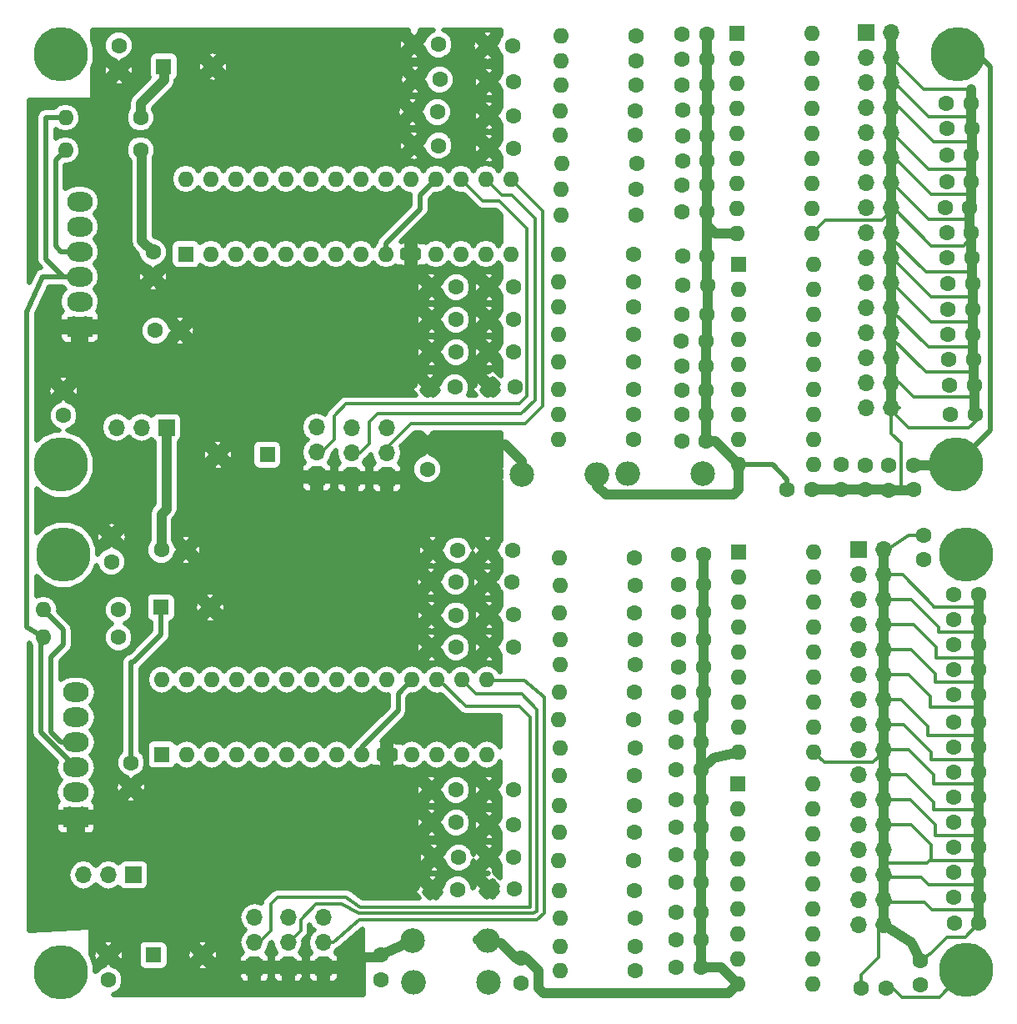
<source format=gbr>
G04 #@! TF.FileFunction,Copper,L1,Top,Signal*
%FSLAX46Y46*%
G04 Gerber Fmt 4.6, Leading zero omitted, Abs format (unit mm)*
G04 Created by KiCad (PCBNEW 4.0.7) date 09/11/18 08:44:17*
%MOMM*%
%LPD*%
G01*
G04 APERTURE LIST*
%ADD10C,0.100000*%
%ADD11C,1.600000*%
%ADD12R,1.600000X1.600000*%
%ADD13O,1.600000X1.600000*%
%ADD14R,1.700000X1.700000*%
%ADD15O,1.700000X1.700000*%
%ADD16C,5.500000*%
%ADD17C,2.500000*%
%ADD18O,2.500000X2.500000*%
%ADD19R,2.600000X2.000000*%
%ADD20O,2.600000X2.000000*%
%ADD21C,1.000000*%
%ADD22C,0.350000*%
%ADD23C,0.500000*%
G04 APERTURE END LIST*
D10*
D11*
X88392000Y-144424400D03*
X88392000Y-146924400D03*
X118618000Y-115214400D03*
X121118000Y-115214400D03*
D12*
X124714000Y-74320400D03*
D13*
X132334000Y-94640400D03*
X124714000Y-76860400D03*
X132334000Y-92100400D03*
X124714000Y-79400400D03*
X132334000Y-89560400D03*
X124714000Y-81940400D03*
X132334000Y-87020400D03*
X124714000Y-84480400D03*
X132334000Y-84480400D03*
X124714000Y-87020400D03*
X132334000Y-81940400D03*
X124714000Y-89560400D03*
X132334000Y-79400400D03*
X124714000Y-92100400D03*
X132334000Y-76860400D03*
X124714000Y-94640400D03*
X132334000Y-74320400D03*
D12*
X124561600Y-50850800D03*
D13*
X132181600Y-71170800D03*
X124561600Y-53390800D03*
X132181600Y-68630800D03*
X124561600Y-55930800D03*
X132181600Y-66090800D03*
X124561600Y-58470800D03*
X132181600Y-63550800D03*
X124561600Y-61010800D03*
X132181600Y-61010800D03*
X124561600Y-63550800D03*
X132181600Y-58470800D03*
X124561600Y-66090800D03*
X132181600Y-55930800D03*
X124561600Y-68630800D03*
X132181600Y-53390800D03*
X124561600Y-71170800D03*
X132181600Y-50850800D03*
D11*
X94234000Y-51968400D03*
X91734000Y-51968400D03*
X101727000Y-52095400D03*
X99227000Y-52095400D03*
X94361000Y-55524400D03*
X91861000Y-55524400D03*
X101854000Y-55778400D03*
X99354000Y-55778400D03*
X94107000Y-58826400D03*
X91607000Y-58826400D03*
X101854000Y-59207400D03*
X99354000Y-59207400D03*
X94234000Y-62255400D03*
X91734000Y-62255400D03*
X101854000Y-62509400D03*
X99354000Y-62509400D03*
D12*
X76835000Y-93624400D03*
D11*
X71835000Y-93624400D03*
D14*
X88963500Y-95973900D03*
D15*
X88963500Y-93433900D03*
X88963500Y-90893900D03*
D14*
X85407500Y-95973900D03*
D15*
X85407500Y-93433900D03*
X85407500Y-90893900D03*
D14*
X66608960Y-90860880D03*
D15*
X64068960Y-90860880D03*
X61528960Y-90860880D03*
D11*
X63982600Y-59400440D03*
D13*
X56362600Y-59400440D03*
D16*
X55880000Y-52984400D03*
X55880000Y-94640400D03*
X147000000Y-53000000D03*
D11*
X63982600Y-62697360D03*
D13*
X56362600Y-62697360D03*
D11*
X67970400Y-81026000D03*
X65470400Y-81026000D03*
X65227200Y-75539600D03*
X65227200Y-73039600D03*
X101854000Y-79908400D03*
X99354000Y-79908400D03*
X96012000Y-79908400D03*
X93512000Y-79908400D03*
X118948200Y-50939700D03*
X121448200Y-50939700D03*
X101854000Y-83210400D03*
X99354000Y-83210400D03*
X118986300Y-53454300D03*
X121486300Y-53454300D03*
X96012000Y-83210400D03*
X93512000Y-83210400D03*
X118948200Y-56083200D03*
X121448200Y-56083200D03*
X101981000Y-86766400D03*
X99481000Y-86766400D03*
D14*
X81851500Y-95910400D03*
D15*
X81851500Y-93370400D03*
X81851500Y-90830400D03*
D12*
X68564760Y-73258680D03*
D13*
X101584760Y-65638680D03*
X71104760Y-73258680D03*
X99044760Y-65638680D03*
X73644760Y-73258680D03*
X96504760Y-65638680D03*
X76184760Y-73258680D03*
X93964760Y-65638680D03*
X78724760Y-73258680D03*
X91424760Y-65638680D03*
X81264760Y-73258680D03*
X88884760Y-65638680D03*
X83804760Y-73258680D03*
X86344760Y-65638680D03*
X86344760Y-73258680D03*
X83804760Y-65638680D03*
X88884760Y-73258680D03*
X81264760Y-65638680D03*
X91424760Y-73258680D03*
X78724760Y-65638680D03*
X93964760Y-73258680D03*
X76184760Y-65638680D03*
X96504760Y-73258680D03*
X73644760Y-65638680D03*
X99044760Y-73258680D03*
X71104760Y-65638680D03*
X101584760Y-73258680D03*
X68564760Y-65638680D03*
D11*
X114330480Y-51130200D03*
D13*
X106710480Y-51130200D03*
D11*
X114261900Y-53644800D03*
D13*
X106641900Y-53644800D03*
D11*
X114261900Y-56121300D03*
D13*
X106641900Y-56121300D03*
D11*
X114218720Y-58701940D03*
D13*
X106598720Y-58701940D03*
D11*
X114185700Y-61188600D03*
D13*
X106565700Y-61188600D03*
D11*
X114376200Y-64084200D03*
D13*
X106756200Y-64084200D03*
D11*
X114274600Y-66664840D03*
D13*
X106654600Y-66664840D03*
D11*
X114300000Y-69265800D03*
D13*
X106680000Y-69265800D03*
D11*
X114046000Y-73304400D03*
D13*
X106426000Y-73304400D03*
D11*
X114046000Y-76098400D03*
D13*
X106426000Y-76098400D03*
D11*
X114046000Y-78638400D03*
D13*
X106426000Y-78638400D03*
D11*
X114046000Y-81432400D03*
D13*
X106426000Y-81432400D03*
D11*
X114046000Y-84226400D03*
D13*
X106426000Y-84226400D03*
D11*
X114046000Y-89560400D03*
D13*
X106426000Y-89560400D03*
D11*
X114046000Y-92100400D03*
D13*
X106426000Y-92100400D03*
D17*
X102692200Y-95605600D03*
D18*
X110312200Y-95605600D03*
D11*
X114046000Y-87020400D03*
D13*
X106426000Y-87020400D03*
D14*
X137693400Y-50800000D03*
D15*
X140233400Y-50800000D03*
X137693400Y-53340000D03*
X140233400Y-53340000D03*
X137693400Y-55880000D03*
X140233400Y-55880000D03*
X137693400Y-58420000D03*
X140233400Y-58420000D03*
X137693400Y-60960000D03*
X140233400Y-60960000D03*
X137693400Y-63500000D03*
X140233400Y-63500000D03*
X137693400Y-66040000D03*
X140233400Y-66040000D03*
X137693400Y-68580000D03*
X140233400Y-68580000D03*
X137693400Y-71120000D03*
X140233400Y-71120000D03*
X137693400Y-73660000D03*
X140233400Y-73660000D03*
X137693400Y-76200000D03*
X140233400Y-76200000D03*
X137693400Y-78740000D03*
X140233400Y-78740000D03*
X137693400Y-81280000D03*
X140233400Y-81280000D03*
X137693400Y-83820000D03*
X140233400Y-83820000D03*
X137693400Y-86360000D03*
X140233400Y-86360000D03*
X137693400Y-88900000D03*
X140233400Y-88900000D03*
D19*
X57779920Y-80634840D03*
D20*
X57779920Y-78094840D03*
X57779920Y-75554840D03*
X57779920Y-73014840D03*
X57779920Y-70474840D03*
X57779920Y-67934840D03*
D12*
X66319400Y-54229000D03*
D11*
X71319400Y-54229000D03*
X96012000Y-76606400D03*
X93512000Y-76606400D03*
X119024400Y-58635900D03*
X121524400Y-58635900D03*
X95885000Y-86766400D03*
X93385000Y-86766400D03*
X118999000Y-61244480D03*
X121499000Y-61244480D03*
X118999000Y-63789560D03*
X121499000Y-63789560D03*
X118968520Y-66273680D03*
X121468520Y-66273680D03*
X118968520Y-68955920D03*
X121468520Y-68955920D03*
X119014240Y-73436480D03*
X121514240Y-73436480D03*
X119054880Y-76443840D03*
X121554880Y-76443840D03*
X118973600Y-79400400D03*
X121473600Y-79400400D03*
X118872000Y-82105500D03*
X121372000Y-82105500D03*
X118917720Y-84612480D03*
X121417720Y-84612480D03*
X118910100Y-87058500D03*
X121410100Y-87058500D03*
X118910100Y-89573100D03*
X121410100Y-89573100D03*
X118943120Y-92232480D03*
X121443120Y-92232480D03*
X145796000Y-57937400D03*
X148296000Y-57937400D03*
X145897600Y-60528200D03*
X148397600Y-60528200D03*
X145846800Y-63195200D03*
X148346800Y-63195200D03*
D16*
X146812000Y-94615000D03*
D17*
X121081800Y-95529400D03*
D18*
X113461800Y-95529400D03*
D11*
X93091000Y-92608400D03*
X93091000Y-95108400D03*
X101854000Y-76606400D03*
X99354000Y-76606400D03*
X145846800Y-65887600D03*
X148346800Y-65887600D03*
X145681700Y-68503800D03*
X148181700Y-68503800D03*
X145846800Y-71081900D03*
X148346800Y-71081900D03*
X145884900Y-73647300D03*
X148384900Y-73647300D03*
X145961100Y-76276200D03*
X148461100Y-76276200D03*
X145961100Y-78905100D03*
X148461100Y-78905100D03*
X145961100Y-81381600D03*
X148461100Y-81381600D03*
X146037300Y-83972400D03*
X148537300Y-83972400D03*
X146126200Y-86563200D03*
X148626200Y-86563200D03*
X146240500Y-89522300D03*
X148740500Y-89522300D03*
X139943840Y-94716600D03*
X139943840Y-97216600D03*
X137581640Y-94681040D03*
X137581640Y-97181040D03*
X135143240Y-94640400D03*
X135143240Y-97140400D03*
X62992000Y-127406400D03*
X62992000Y-124906400D03*
X68580000Y-103276400D03*
X66080000Y-103276400D03*
D12*
X65278000Y-144424400D03*
D11*
X70278000Y-144424400D03*
D12*
X66040000Y-109118400D03*
D11*
X71040000Y-109118400D03*
X96164400Y-103327200D03*
X93664400Y-103327200D03*
X101752400Y-103327200D03*
X99252400Y-103327200D03*
X95961200Y-106527600D03*
X93461200Y-106527600D03*
X101701600Y-106578400D03*
X99201600Y-106578400D03*
X96012000Y-109931200D03*
X93512000Y-109931200D03*
X101854000Y-109880400D03*
X99354000Y-109880400D03*
X96012000Y-113182400D03*
X93512000Y-113182400D03*
X101854000Y-113182400D03*
X99354000Y-113182400D03*
X101854000Y-127660400D03*
X99354000Y-127660400D03*
X96012000Y-127660400D03*
X93512000Y-127660400D03*
X101854000Y-131216400D03*
X99354000Y-131216400D03*
X96012000Y-130962400D03*
X93512000Y-130962400D03*
X118618000Y-103784400D03*
X121118000Y-103784400D03*
X101854000Y-134518400D03*
X99354000Y-134518400D03*
X118618000Y-106832400D03*
X121118000Y-106832400D03*
X96266000Y-134518400D03*
X93766000Y-134518400D03*
X118618000Y-109626400D03*
X121118000Y-109626400D03*
X101904800Y-137718800D03*
X99404800Y-137718800D03*
X118618000Y-112420400D03*
X121118000Y-112420400D03*
X96164400Y-137769600D03*
X93664400Y-137769600D03*
X118618000Y-117754400D03*
X121118000Y-117754400D03*
X118364000Y-120294400D03*
X120864000Y-120294400D03*
X118364000Y-122834400D03*
X120864000Y-122834400D03*
X118364000Y-125628400D03*
X120864000Y-125628400D03*
X118364000Y-128676400D03*
X120864000Y-128676400D03*
X118364000Y-131470400D03*
X120864000Y-131470400D03*
X118364000Y-134264400D03*
X120864000Y-134264400D03*
X118364000Y-137058400D03*
X120864000Y-137058400D03*
X118364000Y-140106400D03*
X120864000Y-140106400D03*
X118364000Y-142900400D03*
X120864000Y-142900400D03*
X118364000Y-145694400D03*
X120864000Y-145694400D03*
X143510000Y-104292400D03*
X143510000Y-101792400D03*
X146558000Y-107848400D03*
X149058000Y-107848400D03*
X146558000Y-110388400D03*
X149058000Y-110388400D03*
X146558000Y-112928400D03*
X149058000Y-112928400D03*
X146558000Y-115468400D03*
X149058000Y-115468400D03*
X146558000Y-118008400D03*
X149058000Y-118008400D03*
X146558000Y-120802400D03*
X149058000Y-120802400D03*
X146558000Y-123342400D03*
X149058000Y-123342400D03*
X146558000Y-125882400D03*
X149058000Y-125882400D03*
X146558000Y-128422400D03*
X149058000Y-128422400D03*
X146558000Y-130962400D03*
X149058000Y-130962400D03*
X146558000Y-133502400D03*
X149058000Y-133502400D03*
X146558000Y-136042400D03*
X149058000Y-136042400D03*
X146558000Y-138582400D03*
X149058000Y-138582400D03*
X146629120Y-141183360D03*
X149129120Y-141183360D03*
X143129000Y-147472400D03*
X143129000Y-144972400D03*
D19*
X57404000Y-130454400D03*
D20*
X57404000Y-127914400D03*
X57404000Y-125374400D03*
X57404000Y-122834400D03*
X57404000Y-120294400D03*
X57404000Y-117754400D03*
D16*
X56134000Y-103784400D03*
X55880000Y-146202400D03*
X147828000Y-103784400D03*
D14*
X136906000Y-103276400D03*
D15*
X139446000Y-103276400D03*
X136906000Y-105816400D03*
X139446000Y-105816400D03*
X136906000Y-108356400D03*
X139446000Y-108356400D03*
X136906000Y-110896400D03*
X139446000Y-110896400D03*
X136906000Y-113436400D03*
X139446000Y-113436400D03*
X136906000Y-115976400D03*
X139446000Y-115976400D03*
X136906000Y-118516400D03*
X139446000Y-118516400D03*
X136906000Y-121056400D03*
X139446000Y-121056400D03*
X136906000Y-123596400D03*
X139446000Y-123596400D03*
X136906000Y-126136400D03*
X139446000Y-126136400D03*
X136906000Y-128676400D03*
X139446000Y-128676400D03*
X136906000Y-131216400D03*
X139446000Y-131216400D03*
X136906000Y-133756400D03*
X139446000Y-133756400D03*
X136906000Y-136296400D03*
X139446000Y-136296400D03*
X136906000Y-138836400D03*
X139446000Y-138836400D03*
X136906000Y-141376400D03*
X139446000Y-141376400D03*
D16*
X147828000Y-145948400D03*
D14*
X82550000Y-145694400D03*
D15*
X82550000Y-143154400D03*
X82550000Y-140614400D03*
D14*
X78952000Y-145692400D03*
D15*
X78952000Y-143152400D03*
X78952000Y-140612400D03*
D14*
X63246000Y-136296400D03*
D15*
X60706000Y-136296400D03*
X58166000Y-136296400D03*
D14*
X75552000Y-145692400D03*
D15*
X75552000Y-143152400D03*
X75552000Y-140612400D03*
D11*
X114132000Y-104126400D03*
D13*
X106512000Y-104126400D03*
D11*
X114182000Y-106876400D03*
D13*
X106562000Y-106876400D03*
D11*
X114082000Y-109726400D03*
D13*
X106462000Y-109726400D03*
D11*
X114182000Y-112376400D03*
D13*
X106562000Y-112376400D03*
D11*
X114232000Y-114976400D03*
D13*
X106612000Y-114976400D03*
D11*
X114132000Y-117726400D03*
D13*
X106512000Y-117726400D03*
D11*
X114032000Y-120526400D03*
D13*
X106412000Y-120526400D03*
D11*
X114232000Y-123376400D03*
D13*
X106612000Y-123376400D03*
D11*
X114082000Y-126226400D03*
D13*
X106462000Y-126226400D03*
D11*
X114152000Y-129256400D03*
D13*
X106532000Y-129256400D03*
D11*
X114082000Y-131976400D03*
D13*
X106462000Y-131976400D03*
D11*
X114062000Y-134856400D03*
D13*
X106442000Y-134856400D03*
D11*
X114082000Y-137876400D03*
D13*
X106462000Y-137876400D03*
D11*
X114232000Y-140636400D03*
D13*
X106612000Y-140636400D03*
D11*
X114222000Y-143526400D03*
D13*
X106602000Y-143526400D03*
D11*
X114182000Y-145996400D03*
D13*
X106562000Y-145996400D03*
D17*
X91617800Y-142941040D03*
D18*
X99237800Y-142941040D03*
D17*
X99329240Y-147218400D03*
D18*
X91709240Y-147218400D03*
D11*
X61722000Y-112166400D03*
D13*
X54102000Y-112166400D03*
D11*
X61722000Y-109372400D03*
D13*
X54102000Y-109372400D03*
D12*
X66132000Y-124076400D03*
D13*
X99152000Y-116456400D03*
X68672000Y-124076400D03*
X96612000Y-116456400D03*
X71212000Y-124076400D03*
X94072000Y-116456400D03*
X73752000Y-124076400D03*
X91532000Y-116456400D03*
X76292000Y-124076400D03*
X88992000Y-116456400D03*
X78832000Y-124076400D03*
X86452000Y-116456400D03*
X81372000Y-124076400D03*
X83912000Y-116456400D03*
X83912000Y-124076400D03*
X81372000Y-116456400D03*
X86452000Y-124076400D03*
X78832000Y-116456400D03*
X88992000Y-124076400D03*
X76292000Y-116456400D03*
X91532000Y-124076400D03*
X73752000Y-116456400D03*
X94072000Y-124076400D03*
X71212000Y-116456400D03*
X96612000Y-124076400D03*
X68672000Y-116456400D03*
X99152000Y-124076400D03*
X66132000Y-116456400D03*
D12*
X124739400Y-103479600D03*
D13*
X132359400Y-123799600D03*
X124739400Y-106019600D03*
X132359400Y-121259600D03*
X124739400Y-108559600D03*
X132359400Y-118719600D03*
X124739400Y-111099600D03*
X132359400Y-116179600D03*
X124739400Y-113639600D03*
X132359400Y-113639600D03*
X124739400Y-116179600D03*
X132359400Y-111099600D03*
X124739400Y-118719600D03*
X132359400Y-108559600D03*
X124739400Y-121259600D03*
X132359400Y-106019600D03*
X124739400Y-123799600D03*
X132359400Y-103479600D03*
D12*
X124632000Y-127076400D03*
D13*
X132252000Y-147396400D03*
X124632000Y-129616400D03*
X132252000Y-144856400D03*
X124632000Y-132156400D03*
X132252000Y-142316400D03*
X124632000Y-134696400D03*
X132252000Y-139776400D03*
X124632000Y-137236400D03*
X132252000Y-137236400D03*
X124632000Y-139776400D03*
X132252000Y-134696400D03*
X124632000Y-142316400D03*
X132252000Y-132156400D03*
X124632000Y-144856400D03*
X132252000Y-129616400D03*
X124632000Y-147396400D03*
X132252000Y-127076400D03*
D11*
X129616200Y-97193100D03*
X132116200Y-97193100D03*
X102641400Y-144744440D03*
X102641400Y-147244440D03*
X142494000Y-97180400D03*
X142494000Y-94680400D03*
X139649200Y-147751800D03*
X137149200Y-147751800D03*
X56134000Y-87147400D03*
X56134000Y-89647400D03*
X61760100Y-54584600D03*
X61760100Y-52084600D03*
X60706000Y-146964400D03*
X60706000Y-144464400D03*
X61023500Y-104482900D03*
X61023500Y-101982900D03*
D21*
X82550000Y-145694400D02*
X84836000Y-145694400D01*
X85852000Y-144678400D02*
X88138000Y-144678400D01*
X84836000Y-145694400D02*
X85852000Y-144678400D01*
X88138000Y-144678400D02*
X88392000Y-144424400D01*
X93091000Y-92608400D02*
X101028500Y-92608400D01*
X102692200Y-94272100D02*
X102692200Y-95605600D01*
X101028500Y-92608400D02*
X102692200Y-94272100D01*
X91617800Y-142941040D02*
X88392000Y-144424400D01*
X88963500Y-95973900D02*
X88963500Y-96227900D01*
X88963500Y-95973900D02*
X90360500Y-95973900D01*
X91216940Y-92608400D02*
X93091000Y-92608400D01*
X90932000Y-92893340D02*
X91216940Y-92608400D01*
X90932000Y-95402400D02*
X90932000Y-92893340D01*
X90360500Y-95973900D02*
X90932000Y-95402400D01*
D22*
X57779920Y-80634840D02*
X57779920Y-81305400D01*
D21*
X82105500Y-95656400D02*
X81851500Y-95910400D01*
D23*
X62992000Y-114706400D02*
X63246000Y-114706400D01*
X66040000Y-111912400D02*
X66040000Y-109118400D01*
X63246000Y-114706400D02*
X66040000Y-111912400D01*
X62992000Y-124906400D02*
X62992000Y-114706400D01*
D21*
X66080000Y-103276400D02*
X66080000Y-99680400D01*
X66608960Y-99151440D02*
X66608960Y-90860880D01*
X66080000Y-99680400D02*
X66608960Y-99151440D01*
D23*
X65650000Y-109508400D02*
X66040000Y-109118400D01*
X88884760Y-73258680D02*
X88884760Y-72151240D01*
X92354400Y-67249040D02*
X93964760Y-65638680D01*
X92354400Y-68681600D02*
X92354400Y-67249040D01*
X88884760Y-72151240D02*
X92354400Y-68681600D01*
X86452000Y-124076400D02*
X86452000Y-123301200D01*
X86452000Y-123301200D02*
X90119200Y-119634000D01*
X90119200Y-117869200D02*
X91532000Y-116456400D01*
X90119200Y-119634000D02*
X90119200Y-117869200D01*
D21*
X63982600Y-59400440D02*
X63982600Y-57988200D01*
X66344800Y-55626000D02*
X66319400Y-54229000D01*
X63982600Y-57988200D02*
X66344800Y-55626000D01*
X63982600Y-62697360D02*
X63982600Y-63220600D01*
X63982600Y-63220600D02*
X64109600Y-63347600D01*
X64109600Y-63347600D02*
X64109600Y-71922000D01*
X64109600Y-71922000D02*
X65227200Y-73039600D01*
D22*
X88963500Y-93433900D02*
X88963500Y-92944900D01*
X88963500Y-92944900D02*
X91432000Y-90476400D01*
X104832000Y-68885920D02*
X101584760Y-65638680D01*
X104832000Y-88676400D02*
X104832000Y-68885920D01*
X103032000Y-90476400D02*
X104832000Y-88676400D01*
X91432000Y-90476400D02*
X103032000Y-90476400D01*
X89154000Y-93433900D02*
X88963500Y-93433900D01*
X85407500Y-93433900D02*
X86274500Y-93433900D01*
X100682480Y-67276400D02*
X99044760Y-65638680D01*
X101632000Y-67276400D02*
X100682480Y-67276400D01*
X104032000Y-69676400D02*
X101632000Y-67276400D01*
X104032000Y-88076400D02*
X104032000Y-69676400D01*
X102632000Y-89476400D02*
X104032000Y-88076400D01*
X88032000Y-89476400D02*
X102632000Y-89476400D01*
X87232000Y-90276400D02*
X88032000Y-89476400D01*
X87232000Y-92476400D02*
X87232000Y-90276400D01*
X86274500Y-93433900D02*
X87232000Y-92476400D01*
X85407500Y-93433900D02*
X86169500Y-93433900D01*
X85407500Y-93433900D02*
X85153500Y-93433900D01*
X98653600Y-66029840D02*
X99044760Y-65638680D01*
X85407500Y-93433900D02*
X85661500Y-93433900D01*
X81851500Y-93370400D02*
X82338000Y-93370400D01*
X82338000Y-93370400D02*
X83632000Y-92076400D01*
X98742480Y-67876400D02*
X96504760Y-65638680D01*
X100432000Y-67876400D02*
X98742480Y-67876400D01*
X103232000Y-70676400D02*
X100432000Y-67876400D01*
X103232000Y-87676400D02*
X103232000Y-70676400D01*
X102432000Y-88476400D02*
X103232000Y-87676400D01*
X84832000Y-88476400D02*
X102432000Y-88476400D01*
X83632000Y-89676400D02*
X84832000Y-88476400D01*
X83632000Y-92076400D02*
X83632000Y-89676400D01*
X81851500Y-93243400D02*
X81851500Y-93370400D01*
X81851500Y-93370400D02*
X82257900Y-93370400D01*
X82550000Y-143154400D02*
X83515200Y-143154400D01*
X102971600Y-116586000D02*
X99281600Y-116586000D01*
X104952800Y-118211600D02*
X102971600Y-116586000D01*
X104952800Y-140157200D02*
X104952800Y-118211600D01*
X104241600Y-140817600D02*
X104952800Y-140157200D01*
X86156800Y-140817600D02*
X104241600Y-140817600D01*
X83515200Y-143154400D02*
X86156800Y-140817600D01*
X99281600Y-116586000D02*
X99152000Y-116456400D01*
X78952000Y-143152400D02*
X79046800Y-143152400D01*
X79046800Y-143152400D02*
X80213200Y-141986000D01*
X80213200Y-141986000D02*
X80213200Y-140817600D01*
X80213200Y-140817600D02*
X81788000Y-139242800D01*
X81788000Y-139242800D02*
X84378800Y-139242800D01*
X84378800Y-139242800D02*
X86116160Y-140187680D01*
X86116160Y-140187680D02*
X103752558Y-140187680D01*
X103752558Y-140187680D02*
X104241600Y-139962798D01*
X104241600Y-139962798D02*
X104241600Y-119481600D01*
X104241600Y-119481600D02*
X102666800Y-117906800D01*
X102666800Y-117906800D02*
X98062400Y-117906800D01*
X98062400Y-117906800D02*
X96612000Y-116456400D01*
X75552000Y-143152400D02*
X75998800Y-143152400D01*
X75998800Y-143152400D02*
X77165200Y-141986000D01*
X77165200Y-141986000D02*
X77165200Y-139242800D01*
X77165200Y-139242800D02*
X77876400Y-138531600D01*
X77876400Y-138531600D02*
X84836000Y-138531600D01*
X84836000Y-138531600D02*
X86227920Y-139557760D01*
X86227920Y-139557760D02*
X102991920Y-139557760D01*
X102991920Y-139557760D02*
X103530400Y-139547600D01*
X103530400Y-139547600D02*
X103530400Y-120243600D01*
X103530400Y-120243600D02*
X102463600Y-119176800D01*
X102463600Y-119176800D02*
X96977200Y-119176800D01*
X96977200Y-119176800D02*
X94256800Y-116456400D01*
X94256800Y-116456400D02*
X94072000Y-116456400D01*
D23*
X54102000Y-112166400D02*
X54102000Y-112674400D01*
X54102000Y-112674400D02*
X53848000Y-112928400D01*
X53848000Y-121818400D02*
X57404000Y-125374400D01*
X53848000Y-112928400D02*
X53848000Y-121818400D01*
X57779920Y-75554840D02*
X54035960Y-75554840D01*
X52400200Y-111099600D02*
X54102000Y-112166400D01*
X52400200Y-79095600D02*
X52400200Y-111099600D01*
X54035960Y-75554840D02*
X52400200Y-79095600D01*
X56362600Y-59400440D02*
X54315360Y-59400440D01*
X56164480Y-75554840D02*
X57779920Y-75554840D01*
X54371240Y-73761600D02*
X56164480Y-75554840D01*
X54371240Y-59456320D02*
X54371240Y-73761600D01*
X54315360Y-59400440D02*
X54371240Y-59456320D01*
X57404000Y-122834400D02*
X55880000Y-122834400D01*
X56134000Y-111404400D02*
X54102000Y-109372400D01*
X56134000Y-112928400D02*
X56134000Y-111404400D01*
X54864000Y-114198400D02*
X56134000Y-112928400D01*
X54864000Y-121818400D02*
X54864000Y-114198400D01*
X55880000Y-122834400D02*
X54864000Y-121818400D01*
X54102000Y-109626400D02*
X54102000Y-109372400D01*
X57779920Y-73014840D02*
X55859680Y-73014840D01*
X55859680Y-73014840D02*
X55321200Y-72476360D01*
X55321200Y-72476360D02*
X55321200Y-63738760D01*
X55321200Y-63738760D02*
X56362600Y-62697360D01*
D22*
X137149200Y-147751800D02*
X137149200Y-146416400D01*
X138950700Y-144614900D02*
X138950700Y-141871700D01*
X137149200Y-146416400D02*
X138950700Y-144614900D01*
X138950700Y-141871700D02*
X139446000Y-141376400D01*
X139446000Y-135089900D02*
X143827500Y-135089900D01*
X143827500Y-135089900D02*
X144272000Y-134645400D01*
X139446000Y-123596400D02*
X139446000Y-123786900D01*
X139446000Y-123786900D02*
X138366500Y-124866400D01*
X133426200Y-124866400D02*
X132359400Y-123799600D01*
X138366500Y-124866400D02*
X133426200Y-124866400D01*
X149058000Y-137327640D02*
X144033240Y-137327640D01*
X143256000Y-136550400D02*
X139700000Y-136550400D01*
X144033240Y-137327640D02*
X143256000Y-136550400D01*
X139700000Y-136550400D02*
X139446000Y-136296400D01*
X149091510Y-139807909D02*
X144316491Y-139807909D01*
X143598982Y-139090400D02*
X139700000Y-139090400D01*
X144316491Y-139807909D02*
X143598982Y-139090400D01*
X139700000Y-139090400D02*
X139446000Y-138836400D01*
X139446000Y-131216400D02*
X142240000Y-131216400D01*
X142240000Y-131216400D02*
X144272000Y-133248400D01*
X144272000Y-133248400D02*
X144272000Y-134645400D01*
X144272000Y-134645400D02*
X144272000Y-134838440D01*
X149058000Y-134838440D02*
X144272000Y-134838440D01*
X144653000Y-132323840D02*
X144653000Y-131216400D01*
X142113000Y-128676400D02*
X139446000Y-128676400D01*
X144653000Y-131216400D02*
X142113000Y-128676400D01*
X144526000Y-129697480D02*
X144526000Y-128930400D01*
X141732000Y-126136400D02*
X139446000Y-126136400D01*
X144526000Y-128930400D02*
X141732000Y-126136400D01*
X144526000Y-127071120D02*
X144526000Y-126136400D01*
X141986000Y-123596400D02*
X139446000Y-123596400D01*
X144526000Y-126136400D02*
X141986000Y-123596400D01*
X144272000Y-124551440D02*
X144272000Y-123850400D01*
X141478000Y-121056400D02*
X139446000Y-121056400D01*
X144272000Y-123850400D02*
X141478000Y-121056400D01*
X139446000Y-118516400D02*
X141224000Y-118516400D01*
X143891000Y-121183400D02*
X143891000Y-122148600D01*
X141224000Y-118516400D02*
X143891000Y-121183400D01*
X144145000Y-119217440D02*
X144145000Y-118135400D01*
X141986000Y-115976400D02*
X139446000Y-115976400D01*
X144145000Y-118135400D02*
X141986000Y-115976400D01*
X139446000Y-113436400D02*
X142240000Y-113436400D01*
X144653000Y-115849400D02*
X144653000Y-116702840D01*
X142240000Y-113436400D02*
X144653000Y-115849400D01*
X139446000Y-110896400D02*
X142494000Y-110896400D01*
X144780000Y-113182400D02*
X144780000Y-114223800D01*
X142494000Y-110896400D02*
X144780000Y-113182400D01*
X139446000Y-108356400D02*
X142240000Y-108356400D01*
X145034000Y-111150400D02*
X145034000Y-111597440D01*
X142240000Y-108356400D02*
X145034000Y-111150400D01*
X144526000Y-109082840D02*
X144526000Y-108991400D01*
X141351000Y-105816400D02*
X139446000Y-105816400D01*
X144526000Y-108991400D02*
X141351000Y-105816400D01*
X143129000Y-144972400D02*
X144282800Y-144210400D01*
X147716880Y-142595600D02*
X149129120Y-141183360D01*
X145897600Y-142595600D02*
X147716880Y-142595600D01*
X144282800Y-144210400D02*
X145897600Y-142595600D01*
X139446000Y-121056400D02*
X139446000Y-121107200D01*
X132664200Y-124104400D02*
X132359400Y-123799600D01*
X149058000Y-132323840D02*
X144653000Y-132323840D01*
X149058000Y-129697480D02*
X144526000Y-129697480D01*
X149058000Y-127071120D02*
X144526000Y-127071120D01*
X149058000Y-124551440D02*
X144272000Y-124551440D01*
X149058000Y-122148600D02*
X143891000Y-122148600D01*
X149058000Y-119217440D02*
X144145000Y-119217440D01*
X149058000Y-116702840D02*
X144653000Y-116702840D01*
X149058000Y-114223800D02*
X144780000Y-114223800D01*
X149058000Y-111597440D02*
X145034000Y-111597440D01*
X149058000Y-109082840D02*
X144526000Y-109082840D01*
D21*
X139446000Y-105816400D02*
X139446000Y-103276400D01*
X139446000Y-108356400D02*
X139446000Y-105816400D01*
X139446000Y-110896400D02*
X139446000Y-108356400D01*
X139446000Y-110896400D02*
X139446000Y-113436400D01*
X139446000Y-113436400D02*
X139446000Y-115976400D01*
X139446000Y-118516400D02*
X139446000Y-115976400D01*
X139446000Y-118516400D02*
X139446000Y-121056400D01*
X139446000Y-121056400D02*
X139446000Y-123596400D01*
X139446000Y-128676400D02*
X139446000Y-126136400D01*
X139446000Y-141376400D02*
X142240000Y-143154400D01*
X142240000Y-143154400D02*
X143129000Y-144932400D01*
X143129000Y-144932400D02*
X143129000Y-144972400D01*
X139446000Y-126136400D02*
X139446000Y-123596400D01*
X139446000Y-128676400D02*
X139446000Y-131216400D01*
X139446000Y-131216400D02*
X139446000Y-133756400D01*
X139446000Y-136296400D02*
X139446000Y-135089900D01*
X139446000Y-135089900D02*
X139446000Y-133756400D01*
X139446000Y-138836400D02*
X139446000Y-136296400D01*
X139446000Y-141376400D02*
X139446000Y-138836400D01*
X149058000Y-138582400D02*
X149091510Y-139807909D01*
X149091510Y-139807909D02*
X149129120Y-141183360D01*
X149058000Y-136042400D02*
X149058000Y-137327640D01*
X149058000Y-137327640D02*
X149058000Y-138582400D01*
X149058000Y-133502400D02*
X149058000Y-134838440D01*
X149058000Y-134838440D02*
X149058000Y-136042400D01*
X149058000Y-130962400D02*
X149058000Y-132323840D01*
X149058000Y-132323840D02*
X149058000Y-133502400D01*
X149058000Y-128422400D02*
X149058000Y-129697480D01*
X149058000Y-129697480D02*
X149058000Y-130962400D01*
X149058000Y-125882400D02*
X149058000Y-127071120D01*
X149058000Y-127071120D02*
X149058000Y-128422400D01*
X149058000Y-123342400D02*
X149058000Y-124551440D01*
X149058000Y-124551440D02*
X149058000Y-125882400D01*
X149058000Y-120802400D02*
X149058000Y-122148600D01*
X149058000Y-122148600D02*
X149058000Y-123342400D01*
X149058000Y-118008400D02*
X149058000Y-119217440D01*
X149058000Y-119217440D02*
X149058000Y-120802400D01*
X149058000Y-115468400D02*
X149058000Y-116702840D01*
X149058000Y-116702840D02*
X149058000Y-118008400D01*
X149058000Y-112928400D02*
X149058000Y-114223800D01*
X149058000Y-114223800D02*
X149058000Y-115468400D01*
X149058000Y-110388400D02*
X149058000Y-111597440D01*
X149058000Y-111597440D02*
X149058000Y-112928400D01*
X149058000Y-107848400D02*
X149058000Y-109082840D01*
X149058000Y-109082840D02*
X149058000Y-110388400D01*
D22*
X139446000Y-103276400D02*
X139446000Y-103530400D01*
X141946000Y-101792400D02*
X143510000Y-101792400D01*
X139446000Y-103530400D02*
X141946000Y-101792400D01*
D23*
X124714000Y-94640400D02*
X128132840Y-94640400D01*
X129616200Y-96123760D02*
X129616200Y-97193100D01*
X128132840Y-94640400D02*
X129616200Y-96123760D01*
D21*
X110312200Y-95605600D02*
X110312200Y-96786700D01*
X110312200Y-96786700D02*
X111213900Y-97688400D01*
X111213900Y-97688400D02*
X124167900Y-97688400D01*
X124167900Y-97688400D02*
X124714000Y-97142300D01*
X124714000Y-97142300D02*
X124714000Y-94640400D01*
X121443120Y-92232480D02*
X122306080Y-92232480D01*
X122306080Y-92232480D02*
X124714000Y-94640400D01*
D22*
X124714000Y-94640400D02*
X125272800Y-94640400D01*
D21*
X121410100Y-89573100D02*
X121410100Y-92199460D01*
X121410100Y-92199460D02*
X121443120Y-92232480D01*
X121410100Y-87058500D02*
X121410100Y-89573100D01*
X121417720Y-84612480D02*
X121417720Y-87050880D01*
X121417720Y-87050880D02*
X121410100Y-87058500D01*
X121372000Y-82105500D02*
X121372000Y-84566760D01*
X121372000Y-84566760D02*
X121417720Y-84612480D01*
X121473600Y-79400400D02*
X121473600Y-82003900D01*
X121473600Y-82003900D02*
X121372000Y-82105500D01*
X121554880Y-76443840D02*
X121554880Y-79319120D01*
X121554880Y-79319120D02*
X121473600Y-79400400D01*
X121514240Y-73436480D02*
X121514240Y-76403200D01*
X121514240Y-76403200D02*
X121554880Y-76443840D01*
X121468520Y-70525640D02*
X121468520Y-73390760D01*
X121468520Y-73390760D02*
X121514240Y-73436480D01*
X121468520Y-68955920D02*
X121468520Y-70525640D01*
X121468520Y-70525640D02*
X121468520Y-70338320D01*
X122301000Y-71170800D02*
X124561600Y-71170800D01*
X121468520Y-70338320D02*
X122301000Y-71170800D01*
X121468520Y-66273680D02*
X121468520Y-68955920D01*
X121499000Y-63789560D02*
X121499000Y-66243200D01*
X121499000Y-66243200D02*
X121468520Y-66273680D01*
X121499000Y-61244480D02*
X121499000Y-63789560D01*
X121524400Y-58635900D02*
X121524400Y-61219080D01*
X121524400Y-61219080D02*
X121499000Y-61244480D01*
X121448200Y-56083200D02*
X121448200Y-58559700D01*
X121448200Y-58559700D02*
X121524400Y-58635900D01*
X121486300Y-53454300D02*
X121486300Y-56045100D01*
X121486300Y-56045100D02*
X121448200Y-56083200D01*
X121448200Y-50939700D02*
X121448200Y-53416200D01*
X121448200Y-53416200D02*
X121486300Y-53454300D01*
D22*
X141173200Y-97216600D02*
X141173200Y-92456000D01*
X140233400Y-91516200D02*
X140233400Y-88900000D01*
X141173200Y-92456000D02*
X140233400Y-91516200D01*
X140233400Y-68580000D02*
X140233400Y-68910200D01*
X140233400Y-68910200D02*
X139293600Y-69850000D01*
X133502400Y-69850000D02*
X132181600Y-71170800D01*
X139293600Y-69850000D02*
X133502400Y-69850000D01*
D21*
X135143240Y-97140400D02*
X132168900Y-97140400D01*
X132168900Y-97140400D02*
X132116200Y-97193100D01*
X139943840Y-97216600D02*
X141173200Y-97216600D01*
X141173200Y-97216600D02*
X142457800Y-97216600D01*
X142457800Y-97216600D02*
X142494000Y-97180400D01*
X137581640Y-97181040D02*
X139908280Y-97181040D01*
X139908280Y-97181040D02*
X139943840Y-97216600D01*
X135143240Y-97140400D02*
X137541000Y-97140400D01*
X137541000Y-97140400D02*
X137581640Y-97181040D01*
D22*
X140233400Y-88900000D02*
X140233400Y-89141300D01*
X140233400Y-89141300D02*
X141998700Y-90906600D01*
X148094700Y-90906600D02*
X148740500Y-90260800D01*
X141998700Y-90906600D02*
X148094700Y-90906600D01*
X148740500Y-90260800D02*
X148740500Y-89522300D01*
X140233400Y-68580000D02*
X140411200Y-68580000D01*
X140411200Y-68580000D02*
X144226280Y-72395080D01*
X147523200Y-72395080D02*
X148346800Y-71571480D01*
X144226280Y-72395080D02*
X147523200Y-72395080D01*
X148346800Y-71571480D02*
X148346800Y-71081900D01*
X140233400Y-88900000D02*
X141071600Y-88900000D01*
X140233400Y-86360000D02*
X141071600Y-86360000D01*
X141071600Y-86360000D02*
X142494000Y-87782400D01*
X142494000Y-87782400D02*
X148626200Y-87782400D01*
D21*
X148626200Y-86563200D02*
X148626200Y-87782400D01*
X148626200Y-87782400D02*
X148626200Y-89408000D01*
X148626200Y-89408000D02*
X148740500Y-89522300D01*
D22*
X140233400Y-81280000D02*
X140233400Y-81711800D01*
X140233400Y-81711800D02*
X143764000Y-85242400D01*
X143764000Y-85242400D02*
X148537300Y-85242400D01*
X140233400Y-78740000D02*
X140233400Y-78917800D01*
X140233400Y-78917800D02*
X144018000Y-82702400D01*
X144018000Y-82702400D02*
X148461100Y-82702400D01*
X140233400Y-76200000D02*
X140309600Y-76200000D01*
X140309600Y-76200000D02*
X144272000Y-80162400D01*
X144272000Y-80162400D02*
X148461100Y-80162400D01*
X148461100Y-80162400D02*
X148082000Y-80162400D01*
X148082000Y-80162400D02*
X148461100Y-80162400D01*
X140233400Y-73660000D02*
X140309600Y-73660000D01*
X140309600Y-73660000D02*
X144272000Y-77622400D01*
X144272000Y-77622400D02*
X148461100Y-77622400D01*
X140233400Y-71120000D02*
X140233400Y-71551800D01*
X140233400Y-71551800D02*
X143764000Y-75082400D01*
X143764000Y-75082400D02*
X148384900Y-75082400D01*
X140233400Y-66040000D02*
X140309600Y-66040000D01*
X140309600Y-66040000D02*
X144018000Y-69748400D01*
X144018000Y-69748400D02*
X148181700Y-69748400D01*
X140233400Y-63500000D02*
X140563600Y-63500000D01*
X140563600Y-63500000D02*
X144272000Y-67208400D01*
X144272000Y-67208400D02*
X148346800Y-67208400D01*
X140233400Y-60960000D02*
X140309600Y-60960000D01*
X140309600Y-60960000D02*
X144018000Y-64668400D01*
X144018000Y-64668400D02*
X148346800Y-64668400D01*
X140233400Y-58420000D02*
X141071600Y-58420000D01*
X141071600Y-58420000D02*
X144526000Y-61874400D01*
X144526000Y-61874400D02*
X148397600Y-61874400D01*
X148397600Y-61874400D02*
X148082000Y-61874400D01*
X148082000Y-61874400D02*
X148397600Y-61874400D01*
X140233400Y-55880000D02*
X140563600Y-55880000D01*
X140563600Y-55880000D02*
X144018000Y-59334400D01*
X144018000Y-59334400D02*
X148296000Y-59334400D01*
X140233400Y-53340000D02*
X140309600Y-53340000D01*
X140309600Y-53340000D02*
X143510000Y-56540400D01*
X143510000Y-56540400D02*
X148296000Y-56540400D01*
D21*
X137568940Y-97168340D02*
X137581640Y-97181040D01*
X139918440Y-97191200D02*
X139943840Y-97216600D01*
X148537300Y-83972400D02*
X148537300Y-85242400D01*
X148537300Y-85242400D02*
X148537300Y-86474300D01*
X148537300Y-86474300D02*
X148626200Y-86563200D01*
X148461100Y-81381600D02*
X148461100Y-82702400D01*
X148461100Y-82702400D02*
X148461100Y-83896200D01*
X148461100Y-83896200D02*
X148537300Y-83972400D01*
X148461100Y-78905100D02*
X148461100Y-80162400D01*
X148461100Y-80162400D02*
X148461100Y-81381600D01*
X148461100Y-76276200D02*
X148461100Y-77622400D01*
X148461100Y-77622400D02*
X148461100Y-78905100D01*
X148384900Y-73647300D02*
X148384900Y-75082400D01*
X148384900Y-75082400D02*
X148384900Y-76200000D01*
X148384900Y-76200000D02*
X148461100Y-76276200D01*
X148346800Y-71081900D02*
X148346800Y-73609200D01*
X148346800Y-73609200D02*
X148384900Y-73647300D01*
X148181700Y-68503800D02*
X148181700Y-69748400D01*
X148181700Y-69748400D02*
X148181700Y-70916800D01*
X148181700Y-70916800D02*
X148346800Y-71081900D01*
X148346800Y-65887600D02*
X148346800Y-67208400D01*
X148346800Y-67208400D02*
X148346800Y-68338700D01*
X148346800Y-68338700D02*
X148181700Y-68503800D01*
X148346800Y-63195200D02*
X148346800Y-64668400D01*
X148346800Y-64668400D02*
X148346800Y-65887600D01*
X148397600Y-60528200D02*
X148397600Y-61874400D01*
X148397600Y-61874400D02*
X148397600Y-63144400D01*
X148397600Y-63144400D02*
X148346800Y-63195200D01*
X148296000Y-57937400D02*
X148296000Y-59334400D01*
X148296000Y-59334400D02*
X148296000Y-60426600D01*
X148296000Y-60426600D02*
X148397600Y-60528200D01*
X148296000Y-56540400D02*
X148296000Y-57937400D01*
X140233400Y-55880000D02*
X140233400Y-58420000D01*
X140233400Y-53340000D02*
X140233400Y-55880000D01*
X140233400Y-50800000D02*
X140233400Y-53340000D01*
X140233400Y-60960000D02*
X140233400Y-58420000D01*
X140233400Y-63500000D02*
X140233400Y-60960000D01*
X140233400Y-66040000D02*
X140233400Y-63500000D01*
X140233400Y-68580000D02*
X140233400Y-66040000D01*
X140233400Y-71120000D02*
X140233400Y-69951600D01*
X140233400Y-69951600D02*
X140233400Y-68580000D01*
X140233400Y-73660000D02*
X140233400Y-71120000D01*
X140233400Y-76200000D02*
X140233400Y-73660000D01*
X140233400Y-78740000D02*
X140233400Y-76200000D01*
X140233400Y-81280000D02*
X140233400Y-78740000D01*
X140233400Y-83820000D02*
X140233400Y-81280000D01*
X140233400Y-86360000D02*
X140233400Y-83820000D01*
X140233400Y-88900000D02*
X140233400Y-86360000D01*
X102641400Y-144744440D02*
X103103680Y-144744440D01*
X103103680Y-144744440D02*
X104358440Y-145999200D01*
X123702560Y-148325840D02*
X124632000Y-147396400D01*
X104856280Y-148325840D02*
X123702560Y-148325840D01*
X104358440Y-147828000D02*
X104856280Y-148325840D01*
X104358440Y-145999200D02*
X104358440Y-147828000D01*
X99237800Y-142941040D02*
X100548440Y-143220440D01*
X100548440Y-143220440D02*
X102072440Y-144744440D01*
X102072440Y-144744440D02*
X102641400Y-144744440D01*
X99237800Y-142941040D02*
X98209100Y-142915640D01*
D22*
X124632000Y-147396400D02*
X124713800Y-147396400D01*
D21*
X99237800Y-142941040D02*
X99999800Y-142941040D01*
X120864000Y-145694400D02*
X122930000Y-145694400D01*
X122930000Y-145694400D02*
X124632000Y-147396400D01*
X120864000Y-145694400D02*
X120864000Y-145908400D01*
X120864000Y-125628400D02*
X120904000Y-125628400D01*
X120904000Y-125628400D02*
X122136000Y-124396400D01*
X122136000Y-124396400D02*
X124739400Y-123799600D01*
X120864000Y-142900400D02*
X120864000Y-145694400D01*
X120864000Y-140106400D02*
X120864000Y-142900400D01*
X120864000Y-140106400D02*
X120864000Y-137058400D01*
X120864000Y-134264400D02*
X120864000Y-137058400D01*
X120864000Y-131470400D02*
X120864000Y-134264400D01*
X120864000Y-128676400D02*
X120864000Y-131470400D01*
X120864000Y-125628400D02*
X120864000Y-128676400D01*
X120864000Y-120294400D02*
X120864000Y-122834400D01*
X121118000Y-117754400D02*
X121118000Y-120040400D01*
X121118000Y-120040400D02*
X120864000Y-120294400D01*
X121118000Y-115214400D02*
X121118000Y-117754400D01*
X121118000Y-112420400D02*
X121118000Y-115214400D01*
X121118000Y-109626400D02*
X121118000Y-112420400D01*
X121118000Y-106832400D02*
X121118000Y-109626400D01*
X121118000Y-103784400D02*
X121118000Y-106832400D01*
X120864000Y-122834400D02*
X120864000Y-125628400D01*
D23*
X147000000Y-53000000D02*
X148986600Y-53000000D01*
X148986600Y-53000000D02*
X150241000Y-54254400D01*
X150241000Y-91186000D02*
X146812000Y-94615000D01*
X150241000Y-54254400D02*
X150241000Y-91186000D01*
D21*
X142494000Y-94680400D02*
X146746600Y-94680400D01*
X146746600Y-94680400D02*
X146812000Y-94615000D01*
D22*
X139649200Y-147751800D02*
X140385800Y-147751800D01*
X140385800Y-147751800D02*
X141325600Y-148691600D01*
X141325600Y-148691600D02*
X145084800Y-148691600D01*
X145084800Y-148691600D02*
X147828000Y-145948400D01*
D23*
G36*
X91068881Y-50737595D02*
X91734000Y-51402715D01*
X92399119Y-50737595D01*
X92320140Y-50507400D01*
X93710994Y-50507400D01*
X93357143Y-50653608D01*
X92920740Y-51089249D01*
X92737468Y-51530618D01*
X92299685Y-51968400D01*
X92738010Y-52406725D01*
X92919208Y-52845257D01*
X93354849Y-53281660D01*
X93924333Y-53518130D01*
X94540961Y-53518668D01*
X95006757Y-53326205D01*
X98561881Y-53326205D01*
X98646983Y-53574246D01*
X99257064Y-53683639D01*
X99807017Y-53574246D01*
X99892119Y-53326205D01*
X99227000Y-52661085D01*
X98561881Y-53326205D01*
X95006757Y-53326205D01*
X95110857Y-53283192D01*
X95547260Y-52847551D01*
X95783730Y-52278067D01*
X95783863Y-52125464D01*
X97638761Y-52125464D01*
X97748154Y-52675417D01*
X97996195Y-52760519D01*
X98661315Y-52095400D01*
X97996195Y-51430281D01*
X97748154Y-51515383D01*
X97638761Y-52125464D01*
X95783863Y-52125464D01*
X95784268Y-51661439D01*
X95548792Y-51091543D01*
X95113151Y-50655140D01*
X94757353Y-50507400D01*
X99195734Y-50507400D01*
X98646983Y-50616554D01*
X98561881Y-50864595D01*
X99227000Y-51529715D01*
X99892119Y-50864595D01*
X99807017Y-50616554D01*
X99198269Y-50507400D01*
X100587444Y-50507400D01*
X100586965Y-51043326D01*
X100413740Y-51216249D01*
X100230468Y-51657618D01*
X99792685Y-52095400D01*
X100231010Y-52533725D01*
X100412208Y-52972257D01*
X100585086Y-53145438D01*
X100583557Y-54856507D01*
X100540740Y-54899249D01*
X100357468Y-55340618D01*
X99919685Y-55778400D01*
X100358010Y-56216725D01*
X100539208Y-56655257D01*
X100581911Y-56698035D01*
X100580489Y-58288569D01*
X100540740Y-58328249D01*
X100357468Y-58769618D01*
X99919685Y-59207400D01*
X100358010Y-59645725D01*
X100539208Y-60084257D01*
X100578849Y-60123967D01*
X100577535Y-61593518D01*
X100540740Y-61630249D01*
X100357468Y-62071618D01*
X99919685Y-62509400D01*
X100358010Y-62947725D01*
X100539208Y-63386257D01*
X100575900Y-63423013D01*
X100574978Y-64454679D01*
X100488744Y-64512298D01*
X100314760Y-64772684D01*
X100140776Y-64512298D01*
X99637919Y-64176301D01*
X99044760Y-64058314D01*
X98451601Y-64176301D01*
X97948744Y-64512298D01*
X97774760Y-64772684D01*
X97600776Y-64512298D01*
X97097919Y-64176301D01*
X96504760Y-64058314D01*
X95911601Y-64176301D01*
X95408744Y-64512298D01*
X95234760Y-64772684D01*
X95060776Y-64512298D01*
X94557919Y-64176301D01*
X93964760Y-64058314D01*
X93371601Y-64176301D01*
X92868744Y-64512298D01*
X92694760Y-64772684D01*
X92520776Y-64512298D01*
X92017919Y-64176301D01*
X91424760Y-64058314D01*
X90831601Y-64176301D01*
X90328744Y-64512298D01*
X90154760Y-64772684D01*
X89980776Y-64512298D01*
X89477919Y-64176301D01*
X88884760Y-64058314D01*
X88291601Y-64176301D01*
X87788744Y-64512298D01*
X87614760Y-64772684D01*
X87440776Y-64512298D01*
X86937919Y-64176301D01*
X86344760Y-64058314D01*
X85751601Y-64176301D01*
X85248744Y-64512298D01*
X85074760Y-64772684D01*
X84900776Y-64512298D01*
X84397919Y-64176301D01*
X83804760Y-64058314D01*
X83211601Y-64176301D01*
X82708744Y-64512298D01*
X82534760Y-64772684D01*
X82360776Y-64512298D01*
X81857919Y-64176301D01*
X81264760Y-64058314D01*
X80671601Y-64176301D01*
X80168744Y-64512298D01*
X79994760Y-64772684D01*
X79820776Y-64512298D01*
X79317919Y-64176301D01*
X78724760Y-64058314D01*
X78131601Y-64176301D01*
X77628744Y-64512298D01*
X77454760Y-64772684D01*
X77280776Y-64512298D01*
X76777919Y-64176301D01*
X76184760Y-64058314D01*
X75591601Y-64176301D01*
X75088744Y-64512298D01*
X74914760Y-64772684D01*
X74740776Y-64512298D01*
X74237919Y-64176301D01*
X73644760Y-64058314D01*
X73051601Y-64176301D01*
X72548744Y-64512298D01*
X72374760Y-64772684D01*
X72200776Y-64512298D01*
X71697919Y-64176301D01*
X71104760Y-64058314D01*
X70511601Y-64176301D01*
X70008744Y-64512298D01*
X69834760Y-64772684D01*
X69660776Y-64512298D01*
X69157919Y-64176301D01*
X68564760Y-64058314D01*
X67971601Y-64176301D01*
X67468744Y-64512298D01*
X67132747Y-65015155D01*
X67014760Y-65608314D01*
X67014760Y-65669046D01*
X67132747Y-66262205D01*
X67468744Y-66765062D01*
X67971601Y-67101059D01*
X68564760Y-67219046D01*
X69157919Y-67101059D01*
X69660776Y-66765062D01*
X69834760Y-66504676D01*
X70008744Y-66765062D01*
X70511601Y-67101059D01*
X71104760Y-67219046D01*
X71697919Y-67101059D01*
X72200776Y-66765062D01*
X72374760Y-66504676D01*
X72548744Y-66765062D01*
X73051601Y-67101059D01*
X73644760Y-67219046D01*
X74237919Y-67101059D01*
X74740776Y-66765062D01*
X74914760Y-66504676D01*
X75088744Y-66765062D01*
X75591601Y-67101059D01*
X76184760Y-67219046D01*
X76777919Y-67101059D01*
X77280776Y-66765062D01*
X77454760Y-66504676D01*
X77628744Y-66765062D01*
X78131601Y-67101059D01*
X78724760Y-67219046D01*
X79317919Y-67101059D01*
X79820776Y-66765062D01*
X79994760Y-66504676D01*
X80168744Y-66765062D01*
X80671601Y-67101059D01*
X81264760Y-67219046D01*
X81857919Y-67101059D01*
X82360776Y-66765062D01*
X82534760Y-66504676D01*
X82708744Y-66765062D01*
X83211601Y-67101059D01*
X83804760Y-67219046D01*
X84397919Y-67101059D01*
X84900776Y-66765062D01*
X85074760Y-66504676D01*
X85248744Y-66765062D01*
X85751601Y-67101059D01*
X86344760Y-67219046D01*
X86937919Y-67101059D01*
X87440776Y-66765062D01*
X87614760Y-66504676D01*
X87788744Y-66765062D01*
X88291601Y-67101059D01*
X88884760Y-67219046D01*
X89477919Y-67101059D01*
X89980776Y-66765062D01*
X90154760Y-66504676D01*
X90328744Y-66765062D01*
X90831601Y-67101059D01*
X91362817Y-67206725D01*
X91354400Y-67249040D01*
X91354400Y-68267386D01*
X88177653Y-71444133D01*
X87960880Y-71768556D01*
X87903823Y-72055405D01*
X87788744Y-72132298D01*
X87614760Y-72392684D01*
X87440776Y-72132298D01*
X86937919Y-71796301D01*
X86344760Y-71678314D01*
X85751601Y-71796301D01*
X85248744Y-72132298D01*
X85074760Y-72392684D01*
X84900776Y-72132298D01*
X84397919Y-71796301D01*
X83804760Y-71678314D01*
X83211601Y-71796301D01*
X82708744Y-72132298D01*
X82534760Y-72392684D01*
X82360776Y-72132298D01*
X81857919Y-71796301D01*
X81264760Y-71678314D01*
X80671601Y-71796301D01*
X80168744Y-72132298D01*
X79994760Y-72392684D01*
X79820776Y-72132298D01*
X79317919Y-71796301D01*
X78724760Y-71678314D01*
X78131601Y-71796301D01*
X77628744Y-72132298D01*
X77454760Y-72392684D01*
X77280776Y-72132298D01*
X76777919Y-71796301D01*
X76184760Y-71678314D01*
X75591601Y-71796301D01*
X75088744Y-72132298D01*
X74914760Y-72392684D01*
X74740776Y-72132298D01*
X74237919Y-71796301D01*
X73644760Y-71678314D01*
X73051601Y-71796301D01*
X72548744Y-72132298D01*
X72374760Y-72392684D01*
X72200776Y-72132298D01*
X71697919Y-71796301D01*
X71104760Y-71678314D01*
X70511601Y-71796301D01*
X70034784Y-72114899D01*
X69912898Y-71925482D01*
X69662268Y-71754234D01*
X69364760Y-71693987D01*
X67764760Y-71693987D01*
X67486827Y-71746284D01*
X67231562Y-71910542D01*
X67060314Y-72161172D01*
X67000067Y-72458680D01*
X67000067Y-74058680D01*
X67052364Y-74336613D01*
X67216622Y-74591878D01*
X67467252Y-74763126D01*
X67764760Y-74823373D01*
X69364760Y-74823373D01*
X69642693Y-74771076D01*
X69897958Y-74606818D01*
X70036710Y-74403748D01*
X70511601Y-74721059D01*
X71104760Y-74839046D01*
X71697919Y-74721059D01*
X72200776Y-74385062D01*
X72374760Y-74124676D01*
X72548744Y-74385062D01*
X73051601Y-74721059D01*
X73644760Y-74839046D01*
X74237919Y-74721059D01*
X74740776Y-74385062D01*
X74914760Y-74124676D01*
X75088744Y-74385062D01*
X75591601Y-74721059D01*
X76184760Y-74839046D01*
X76777919Y-74721059D01*
X77280776Y-74385062D01*
X77454760Y-74124676D01*
X77628744Y-74385062D01*
X78131601Y-74721059D01*
X78724760Y-74839046D01*
X79317919Y-74721059D01*
X79820776Y-74385062D01*
X79994760Y-74124676D01*
X80168744Y-74385062D01*
X80671601Y-74721059D01*
X81264760Y-74839046D01*
X81857919Y-74721059D01*
X82360776Y-74385062D01*
X82534760Y-74124676D01*
X82708744Y-74385062D01*
X83211601Y-74721059D01*
X83804760Y-74839046D01*
X84397919Y-74721059D01*
X84900776Y-74385062D01*
X85074760Y-74124676D01*
X85248744Y-74385062D01*
X85751601Y-74721059D01*
X86344760Y-74839046D01*
X86937919Y-74721059D01*
X87440776Y-74385062D01*
X87614760Y-74124676D01*
X87788744Y-74385062D01*
X88291601Y-74721059D01*
X88884760Y-74839046D01*
X89477919Y-74721059D01*
X89866760Y-74461245D01*
X89866760Y-74508682D01*
X90532699Y-74508682D01*
X90794129Y-74683345D01*
X91024760Y-74567417D01*
X91024760Y-73658680D01*
X90624760Y-73658680D01*
X90624760Y-72858680D01*
X91024760Y-72858680D01*
X91024760Y-71949943D01*
X90794129Y-71834015D01*
X90532699Y-72008678D01*
X90441536Y-72008678D01*
X93061507Y-69388707D01*
X93278280Y-69064284D01*
X93354400Y-68681600D01*
X93354400Y-67663254D01*
X93826174Y-67191480D01*
X93964760Y-67219046D01*
X94557919Y-67101059D01*
X95060776Y-66765062D01*
X95234760Y-66504676D01*
X95408744Y-66765062D01*
X95911601Y-67101059D01*
X96504760Y-67219046D01*
X96731814Y-67173882D01*
X98088406Y-68530474D01*
X98388497Y-68730989D01*
X98742480Y-68801400D01*
X100048852Y-68801400D01*
X100570626Y-69323174D01*
X100568162Y-72079233D01*
X100488744Y-72132298D01*
X100314760Y-72392684D01*
X100140776Y-72132298D01*
X99637919Y-71796301D01*
X99044760Y-71678314D01*
X98451601Y-71796301D01*
X97948744Y-72132298D01*
X97774760Y-72392684D01*
X97600776Y-72132298D01*
X97097919Y-71796301D01*
X96504760Y-71678314D01*
X95911601Y-71796301D01*
X95408744Y-72132298D01*
X95234760Y-72392684D01*
X95060776Y-72132298D01*
X94557919Y-71796301D01*
X93964760Y-71678314D01*
X93371601Y-71796301D01*
X92982760Y-72056115D01*
X92982760Y-72008678D01*
X92316821Y-72008678D01*
X92055391Y-71834015D01*
X91824760Y-71949943D01*
X91824760Y-72858680D01*
X92224760Y-72858680D01*
X92224760Y-73658680D01*
X91824760Y-73658680D01*
X91824760Y-74567417D01*
X92055391Y-74683345D01*
X92316821Y-74508682D01*
X92982760Y-74508682D01*
X92982760Y-74461245D01*
X93371601Y-74721059D01*
X93964760Y-74839046D01*
X94557919Y-74721059D01*
X95060776Y-74385062D01*
X95234760Y-74124676D01*
X95408744Y-74385062D01*
X95911601Y-74721059D01*
X96504760Y-74839046D01*
X97097919Y-74721059D01*
X97600776Y-74385062D01*
X97774760Y-74124676D01*
X97948744Y-74385062D01*
X98451601Y-74721059D01*
X99044760Y-74839046D01*
X99637919Y-74721059D01*
X100140776Y-74385062D01*
X100314760Y-74124676D01*
X100488744Y-74385062D01*
X100566055Y-74436719D01*
X100564923Y-75703108D01*
X100540740Y-75727249D01*
X100357468Y-76168618D01*
X99919685Y-76606400D01*
X100358010Y-77044725D01*
X100539208Y-77483257D01*
X100563310Y-77507401D01*
X100561969Y-79008057D01*
X100540740Y-79029249D01*
X100357468Y-79470618D01*
X99919685Y-79908400D01*
X100358010Y-80346725D01*
X100539208Y-80785257D01*
X100560361Y-80806447D01*
X100559015Y-82313006D01*
X100540740Y-82331249D01*
X100357468Y-82772618D01*
X99919685Y-83210400D01*
X100358010Y-83648725D01*
X100539208Y-84087257D01*
X100557413Y-84105493D01*
X100556075Y-85601891D01*
X99716907Y-84762723D01*
X99264357Y-85215274D01*
X98900983Y-85287554D01*
X98815881Y-85535595D01*
X99481000Y-86200715D01*
X99763843Y-85917872D01*
X100329528Y-86483557D01*
X100046685Y-86766400D01*
X100329528Y-87049243D01*
X99827371Y-87551400D01*
X99700315Y-87551400D01*
X99481000Y-87332085D01*
X99261685Y-87551400D01*
X99134629Y-87551400D01*
X98632472Y-87049243D01*
X98915315Y-86766400D01*
X98250195Y-86101281D01*
X98002154Y-86186383D01*
X97938554Y-86541077D01*
X97477323Y-87002307D01*
X98026416Y-87551400D01*
X97237355Y-87551400D01*
X97434730Y-87076067D01*
X97435268Y-86459439D01*
X97199792Y-85889543D01*
X96764151Y-85453140D01*
X96194667Y-85216670D01*
X95578039Y-85216132D01*
X95008143Y-85451608D01*
X94571740Y-85887249D01*
X94388468Y-86328618D01*
X93950685Y-86766400D01*
X94233528Y-87049243D01*
X93731371Y-87551400D01*
X93604315Y-87551400D01*
X93385000Y-87332085D01*
X93165685Y-87551400D01*
X93038629Y-87551400D01*
X92536472Y-87049243D01*
X92819315Y-86766400D01*
X92154195Y-86101281D01*
X91906154Y-86186383D01*
X91842554Y-86541077D01*
X91381323Y-87002307D01*
X91930416Y-87551400D01*
X84832000Y-87551400D01*
X84478017Y-87621811D01*
X84177926Y-87822326D01*
X82977926Y-89022326D01*
X82777411Y-89322417D01*
X82749499Y-89462742D01*
X82739068Y-89515181D01*
X82495139Y-89352193D01*
X81882846Y-89230400D01*
X81820154Y-89230400D01*
X81207861Y-89352193D01*
X80688783Y-89699029D01*
X80341947Y-90218107D01*
X80220154Y-90830400D01*
X80341947Y-91442693D01*
X80688783Y-91961771D01*
X80896256Y-92100400D01*
X80688783Y-92239029D01*
X80341947Y-92758107D01*
X80220154Y-93370400D01*
X80341947Y-93982693D01*
X80601498Y-94371139D01*
X80601498Y-94405633D01*
X80572127Y-94417799D01*
X80358898Y-94631028D01*
X80243500Y-94909625D01*
X80243500Y-95295900D01*
X80433000Y-95485400D01*
X81426500Y-95485400D01*
X81426500Y-95060400D01*
X82276500Y-95060400D01*
X82276500Y-95485400D01*
X83270000Y-95485400D01*
X83459500Y-95295900D01*
X83459500Y-94909625D01*
X83344102Y-94631028D01*
X83130873Y-94417799D01*
X83101502Y-94405633D01*
X83101502Y-94371139D01*
X83361053Y-93982693D01*
X83442297Y-93574251D01*
X83824202Y-93192346D01*
X83776154Y-93433900D01*
X83897947Y-94046193D01*
X84157498Y-94434639D01*
X84157498Y-94469133D01*
X84128127Y-94481299D01*
X83914898Y-94694528D01*
X83799500Y-94973125D01*
X83799500Y-95359400D01*
X83989000Y-95548900D01*
X84982500Y-95548900D01*
X84982500Y-95123900D01*
X85832500Y-95123900D01*
X85832500Y-95548900D01*
X86826000Y-95548900D01*
X87015500Y-95359400D01*
X87015500Y-94973125D01*
X86900102Y-94694528D01*
X86686873Y-94481299D01*
X86657502Y-94469133D01*
X86657502Y-94434639D01*
X86857327Y-94135580D01*
X86928574Y-94087974D01*
X87373714Y-93642834D01*
X87453947Y-94046193D01*
X87713498Y-94434639D01*
X87713498Y-94469133D01*
X87684127Y-94481299D01*
X87470898Y-94694528D01*
X87355500Y-94973125D01*
X87355500Y-95359400D01*
X87545000Y-95548900D01*
X88538500Y-95548900D01*
X88538500Y-95123900D01*
X89388500Y-95123900D01*
X89388500Y-95548900D01*
X90382000Y-95548900D01*
X90515539Y-95415361D01*
X91540732Y-95415361D01*
X91776208Y-95985257D01*
X92211849Y-96421660D01*
X92781333Y-96658130D01*
X93397961Y-96658668D01*
X93967857Y-96423192D01*
X94404260Y-95987551D01*
X94640730Y-95418067D01*
X94641268Y-94801439D01*
X94405792Y-94231543D01*
X93970151Y-93795140D01*
X93528782Y-93611868D01*
X93091000Y-93174085D01*
X92652675Y-93612410D01*
X92214143Y-93793608D01*
X91777740Y-94229249D01*
X91541270Y-94798733D01*
X91540732Y-95415361D01*
X90515539Y-95415361D01*
X90571500Y-95359400D01*
X90571500Y-94973125D01*
X90456102Y-94694528D01*
X90242873Y-94481299D01*
X90213502Y-94469133D01*
X90213502Y-94434639D01*
X90473053Y-94046193D01*
X90594846Y-93433900D01*
X90473053Y-92821607D01*
X90441766Y-92774782D01*
X90578084Y-92638464D01*
X91502761Y-92638464D01*
X91612154Y-93188417D01*
X91860195Y-93273519D01*
X92525315Y-92608400D01*
X93656685Y-92608400D01*
X94321805Y-93273519D01*
X94569846Y-93188417D01*
X94679239Y-92578336D01*
X94569846Y-92028383D01*
X94321805Y-91943281D01*
X93656685Y-92608400D01*
X92525315Y-92608400D01*
X91860195Y-91943281D01*
X91612154Y-92028383D01*
X91502761Y-92638464D01*
X90578084Y-92638464D01*
X91815148Y-91401400D01*
X92449686Y-91401400D01*
X93091000Y-92042715D01*
X93732314Y-91401400D01*
X100550891Y-91401400D01*
X100547798Y-94861554D01*
X100364091Y-95045261D01*
X100547470Y-95228640D01*
X100546796Y-95983235D01*
X100364091Y-96165939D01*
X100546469Y-96348317D01*
X100541108Y-102346259D01*
X100439140Y-102448049D01*
X100255868Y-102889418D01*
X99818085Y-103327200D01*
X100256410Y-103765525D01*
X100437608Y-104204057D01*
X100539356Y-104305983D01*
X100538245Y-105549606D01*
X100388340Y-105699249D01*
X100205068Y-106140618D01*
X99767285Y-106578400D01*
X100205610Y-107016725D01*
X100386808Y-107455257D01*
X100536407Y-107605118D01*
X100535147Y-109014718D01*
X100357468Y-109442618D01*
X99919685Y-109880400D01*
X100358010Y-110318725D01*
X100533602Y-110743689D01*
X100532189Y-112323841D01*
X100357468Y-112744618D01*
X99919685Y-113182400D01*
X100358010Y-113620725D01*
X100530657Y-114038561D01*
X100529206Y-115661000D01*
X100469170Y-115661000D01*
X100248016Y-115330018D01*
X99745159Y-114994021D01*
X99152000Y-114876034D01*
X98558841Y-114994021D01*
X98055984Y-115330018D01*
X97882000Y-115590404D01*
X97708016Y-115330018D01*
X97205159Y-114994021D01*
X96612000Y-114876034D01*
X96018841Y-114994021D01*
X95515984Y-115330018D01*
X95342000Y-115590404D01*
X95168016Y-115330018D01*
X94665159Y-114994021D01*
X94072000Y-114876034D01*
X93478841Y-114994021D01*
X92975984Y-115330018D01*
X92802000Y-115590404D01*
X92628016Y-115330018D01*
X92125159Y-114994021D01*
X91532000Y-114876034D01*
X90938841Y-114994021D01*
X90435984Y-115330018D01*
X90262000Y-115590404D01*
X90088016Y-115330018D01*
X89585159Y-114994021D01*
X88992000Y-114876034D01*
X88398841Y-114994021D01*
X87895984Y-115330018D01*
X87722000Y-115590404D01*
X87548016Y-115330018D01*
X87045159Y-114994021D01*
X86452000Y-114876034D01*
X85858841Y-114994021D01*
X85355984Y-115330018D01*
X85182000Y-115590404D01*
X85008016Y-115330018D01*
X84505159Y-114994021D01*
X83912000Y-114876034D01*
X83318841Y-114994021D01*
X82815984Y-115330018D01*
X82642000Y-115590404D01*
X82468016Y-115330018D01*
X81965159Y-114994021D01*
X81372000Y-114876034D01*
X80778841Y-114994021D01*
X80275984Y-115330018D01*
X80102000Y-115590404D01*
X79928016Y-115330018D01*
X79425159Y-114994021D01*
X78832000Y-114876034D01*
X78238841Y-114994021D01*
X77735984Y-115330018D01*
X77562000Y-115590404D01*
X77388016Y-115330018D01*
X76885159Y-114994021D01*
X76292000Y-114876034D01*
X75698841Y-114994021D01*
X75195984Y-115330018D01*
X75022000Y-115590404D01*
X74848016Y-115330018D01*
X74345159Y-114994021D01*
X73752000Y-114876034D01*
X73158841Y-114994021D01*
X72655984Y-115330018D01*
X72482000Y-115590404D01*
X72308016Y-115330018D01*
X71805159Y-114994021D01*
X71212000Y-114876034D01*
X70618841Y-114994021D01*
X70115984Y-115330018D01*
X69942000Y-115590404D01*
X69768016Y-115330018D01*
X69265159Y-114994021D01*
X68672000Y-114876034D01*
X68078841Y-114994021D01*
X67575984Y-115330018D01*
X67402000Y-115590404D01*
X67228016Y-115330018D01*
X66725159Y-114994021D01*
X66132000Y-114876034D01*
X65538841Y-114994021D01*
X65035984Y-115330018D01*
X64699987Y-115832875D01*
X64582000Y-116426034D01*
X64582000Y-116486766D01*
X64699987Y-117079925D01*
X65035984Y-117582782D01*
X65538841Y-117918779D01*
X66132000Y-118036766D01*
X66725159Y-117918779D01*
X67228016Y-117582782D01*
X67402000Y-117322396D01*
X67575984Y-117582782D01*
X68078841Y-117918779D01*
X68672000Y-118036766D01*
X69265159Y-117918779D01*
X69768016Y-117582782D01*
X69942000Y-117322396D01*
X70115984Y-117582782D01*
X70618841Y-117918779D01*
X71212000Y-118036766D01*
X71805159Y-117918779D01*
X72308016Y-117582782D01*
X72482000Y-117322396D01*
X72655984Y-117582782D01*
X73158841Y-117918779D01*
X73752000Y-118036766D01*
X74345159Y-117918779D01*
X74848016Y-117582782D01*
X75022000Y-117322396D01*
X75195984Y-117582782D01*
X75698841Y-117918779D01*
X76292000Y-118036766D01*
X76885159Y-117918779D01*
X77388016Y-117582782D01*
X77562000Y-117322396D01*
X77735984Y-117582782D01*
X78238841Y-117918779D01*
X78832000Y-118036766D01*
X79425159Y-117918779D01*
X79928016Y-117582782D01*
X80102000Y-117322396D01*
X80275984Y-117582782D01*
X80778841Y-117918779D01*
X81372000Y-118036766D01*
X81965159Y-117918779D01*
X82468016Y-117582782D01*
X82642000Y-117322396D01*
X82815984Y-117582782D01*
X83318841Y-117918779D01*
X83912000Y-118036766D01*
X84505159Y-117918779D01*
X85008016Y-117582782D01*
X85182000Y-117322396D01*
X85355984Y-117582782D01*
X85858841Y-117918779D01*
X86452000Y-118036766D01*
X87045159Y-117918779D01*
X87548016Y-117582782D01*
X87722000Y-117322396D01*
X87895984Y-117582782D01*
X88398841Y-117918779D01*
X88992000Y-118036766D01*
X89119200Y-118011464D01*
X89119200Y-119219786D01*
X85744893Y-122594093D01*
X85628932Y-122767641D01*
X85355984Y-122950018D01*
X85182000Y-123210404D01*
X85008016Y-122950018D01*
X84505159Y-122614021D01*
X83912000Y-122496034D01*
X83318841Y-122614021D01*
X82815984Y-122950018D01*
X82642000Y-123210404D01*
X82468016Y-122950018D01*
X81965159Y-122614021D01*
X81372000Y-122496034D01*
X80778841Y-122614021D01*
X80275984Y-122950018D01*
X80102000Y-123210404D01*
X79928016Y-122950018D01*
X79425159Y-122614021D01*
X78832000Y-122496034D01*
X78238841Y-122614021D01*
X77735984Y-122950018D01*
X77562000Y-123210404D01*
X77388016Y-122950018D01*
X76885159Y-122614021D01*
X76292000Y-122496034D01*
X75698841Y-122614021D01*
X75195984Y-122950018D01*
X75022000Y-123210404D01*
X74848016Y-122950018D01*
X74345159Y-122614021D01*
X73752000Y-122496034D01*
X73158841Y-122614021D01*
X72655984Y-122950018D01*
X72482000Y-123210404D01*
X72308016Y-122950018D01*
X71805159Y-122614021D01*
X71212000Y-122496034D01*
X70618841Y-122614021D01*
X70115984Y-122950018D01*
X69942000Y-123210404D01*
X69768016Y-122950018D01*
X69265159Y-122614021D01*
X68672000Y-122496034D01*
X68078841Y-122614021D01*
X67602024Y-122932619D01*
X67480138Y-122743202D01*
X67229508Y-122571954D01*
X66932000Y-122511707D01*
X65332000Y-122511707D01*
X65054067Y-122564004D01*
X64798802Y-122728262D01*
X64627554Y-122978892D01*
X64567307Y-123276400D01*
X64567307Y-124876400D01*
X64619604Y-125154333D01*
X64783862Y-125409598D01*
X65034492Y-125580846D01*
X65332000Y-125641093D01*
X66932000Y-125641093D01*
X67209933Y-125588796D01*
X67465198Y-125424538D01*
X67603950Y-125221468D01*
X68078841Y-125538779D01*
X68672000Y-125656766D01*
X69265159Y-125538779D01*
X69768016Y-125202782D01*
X69942000Y-124942396D01*
X70115984Y-125202782D01*
X70618841Y-125538779D01*
X71212000Y-125656766D01*
X71805159Y-125538779D01*
X72308016Y-125202782D01*
X72482000Y-124942396D01*
X72655984Y-125202782D01*
X73158841Y-125538779D01*
X73752000Y-125656766D01*
X74345159Y-125538779D01*
X74848016Y-125202782D01*
X75022000Y-124942396D01*
X75195984Y-125202782D01*
X75698841Y-125538779D01*
X76292000Y-125656766D01*
X76885159Y-125538779D01*
X77388016Y-125202782D01*
X77562000Y-124942396D01*
X77735984Y-125202782D01*
X78238841Y-125538779D01*
X78832000Y-125656766D01*
X79425159Y-125538779D01*
X79928016Y-125202782D01*
X80102000Y-124942396D01*
X80275984Y-125202782D01*
X80778841Y-125538779D01*
X81372000Y-125656766D01*
X81965159Y-125538779D01*
X82468016Y-125202782D01*
X82642000Y-124942396D01*
X82815984Y-125202782D01*
X83318841Y-125538779D01*
X83912000Y-125656766D01*
X84505159Y-125538779D01*
X85008016Y-125202782D01*
X85182000Y-124942396D01*
X85355984Y-125202782D01*
X85858841Y-125538779D01*
X86452000Y-125656766D01*
X87045159Y-125538779D01*
X87434000Y-125278965D01*
X87434000Y-125326402D01*
X88099939Y-125326402D01*
X88361369Y-125501065D01*
X88592000Y-125385137D01*
X88592000Y-124476400D01*
X88192000Y-124476400D01*
X88192000Y-123676400D01*
X88592000Y-123676400D01*
X88592000Y-122767663D01*
X88464061Y-122703353D01*
X90826307Y-120341107D01*
X91043080Y-120016684D01*
X91119200Y-119634000D01*
X91119200Y-118283414D01*
X91393414Y-118009200D01*
X91532000Y-118036766D01*
X92125159Y-117918779D01*
X92628016Y-117582782D01*
X92802000Y-117322396D01*
X92975984Y-117582782D01*
X93478841Y-117918779D01*
X94072000Y-118036766D01*
X94453194Y-117960942D01*
X96323124Y-119830871D01*
X96323126Y-119830874D01*
X96601209Y-120016683D01*
X96623218Y-120031389D01*
X96977200Y-120101801D01*
X96977205Y-120101800D01*
X100525237Y-120101800D01*
X100522324Y-123360551D01*
X100248016Y-122950018D01*
X99745159Y-122614021D01*
X99152000Y-122496034D01*
X98558841Y-122614021D01*
X98055984Y-122950018D01*
X97882000Y-123210404D01*
X97708016Y-122950018D01*
X97205159Y-122614021D01*
X96612000Y-122496034D01*
X96018841Y-122614021D01*
X95515984Y-122950018D01*
X95342000Y-123210404D01*
X95168016Y-122950018D01*
X94665159Y-122614021D01*
X94072000Y-122496034D01*
X93478841Y-122614021D01*
X92975984Y-122950018D01*
X92802000Y-123210404D01*
X92628016Y-122950018D01*
X92125159Y-122614021D01*
X91532000Y-122496034D01*
X90938841Y-122614021D01*
X90550000Y-122873835D01*
X90550000Y-122826398D01*
X89884061Y-122826398D01*
X89622631Y-122651735D01*
X89392000Y-122767663D01*
X89392000Y-123676400D01*
X89792000Y-123676400D01*
X89792000Y-124476400D01*
X89392000Y-124476400D01*
X89392000Y-125385137D01*
X89622631Y-125501065D01*
X89884061Y-125326402D01*
X90550000Y-125326402D01*
X90550000Y-125278965D01*
X90938841Y-125538779D01*
X91532000Y-125656766D01*
X92125159Y-125538779D01*
X92628016Y-125202782D01*
X92802000Y-124942396D01*
X92975984Y-125202782D01*
X93478841Y-125538779D01*
X94072000Y-125656766D01*
X94665159Y-125538779D01*
X95168016Y-125202782D01*
X95342000Y-124942396D01*
X95515984Y-125202782D01*
X96018841Y-125538779D01*
X96612000Y-125656766D01*
X97205159Y-125538779D01*
X97708016Y-125202782D01*
X97882000Y-124942396D01*
X98055984Y-125202782D01*
X98558841Y-125538779D01*
X99152000Y-125656766D01*
X99745159Y-125538779D01*
X100248016Y-125202782D01*
X100521043Y-124794167D01*
X100519220Y-126833075D01*
X100357468Y-127222618D01*
X99919685Y-127660400D01*
X100358010Y-128098725D01*
X100517743Y-128485308D01*
X100516035Y-130396746D01*
X100357468Y-130778618D01*
X99919685Y-131216400D01*
X100358010Y-131654725D01*
X100514572Y-132033632D01*
X100513077Y-133705869D01*
X100357468Y-134080618D01*
X99919685Y-134518400D01*
X100358010Y-134956725D01*
X100511626Y-135328505D01*
X100510503Y-136584919D01*
X99924686Y-135999102D01*
X99934017Y-135997246D01*
X100019119Y-135749205D01*
X99354000Y-135084085D01*
X98688881Y-135749205D01*
X98773983Y-135997246D01*
X99269698Y-136086132D01*
X99188157Y-136167674D01*
X98824783Y-136239954D01*
X98739681Y-136487995D01*
X99404800Y-137153115D01*
X99687643Y-136870272D01*
X100253328Y-137435957D01*
X99970485Y-137718800D01*
X100253328Y-138001643D01*
X99687643Y-138567328D01*
X99404800Y-138284485D01*
X99121957Y-138567328D01*
X98556272Y-138001643D01*
X98839115Y-137718800D01*
X98173995Y-137053681D01*
X97925954Y-137138783D01*
X97862354Y-137493477D01*
X97714512Y-137641318D01*
X97714668Y-137462639D01*
X97479192Y-136892743D01*
X97043551Y-136456340D01*
X96474067Y-136219870D01*
X95857439Y-136219332D01*
X95287543Y-136454808D01*
X94851140Y-136890449D01*
X94667868Y-137331818D01*
X94230085Y-137769600D01*
X94512928Y-138052443D01*
X93947243Y-138618128D01*
X93664400Y-138335285D01*
X93381557Y-138618128D01*
X92815872Y-138052443D01*
X93098715Y-137769600D01*
X92433595Y-137104481D01*
X92185554Y-137189583D01*
X92121954Y-137544277D01*
X91660723Y-138005507D01*
X92287976Y-138632760D01*
X86532032Y-138632760D01*
X85384894Y-137787060D01*
X85283303Y-137739366D01*
X85189982Y-137677011D01*
X85121444Y-137663378D01*
X85058190Y-137633682D01*
X84946076Y-137628495D01*
X84836000Y-137606600D01*
X77876405Y-137606600D01*
X77876400Y-137606599D01*
X77522418Y-137677011D01*
X77222326Y-137877526D01*
X76511126Y-138588726D01*
X76310611Y-138888817D01*
X76281814Y-139033592D01*
X76254041Y-139173216D01*
X76195639Y-139134193D01*
X75583346Y-139012400D01*
X75520654Y-139012400D01*
X74908361Y-139134193D01*
X74389283Y-139481029D01*
X74042447Y-140000107D01*
X73920654Y-140612400D01*
X74042447Y-141224693D01*
X74389283Y-141743771D01*
X74596756Y-141882400D01*
X74389283Y-142021029D01*
X74042447Y-142540107D01*
X73920654Y-143152400D01*
X74042447Y-143764693D01*
X74301998Y-144153139D01*
X74301998Y-144187633D01*
X74272627Y-144199799D01*
X74059398Y-144413028D01*
X73944000Y-144691625D01*
X73944000Y-145077900D01*
X74133500Y-145267400D01*
X75127000Y-145267400D01*
X75127000Y-144842400D01*
X75977000Y-144842400D01*
X75977000Y-145267400D01*
X76970500Y-145267400D01*
X77160000Y-145077900D01*
X77160000Y-144691625D01*
X77044602Y-144413028D01*
X76831373Y-144199799D01*
X76802002Y-144187633D01*
X76802002Y-144153139D01*
X77061553Y-143764693D01*
X77152655Y-143306693D01*
X77324057Y-143135291D01*
X77320654Y-143152400D01*
X77442447Y-143764693D01*
X77701998Y-144153139D01*
X77701998Y-144187633D01*
X77672627Y-144199799D01*
X77459398Y-144413028D01*
X77344000Y-144691625D01*
X77344000Y-145077900D01*
X77533500Y-145267400D01*
X78527000Y-145267400D01*
X78527000Y-144842400D01*
X79377000Y-144842400D01*
X79377000Y-145267400D01*
X80370500Y-145267400D01*
X80560000Y-145077900D01*
X80560000Y-144691625D01*
X80444602Y-144413028D01*
X80231373Y-144199799D01*
X80202002Y-144187633D01*
X80202002Y-144153139D01*
X80461553Y-143764693D01*
X80583346Y-143152400D01*
X80545452Y-142961896D01*
X80867274Y-142640074D01*
X81067789Y-142339982D01*
X81138201Y-141986000D01*
X81138200Y-141985995D01*
X81138200Y-141372991D01*
X81387283Y-141745771D01*
X81594756Y-141884400D01*
X81387283Y-142023029D01*
X81040447Y-142542107D01*
X80918654Y-143154400D01*
X81040447Y-143766693D01*
X81299998Y-144155139D01*
X81299998Y-144189633D01*
X81270627Y-144201799D01*
X81057398Y-144415028D01*
X80942000Y-144693625D01*
X80942000Y-145079900D01*
X81131500Y-145269400D01*
X82125000Y-145269400D01*
X82125000Y-144844400D01*
X82975000Y-144844400D01*
X82975000Y-145269400D01*
X83968500Y-145269400D01*
X84158000Y-145079900D01*
X84158000Y-144693625D01*
X84042602Y-144415028D01*
X83829373Y-144201799D01*
X83800002Y-144189633D01*
X83800002Y-144155139D01*
X83920623Y-143974617D01*
X83996160Y-143924145D01*
X84128081Y-143847222D01*
X86507219Y-141742600D01*
X86529546Y-141742600D01*
X86553398Y-144023418D01*
X86388323Y-144188493D01*
X86556887Y-144357057D01*
X86558280Y-144490350D01*
X86388323Y-144660307D01*
X86561873Y-144833857D01*
X86599431Y-148425400D01*
X61229006Y-148425400D01*
X61582857Y-148279192D01*
X62019260Y-147843551D01*
X62255730Y-147274067D01*
X62256268Y-146657439D01*
X62111429Y-146306900D01*
X73944000Y-146306900D01*
X73944000Y-146693175D01*
X74059398Y-146971772D01*
X74272627Y-147185001D01*
X74551224Y-147300400D01*
X74937500Y-147300400D01*
X75127000Y-147110900D01*
X75127000Y-146117400D01*
X75977000Y-146117400D01*
X75977000Y-147110900D01*
X76166500Y-147300400D01*
X76552776Y-147300400D01*
X76831373Y-147185001D01*
X77044602Y-146971772D01*
X77160000Y-146693175D01*
X77160000Y-146306900D01*
X77344000Y-146306900D01*
X77344000Y-146693175D01*
X77459398Y-146971772D01*
X77672627Y-147185001D01*
X77951224Y-147300400D01*
X78337500Y-147300400D01*
X78527000Y-147110900D01*
X78527000Y-146117400D01*
X79377000Y-146117400D01*
X79377000Y-147110900D01*
X79566500Y-147300400D01*
X79952776Y-147300400D01*
X80231373Y-147185001D01*
X80444602Y-146971772D01*
X80560000Y-146693175D01*
X80560000Y-146308900D01*
X80942000Y-146308900D01*
X80942000Y-146695175D01*
X81057398Y-146973772D01*
X81270627Y-147187001D01*
X81549224Y-147302400D01*
X81935500Y-147302400D01*
X82125000Y-147112900D01*
X82125000Y-146119400D01*
X82975000Y-146119400D01*
X82975000Y-147112900D01*
X83164500Y-147302400D01*
X83550776Y-147302400D01*
X83829373Y-147187001D01*
X84042602Y-146973772D01*
X84158000Y-146695175D01*
X84158000Y-146308900D01*
X83968500Y-146119400D01*
X82975000Y-146119400D01*
X82125000Y-146119400D01*
X81131500Y-146119400D01*
X80942000Y-146308900D01*
X80560000Y-146308900D01*
X80560000Y-146306900D01*
X80370500Y-146117400D01*
X79377000Y-146117400D01*
X78527000Y-146117400D01*
X77533500Y-146117400D01*
X77344000Y-146306900D01*
X77160000Y-146306900D01*
X76970500Y-146117400D01*
X75977000Y-146117400D01*
X75127000Y-146117400D01*
X74133500Y-146117400D01*
X73944000Y-146306900D01*
X62111429Y-146306900D01*
X62020792Y-146087543D01*
X61585151Y-145651140D01*
X61143782Y-145467868D01*
X60706000Y-145030085D01*
X60267675Y-145468410D01*
X59829143Y-145649608D01*
X59392740Y-146085249D01*
X59380077Y-146115745D01*
X59380606Y-145509261D01*
X58961301Y-144494464D01*
X59117761Y-144494464D01*
X59227154Y-145044417D01*
X59475195Y-145129519D01*
X60140315Y-144464400D01*
X61271685Y-144464400D01*
X61936805Y-145129519D01*
X62184846Y-145044417D01*
X62294239Y-144434336D01*
X62184846Y-143884383D01*
X61936805Y-143799281D01*
X61271685Y-144464400D01*
X60140315Y-144464400D01*
X59475195Y-143799281D01*
X59227154Y-143884383D01*
X59117761Y-144494464D01*
X58961301Y-144494464D01*
X58924000Y-144404189D01*
X58924000Y-143233595D01*
X60040881Y-143233595D01*
X60706000Y-143898715D01*
X60980314Y-143624400D01*
X63713307Y-143624400D01*
X63713307Y-145224400D01*
X63765604Y-145502333D01*
X63929862Y-145757598D01*
X64180492Y-145928846D01*
X64478000Y-145989093D01*
X66078000Y-145989093D01*
X66355933Y-145936796D01*
X66611198Y-145772538D01*
X66691368Y-145655205D01*
X69612881Y-145655205D01*
X69697983Y-145903246D01*
X70308064Y-146012639D01*
X70858017Y-145903246D01*
X70943119Y-145655205D01*
X70278000Y-144990085D01*
X69612881Y-145655205D01*
X66691368Y-145655205D01*
X66782446Y-145521908D01*
X66842693Y-145224400D01*
X66842693Y-144454464D01*
X68689761Y-144454464D01*
X68799154Y-145004417D01*
X69047195Y-145089519D01*
X69712315Y-144424400D01*
X70843685Y-144424400D01*
X71508805Y-145089519D01*
X71756846Y-145004417D01*
X71866239Y-144394336D01*
X71756846Y-143844383D01*
X71508805Y-143759281D01*
X70843685Y-144424400D01*
X69712315Y-144424400D01*
X69047195Y-143759281D01*
X68799154Y-143844383D01*
X68689761Y-144454464D01*
X66842693Y-144454464D01*
X66842693Y-143624400D01*
X66790396Y-143346467D01*
X66692026Y-143193595D01*
X69612881Y-143193595D01*
X70278000Y-143858715D01*
X70943119Y-143193595D01*
X70858017Y-142945554D01*
X70247936Y-142836161D01*
X69697983Y-142945554D01*
X69612881Y-143193595D01*
X66692026Y-143193595D01*
X66626138Y-143091202D01*
X66375508Y-142919954D01*
X66078000Y-142859707D01*
X64478000Y-142859707D01*
X64200067Y-142912004D01*
X63944802Y-143076262D01*
X63773554Y-143326892D01*
X63713307Y-143624400D01*
X60980314Y-143624400D01*
X61371119Y-143233595D01*
X61286017Y-142985554D01*
X60675936Y-142876161D01*
X60125983Y-142985554D01*
X60040881Y-143233595D01*
X58924000Y-143233595D01*
X58924000Y-141884400D01*
X58904304Y-141787136D01*
X58848318Y-141705198D01*
X58764864Y-141651497D01*
X58661908Y-141634693D01*
X52641000Y-141926257D01*
X52641000Y-136265054D01*
X56566000Y-136265054D01*
X56566000Y-136327746D01*
X56687793Y-136940039D01*
X57034629Y-137459117D01*
X57553707Y-137805953D01*
X58166000Y-137927746D01*
X58778293Y-137805953D01*
X59297371Y-137459117D01*
X59436000Y-137251644D01*
X59574629Y-137459117D01*
X60093707Y-137805953D01*
X60706000Y-137927746D01*
X61318293Y-137805953D01*
X61745491Y-137520509D01*
X61847862Y-137679598D01*
X62098492Y-137850846D01*
X62396000Y-137911093D01*
X64096000Y-137911093D01*
X64373933Y-137858796D01*
X64629198Y-137694538D01*
X64800446Y-137443908D01*
X64860693Y-137146400D01*
X64860693Y-136538795D01*
X92999281Y-136538795D01*
X93664400Y-137203915D01*
X94329519Y-136538795D01*
X94244417Y-136290754D01*
X93634336Y-136181361D01*
X93084383Y-136290754D01*
X92999281Y-136538795D01*
X64860693Y-136538795D01*
X64860693Y-135749205D01*
X93100881Y-135749205D01*
X93185983Y-135997246D01*
X93796064Y-136106639D01*
X94346017Y-135997246D01*
X94431119Y-135749205D01*
X93766000Y-135084085D01*
X93100881Y-135749205D01*
X64860693Y-135749205D01*
X64860693Y-135446400D01*
X64808396Y-135168467D01*
X64644138Y-134913202D01*
X64393508Y-134741954D01*
X64096000Y-134681707D01*
X62396000Y-134681707D01*
X62118067Y-134734004D01*
X61862802Y-134898262D01*
X61744394Y-135071558D01*
X61318293Y-134786847D01*
X60706000Y-134665054D01*
X60093707Y-134786847D01*
X59574629Y-135133683D01*
X59436000Y-135341156D01*
X59297371Y-135133683D01*
X58778293Y-134786847D01*
X58166000Y-134665054D01*
X57553707Y-134786847D01*
X57034629Y-135133683D01*
X56687793Y-135652761D01*
X56566000Y-136265054D01*
X52641000Y-136265054D01*
X52641000Y-134548464D01*
X92177761Y-134548464D01*
X92287154Y-135098417D01*
X92535195Y-135183519D01*
X93200315Y-134518400D01*
X94331685Y-134518400D01*
X94770010Y-134956725D01*
X94951208Y-135395257D01*
X95386849Y-135831660D01*
X95956333Y-136068130D01*
X96572961Y-136068668D01*
X97142857Y-135833192D01*
X97579260Y-135397551D01*
X97815730Y-134828067D01*
X97815755Y-134799798D01*
X97875154Y-135098417D01*
X98123195Y-135183519D01*
X98788315Y-134518400D01*
X98123195Y-133853281D01*
X97875154Y-133938383D01*
X97816219Y-134267059D01*
X97816268Y-134211439D01*
X97580792Y-133641543D01*
X97227463Y-133287595D01*
X98688881Y-133287595D01*
X99354000Y-133952715D01*
X100019119Y-133287595D01*
X99934017Y-133039554D01*
X99323936Y-132930161D01*
X98773983Y-133039554D01*
X98688881Y-133287595D01*
X97227463Y-133287595D01*
X97145151Y-133205140D01*
X96575667Y-132968670D01*
X95959039Y-132968132D01*
X95389143Y-133203608D01*
X94952740Y-133639249D01*
X94769468Y-134080618D01*
X94331685Y-134518400D01*
X93200315Y-134518400D01*
X92535195Y-133853281D01*
X92287154Y-133938383D01*
X92177761Y-134548464D01*
X52641000Y-134548464D01*
X52641000Y-133287595D01*
X93100881Y-133287595D01*
X93766000Y-133952715D01*
X94431119Y-133287595D01*
X94346017Y-133039554D01*
X93735936Y-132930161D01*
X93185983Y-133039554D01*
X93100881Y-133287595D01*
X52641000Y-133287595D01*
X52641000Y-131143900D01*
X55346000Y-131143900D01*
X55346000Y-131605176D01*
X55461399Y-131883773D01*
X55674628Y-132097002D01*
X55953225Y-132212400D01*
X56564500Y-132212400D01*
X56754000Y-132022900D01*
X56754000Y-130954400D01*
X58054000Y-130954400D01*
X58054000Y-132022900D01*
X58243500Y-132212400D01*
X58854775Y-132212400D01*
X58901116Y-132193205D01*
X92846881Y-132193205D01*
X92931983Y-132441246D01*
X93542064Y-132550639D01*
X94092017Y-132441246D01*
X94177119Y-132193205D01*
X93512000Y-131528085D01*
X92846881Y-132193205D01*
X58901116Y-132193205D01*
X59133372Y-132097002D01*
X59346601Y-131883773D01*
X59462000Y-131605176D01*
X59462000Y-131143900D01*
X59310564Y-130992464D01*
X91923761Y-130992464D01*
X92033154Y-131542417D01*
X92281195Y-131627519D01*
X92946315Y-130962400D01*
X94077685Y-130962400D01*
X94516010Y-131400725D01*
X94697208Y-131839257D01*
X95132849Y-132275660D01*
X95702333Y-132512130D01*
X96318961Y-132512668D01*
X96477393Y-132447205D01*
X98688881Y-132447205D01*
X98773983Y-132695246D01*
X99384064Y-132804639D01*
X99934017Y-132695246D01*
X100019119Y-132447205D01*
X99354000Y-131782085D01*
X98688881Y-132447205D01*
X96477393Y-132447205D01*
X96888857Y-132277192D01*
X97325260Y-131841551D01*
X97561730Y-131272067D01*
X97561752Y-131246464D01*
X97765761Y-131246464D01*
X97875154Y-131796417D01*
X98123195Y-131881519D01*
X98788315Y-131216400D01*
X98123195Y-130551281D01*
X97875154Y-130636383D01*
X97765761Y-131246464D01*
X97561752Y-131246464D01*
X97562268Y-130655439D01*
X97326792Y-130085543D01*
X97227019Y-129985595D01*
X98688881Y-129985595D01*
X99354000Y-130650715D01*
X100019119Y-129985595D01*
X99934017Y-129737554D01*
X99323936Y-129628161D01*
X98773983Y-129737554D01*
X98688881Y-129985595D01*
X97227019Y-129985595D01*
X96891151Y-129649140D01*
X96321667Y-129412670D01*
X95705039Y-129412132D01*
X95135143Y-129647608D01*
X94698740Y-130083249D01*
X94515468Y-130524618D01*
X94077685Y-130962400D01*
X92946315Y-130962400D01*
X92281195Y-130297281D01*
X92033154Y-130382383D01*
X91923761Y-130992464D01*
X59310564Y-130992464D01*
X59272500Y-130954400D01*
X58054000Y-130954400D01*
X56754000Y-130954400D01*
X55535500Y-130954400D01*
X55346000Y-131143900D01*
X52641000Y-131143900D01*
X52641000Y-112761623D01*
X52848000Y-113071421D01*
X52848000Y-121818400D01*
X52924120Y-122201084D01*
X53140893Y-122525507D01*
X55425985Y-124810599D01*
X55313838Y-125374400D01*
X55447049Y-126044096D01*
X55826401Y-126611837D01*
X55875135Y-126644400D01*
X55826401Y-126676963D01*
X55447049Y-127244704D01*
X55313838Y-127914400D01*
X55447049Y-128584096D01*
X55629409Y-128857017D01*
X55461399Y-129025027D01*
X55346000Y-129303624D01*
X55346000Y-129764900D01*
X55535500Y-129954400D01*
X56754000Y-129954400D01*
X56754000Y-129602769D01*
X57063838Y-129664400D01*
X57744162Y-129664400D01*
X58054000Y-129602769D01*
X58054000Y-129954400D01*
X59272500Y-129954400D01*
X59462000Y-129764900D01*
X59462000Y-129731595D01*
X92846881Y-129731595D01*
X93512000Y-130396715D01*
X94177119Y-129731595D01*
X94092017Y-129483554D01*
X93481936Y-129374161D01*
X92931983Y-129483554D01*
X92846881Y-129731595D01*
X59462000Y-129731595D01*
X59462000Y-129303624D01*
X59346601Y-129025027D01*
X59178591Y-128857017D01*
X59325464Y-128637205D01*
X62326881Y-128637205D01*
X62411983Y-128885246D01*
X63022064Y-128994639D01*
X63542059Y-128891205D01*
X92846881Y-128891205D01*
X92931983Y-129139246D01*
X93542064Y-129248639D01*
X94092017Y-129139246D01*
X94177119Y-128891205D01*
X93512000Y-128226085D01*
X92846881Y-128891205D01*
X63542059Y-128891205D01*
X63572017Y-128885246D01*
X63657119Y-128637205D01*
X62992000Y-127972085D01*
X62326881Y-128637205D01*
X59325464Y-128637205D01*
X59360951Y-128584096D01*
X59494162Y-127914400D01*
X59399095Y-127436464D01*
X61403761Y-127436464D01*
X61513154Y-127986417D01*
X61761195Y-128071519D01*
X62426315Y-127406400D01*
X63557685Y-127406400D01*
X64222805Y-128071519D01*
X64470846Y-127986417D01*
X64523913Y-127690464D01*
X91923761Y-127690464D01*
X92033154Y-128240417D01*
X92281195Y-128325519D01*
X92946315Y-127660400D01*
X94077685Y-127660400D01*
X94516010Y-128098725D01*
X94697208Y-128537257D01*
X95132849Y-128973660D01*
X95702333Y-129210130D01*
X96318961Y-129210668D01*
X96888857Y-128975192D01*
X96972990Y-128891205D01*
X98688881Y-128891205D01*
X98773983Y-129139246D01*
X99384064Y-129248639D01*
X99934017Y-129139246D01*
X100019119Y-128891205D01*
X99354000Y-128226085D01*
X98688881Y-128891205D01*
X96972990Y-128891205D01*
X97325260Y-128539551D01*
X97561730Y-127970067D01*
X97561973Y-127690464D01*
X97765761Y-127690464D01*
X97875154Y-128240417D01*
X98123195Y-128325519D01*
X98788315Y-127660400D01*
X98123195Y-126995281D01*
X97875154Y-127080383D01*
X97765761Y-127690464D01*
X97561973Y-127690464D01*
X97562268Y-127353439D01*
X97326792Y-126783543D01*
X96973463Y-126429595D01*
X98688881Y-126429595D01*
X99354000Y-127094715D01*
X100019119Y-126429595D01*
X99934017Y-126181554D01*
X99323936Y-126072161D01*
X98773983Y-126181554D01*
X98688881Y-126429595D01*
X96973463Y-126429595D01*
X96891151Y-126347140D01*
X96321667Y-126110670D01*
X95705039Y-126110132D01*
X95135143Y-126345608D01*
X94698740Y-126781249D01*
X94515468Y-127222618D01*
X94077685Y-127660400D01*
X92946315Y-127660400D01*
X92281195Y-126995281D01*
X92033154Y-127080383D01*
X91923761Y-127690464D01*
X64523913Y-127690464D01*
X64580239Y-127376336D01*
X64470846Y-126826383D01*
X64222805Y-126741281D01*
X63557685Y-127406400D01*
X62426315Y-127406400D01*
X61761195Y-126741281D01*
X61513154Y-126826383D01*
X61403761Y-127436464D01*
X59399095Y-127436464D01*
X59360951Y-127244704D01*
X58981599Y-126676963D01*
X58932865Y-126644400D01*
X58981599Y-126611837D01*
X59360951Y-126044096D01*
X59494162Y-125374400D01*
X59462130Y-125213361D01*
X61441732Y-125213361D01*
X61677208Y-125783257D01*
X62112849Y-126219660D01*
X62554218Y-126402932D01*
X62992000Y-126840715D01*
X63403120Y-126429595D01*
X92846881Y-126429595D01*
X93512000Y-127094715D01*
X94177119Y-126429595D01*
X94092017Y-126181554D01*
X93481936Y-126072161D01*
X92931983Y-126181554D01*
X92846881Y-126429595D01*
X63403120Y-126429595D01*
X63430325Y-126402390D01*
X63868857Y-126221192D01*
X64305260Y-125785551D01*
X64541730Y-125216067D01*
X64542268Y-124599439D01*
X64306792Y-124029543D01*
X63992000Y-123714200D01*
X63992000Y-115374614D01*
X64953409Y-114413205D01*
X92846881Y-114413205D01*
X92931983Y-114661246D01*
X93542064Y-114770639D01*
X94092017Y-114661246D01*
X94177119Y-114413205D01*
X93512000Y-113748085D01*
X92846881Y-114413205D01*
X64953409Y-114413205D01*
X66154150Y-113212464D01*
X91923761Y-113212464D01*
X92033154Y-113762417D01*
X92281195Y-113847519D01*
X92946315Y-113182400D01*
X94077685Y-113182400D01*
X94516010Y-113620725D01*
X94697208Y-114059257D01*
X95132849Y-114495660D01*
X95702333Y-114732130D01*
X96318961Y-114732668D01*
X96888857Y-114497192D01*
X96972990Y-114413205D01*
X98688881Y-114413205D01*
X98773983Y-114661246D01*
X99384064Y-114770639D01*
X99934017Y-114661246D01*
X100019119Y-114413205D01*
X99354000Y-113748085D01*
X98688881Y-114413205D01*
X96972990Y-114413205D01*
X97325260Y-114061551D01*
X97561730Y-113492067D01*
X97561973Y-113212464D01*
X97765761Y-113212464D01*
X97875154Y-113762417D01*
X98123195Y-113847519D01*
X98788315Y-113182400D01*
X98123195Y-112517281D01*
X97875154Y-112602383D01*
X97765761Y-113212464D01*
X97561973Y-113212464D01*
X97562268Y-112875439D01*
X97326792Y-112305543D01*
X96973463Y-111951595D01*
X98688881Y-111951595D01*
X99354000Y-112616715D01*
X100019119Y-111951595D01*
X99934017Y-111703554D01*
X99323936Y-111594161D01*
X98773983Y-111703554D01*
X98688881Y-111951595D01*
X96973463Y-111951595D01*
X96891151Y-111869140D01*
X96321667Y-111632670D01*
X95705039Y-111632132D01*
X95135143Y-111867608D01*
X94698740Y-112303249D01*
X94515468Y-112744618D01*
X94077685Y-113182400D01*
X92946315Y-113182400D01*
X92281195Y-112517281D01*
X92033154Y-112602383D01*
X91923761Y-113212464D01*
X66154150Y-113212464D01*
X66747107Y-112619507D01*
X66963880Y-112295084D01*
X67032204Y-111951595D01*
X92846881Y-111951595D01*
X93512000Y-112616715D01*
X94177119Y-111951595D01*
X94092017Y-111703554D01*
X93481936Y-111594161D01*
X92931983Y-111703554D01*
X92846881Y-111951595D01*
X67032204Y-111951595D01*
X67040001Y-111912400D01*
X67040000Y-111912395D01*
X67040000Y-111162005D01*
X92846881Y-111162005D01*
X92931983Y-111410046D01*
X93542064Y-111519439D01*
X94092017Y-111410046D01*
X94177119Y-111162005D01*
X93512000Y-110496885D01*
X92846881Y-111162005D01*
X67040000Y-111162005D01*
X67040000Y-110645460D01*
X67117933Y-110630796D01*
X67373198Y-110466538D01*
X67453368Y-110349205D01*
X70374881Y-110349205D01*
X70459983Y-110597246D01*
X71070064Y-110706639D01*
X71620017Y-110597246D01*
X71705119Y-110349205D01*
X71317179Y-109961264D01*
X91923761Y-109961264D01*
X92033154Y-110511217D01*
X92281195Y-110596319D01*
X92946315Y-109931200D01*
X94077685Y-109931200D01*
X94516010Y-110369525D01*
X94697208Y-110808057D01*
X95132849Y-111244460D01*
X95702333Y-111480930D01*
X96318961Y-111481468D01*
X96888857Y-111245992D01*
X97023879Y-111111205D01*
X98688881Y-111111205D01*
X98773983Y-111359246D01*
X99384064Y-111468639D01*
X99934017Y-111359246D01*
X100019119Y-111111205D01*
X99354000Y-110446085D01*
X98688881Y-111111205D01*
X97023879Y-111111205D01*
X97325260Y-110810351D01*
X97561730Y-110240867D01*
X97562018Y-109910464D01*
X97765761Y-109910464D01*
X97875154Y-110460417D01*
X98123195Y-110545519D01*
X98788315Y-109880400D01*
X98123195Y-109215281D01*
X97875154Y-109300383D01*
X97765761Y-109910464D01*
X97562018Y-109910464D01*
X97562268Y-109624239D01*
X97326792Y-109054343D01*
X96922751Y-108649595D01*
X98688881Y-108649595D01*
X99354000Y-109314715D01*
X100019119Y-108649595D01*
X99934017Y-108401554D01*
X99323936Y-108292161D01*
X98773983Y-108401554D01*
X98688881Y-108649595D01*
X96922751Y-108649595D01*
X96891151Y-108617940D01*
X96321667Y-108381470D01*
X95705039Y-108380932D01*
X95135143Y-108616408D01*
X94698740Y-109052049D01*
X94515468Y-109493418D01*
X94077685Y-109931200D01*
X92946315Y-109931200D01*
X92281195Y-109266081D01*
X92033154Y-109351183D01*
X91923761Y-109961264D01*
X71317179Y-109961264D01*
X71040000Y-109684085D01*
X70374881Y-110349205D01*
X67453368Y-110349205D01*
X67544446Y-110215908D01*
X67604693Y-109918400D01*
X67604693Y-109148464D01*
X69451761Y-109148464D01*
X69561154Y-109698417D01*
X69809195Y-109783519D01*
X70474315Y-109118400D01*
X71605685Y-109118400D01*
X72270805Y-109783519D01*
X72518846Y-109698417D01*
X72628239Y-109088336D01*
X72551073Y-108700395D01*
X92846881Y-108700395D01*
X93512000Y-109365515D01*
X94177119Y-108700395D01*
X94092017Y-108452354D01*
X93481936Y-108342961D01*
X92931983Y-108452354D01*
X92846881Y-108700395D01*
X72551073Y-108700395D01*
X72518846Y-108538383D01*
X72270805Y-108453281D01*
X71605685Y-109118400D01*
X70474315Y-109118400D01*
X69809195Y-108453281D01*
X69561154Y-108538383D01*
X69451761Y-109148464D01*
X67604693Y-109148464D01*
X67604693Y-108318400D01*
X67552396Y-108040467D01*
X67454026Y-107887595D01*
X70374881Y-107887595D01*
X71040000Y-108552715D01*
X71705119Y-107887595D01*
X71660795Y-107758405D01*
X92796081Y-107758405D01*
X92881183Y-108006446D01*
X93491264Y-108115839D01*
X94041217Y-108006446D01*
X94126319Y-107758405D01*
X93461200Y-107093285D01*
X92796081Y-107758405D01*
X71660795Y-107758405D01*
X71620017Y-107639554D01*
X71009936Y-107530161D01*
X70459983Y-107639554D01*
X70374881Y-107887595D01*
X67454026Y-107887595D01*
X67388138Y-107785202D01*
X67137508Y-107613954D01*
X66840000Y-107553707D01*
X65240000Y-107553707D01*
X64962067Y-107606004D01*
X64706802Y-107770262D01*
X64535554Y-108020892D01*
X64475307Y-108318400D01*
X64475307Y-109918400D01*
X64527604Y-110196333D01*
X64691862Y-110451598D01*
X64942492Y-110622846D01*
X65040000Y-110642592D01*
X65040000Y-111498186D01*
X62792005Y-113746181D01*
X62609317Y-113782520D01*
X62284893Y-113999293D01*
X62068120Y-114323717D01*
X61992000Y-114706400D01*
X61992000Y-123714536D01*
X61678740Y-124027249D01*
X61442270Y-124596733D01*
X61441732Y-125213361D01*
X59462130Y-125213361D01*
X59360951Y-124704704D01*
X58981599Y-124136963D01*
X58932865Y-124104400D01*
X58981599Y-124071837D01*
X59360951Y-123504096D01*
X59494162Y-122834400D01*
X59360951Y-122164704D01*
X58981599Y-121596963D01*
X58932865Y-121564400D01*
X58981599Y-121531837D01*
X59360951Y-120964096D01*
X59494162Y-120294400D01*
X59360951Y-119624704D01*
X58981599Y-119056963D01*
X58932865Y-119024400D01*
X58981599Y-118991837D01*
X59360951Y-118424096D01*
X59494162Y-117754400D01*
X59360951Y-117084704D01*
X58981599Y-116516963D01*
X58413858Y-116137611D01*
X57744162Y-116004400D01*
X57063838Y-116004400D01*
X56394142Y-116137611D01*
X55864000Y-116491840D01*
X55864000Y-114612614D01*
X56841107Y-113635507D01*
X56936950Y-113492067D01*
X57057880Y-113311083D01*
X57134000Y-112928400D01*
X57134000Y-111404400D01*
X57092386Y-111195192D01*
X57057880Y-111021716D01*
X56841107Y-110697293D01*
X55823175Y-109679361D01*
X60171732Y-109679361D01*
X60407208Y-110249257D01*
X60842849Y-110685660D01*
X61044310Y-110769314D01*
X60845143Y-110851608D01*
X60408740Y-111287249D01*
X60172270Y-111856733D01*
X60171732Y-112473361D01*
X60407208Y-113043257D01*
X60842849Y-113479660D01*
X61412333Y-113716130D01*
X62028961Y-113716668D01*
X62598857Y-113481192D01*
X63035260Y-113045551D01*
X63271730Y-112476067D01*
X63272268Y-111859439D01*
X63036792Y-111289543D01*
X62601151Y-110853140D01*
X62399690Y-110769486D01*
X62598857Y-110687192D01*
X63035260Y-110251551D01*
X63271730Y-109682067D01*
X63272268Y-109065439D01*
X63036792Y-108495543D01*
X62601151Y-108059140D01*
X62031667Y-107822670D01*
X61415039Y-107822132D01*
X60845143Y-108057608D01*
X60408740Y-108493249D01*
X60172270Y-109062733D01*
X60171732Y-109679361D01*
X55823175Y-109679361D01*
X55654800Y-109510986D01*
X55682366Y-109372400D01*
X55564379Y-108779241D01*
X55228382Y-108276384D01*
X54725525Y-107940387D01*
X54132366Y-107822400D01*
X54071634Y-107822400D01*
X53478475Y-107940387D01*
X53400200Y-107992688D01*
X53400200Y-105999897D01*
X54148821Y-106749825D01*
X55434753Y-107283791D01*
X56827139Y-107285006D01*
X58114001Y-106753286D01*
X58309964Y-106557664D01*
X91872961Y-106557664D01*
X91982354Y-107107617D01*
X92230395Y-107192719D01*
X92895515Y-106527600D01*
X94026885Y-106527600D01*
X94465210Y-106965925D01*
X94646408Y-107404457D01*
X95082049Y-107840860D01*
X95651533Y-108077330D01*
X96268161Y-108077868D01*
X96838057Y-107842392D01*
X96871302Y-107809205D01*
X98536481Y-107809205D01*
X98621583Y-108057246D01*
X99231664Y-108166639D01*
X99781617Y-108057246D01*
X99866719Y-107809205D01*
X99201600Y-107144085D01*
X98536481Y-107809205D01*
X96871302Y-107809205D01*
X97274460Y-107406751D01*
X97510930Y-106837267D01*
X97511129Y-106608464D01*
X97613361Y-106608464D01*
X97722754Y-107158417D01*
X97970795Y-107243519D01*
X98635915Y-106578400D01*
X97970795Y-105913281D01*
X97722754Y-105998383D01*
X97613361Y-106608464D01*
X97511129Y-106608464D01*
X97511468Y-106220639D01*
X97275992Y-105650743D01*
X96973374Y-105347595D01*
X98536481Y-105347595D01*
X99201600Y-106012715D01*
X99866719Y-105347595D01*
X99781617Y-105099554D01*
X99171536Y-104990161D01*
X98621583Y-105099554D01*
X98536481Y-105347595D01*
X96973374Y-105347595D01*
X96840351Y-105214340D01*
X96270867Y-104977870D01*
X95654239Y-104977332D01*
X95084343Y-105212808D01*
X94647940Y-105648449D01*
X94464668Y-106089818D01*
X94026885Y-106527600D01*
X92895515Y-106527600D01*
X92230395Y-105862481D01*
X91982354Y-105947583D01*
X91872961Y-106557664D01*
X58309964Y-106557664D01*
X59099425Y-105769579D01*
X59489695Y-104829705D01*
X59708708Y-105359757D01*
X60144349Y-105796160D01*
X60713833Y-106032630D01*
X61330461Y-106033168D01*
X61900357Y-105797692D01*
X62336760Y-105362051D01*
X62363856Y-105296795D01*
X92796081Y-105296795D01*
X93461200Y-105961915D01*
X94126319Y-105296795D01*
X94041217Y-105048754D01*
X93431136Y-104939361D01*
X92881183Y-105048754D01*
X92796081Y-105296795D01*
X62363856Y-105296795D01*
X62573230Y-104792567D01*
X62573768Y-104175939D01*
X62338292Y-103606043D01*
X61902651Y-103169640D01*
X61461282Y-102986368D01*
X61023500Y-102548585D01*
X60585175Y-102986910D01*
X60146643Y-103168108D01*
X59710240Y-103603749D01*
X59633999Y-103787359D01*
X59634606Y-103091261D01*
X59189064Y-102012964D01*
X59435261Y-102012964D01*
X59544654Y-102562917D01*
X59792695Y-102648019D01*
X60457815Y-101982900D01*
X61589185Y-101982900D01*
X62254305Y-102648019D01*
X62502346Y-102562917D01*
X62611739Y-101952836D01*
X62502346Y-101402883D01*
X62254305Y-101317781D01*
X61589185Y-101982900D01*
X60457815Y-101982900D01*
X59792695Y-101317781D01*
X59544654Y-101402883D01*
X59435261Y-102012964D01*
X59189064Y-102012964D01*
X59102886Y-101804399D01*
X58119179Y-100818975D01*
X57958115Y-100752095D01*
X60358381Y-100752095D01*
X61023500Y-101417215D01*
X61688619Y-100752095D01*
X61603517Y-100504054D01*
X60993436Y-100394661D01*
X60443483Y-100504054D01*
X60358381Y-100752095D01*
X57958115Y-100752095D01*
X56833247Y-100285009D01*
X55440861Y-100283794D01*
X54153999Y-100815514D01*
X53400200Y-101568000D01*
X53400200Y-97110341D01*
X53894821Y-97605825D01*
X55180753Y-98139791D01*
X56573139Y-98141006D01*
X57860001Y-97609286D01*
X58845425Y-96625579D01*
X59379391Y-95339647D01*
X59380606Y-93947261D01*
X58848886Y-92660399D01*
X57865179Y-91674975D01*
X56579247Y-91141009D01*
X56578089Y-91141008D01*
X57010857Y-90962192D01*
X57143747Y-90829534D01*
X59928960Y-90829534D01*
X59928960Y-90892226D01*
X60050753Y-91504519D01*
X60397589Y-92023597D01*
X60916667Y-92370433D01*
X61528960Y-92492226D01*
X62141253Y-92370433D01*
X62660331Y-92023597D01*
X62798960Y-91816124D01*
X62937589Y-92023597D01*
X63456667Y-92370433D01*
X64068960Y-92492226D01*
X64681253Y-92370433D01*
X65108451Y-92084989D01*
X65210822Y-92244078D01*
X65358960Y-92345296D01*
X65358960Y-98633674D01*
X65196117Y-98796517D01*
X64925151Y-99202046D01*
X64830000Y-99680400D01*
X64830000Y-102334099D01*
X64766740Y-102397249D01*
X64530270Y-102966733D01*
X64529732Y-103583361D01*
X64765208Y-104153257D01*
X65200849Y-104589660D01*
X65770333Y-104826130D01*
X66386961Y-104826668D01*
X66956857Y-104591192D01*
X67040990Y-104507205D01*
X67914881Y-104507205D01*
X67999983Y-104755246D01*
X68610064Y-104864639D01*
X69160017Y-104755246D01*
X69227689Y-104558005D01*
X92999281Y-104558005D01*
X93084383Y-104806046D01*
X93694464Y-104915439D01*
X94244417Y-104806046D01*
X94329519Y-104558005D01*
X93664400Y-103892885D01*
X92999281Y-104558005D01*
X69227689Y-104558005D01*
X69245119Y-104507205D01*
X68580000Y-103842085D01*
X67914881Y-104507205D01*
X67040990Y-104507205D01*
X67393260Y-104155551D01*
X67576532Y-103714182D01*
X68014315Y-103276400D01*
X69145685Y-103276400D01*
X69810805Y-103941519D01*
X70058846Y-103856417D01*
X70148348Y-103357264D01*
X92076161Y-103357264D01*
X92185554Y-103907217D01*
X92433595Y-103992319D01*
X93098715Y-103327200D01*
X94230085Y-103327200D01*
X94668410Y-103765525D01*
X94849608Y-104204057D01*
X95285249Y-104640460D01*
X95854733Y-104876930D01*
X96471361Y-104877468D01*
X97041257Y-104641992D01*
X97125390Y-104558005D01*
X98587281Y-104558005D01*
X98672383Y-104806046D01*
X99282464Y-104915439D01*
X99832417Y-104806046D01*
X99917519Y-104558005D01*
X99252400Y-103892885D01*
X98587281Y-104558005D01*
X97125390Y-104558005D01*
X97477660Y-104206351D01*
X97714130Y-103636867D01*
X97714155Y-103608598D01*
X97773554Y-103907217D01*
X98021595Y-103992319D01*
X98686715Y-103327200D01*
X98021595Y-102662081D01*
X97773554Y-102747183D01*
X97714619Y-103075859D01*
X97714668Y-103020239D01*
X97479192Y-102450343D01*
X97125863Y-102096395D01*
X98587281Y-102096395D01*
X99252400Y-102761515D01*
X99917519Y-102096395D01*
X99832417Y-101848354D01*
X99222336Y-101738961D01*
X98672383Y-101848354D01*
X98587281Y-102096395D01*
X97125863Y-102096395D01*
X97043551Y-102013940D01*
X96474067Y-101777470D01*
X95857439Y-101776932D01*
X95287543Y-102012408D01*
X94851140Y-102448049D01*
X94667868Y-102889418D01*
X94230085Y-103327200D01*
X93098715Y-103327200D01*
X92433595Y-102662081D01*
X92185554Y-102747183D01*
X92076161Y-103357264D01*
X70148348Y-103357264D01*
X70168239Y-103246336D01*
X70058846Y-102696383D01*
X69810805Y-102611281D01*
X69145685Y-103276400D01*
X68014315Y-103276400D01*
X67575990Y-102838075D01*
X67394792Y-102399543D01*
X67330000Y-102334638D01*
X67330000Y-102045595D01*
X67914881Y-102045595D01*
X68580000Y-102710715D01*
X69194319Y-102096395D01*
X92999281Y-102096395D01*
X93664400Y-102761515D01*
X94329519Y-102096395D01*
X94244417Y-101848354D01*
X93634336Y-101738961D01*
X93084383Y-101848354D01*
X92999281Y-102096395D01*
X69194319Y-102096395D01*
X69245119Y-102045595D01*
X69160017Y-101797554D01*
X68549936Y-101688161D01*
X67999983Y-101797554D01*
X67914881Y-102045595D01*
X67330000Y-102045595D01*
X67330000Y-100198167D01*
X67492843Y-100035324D01*
X67763809Y-99629794D01*
X67858960Y-99151440D01*
X67858960Y-96524900D01*
X80243500Y-96524900D01*
X80243500Y-96911175D01*
X80358898Y-97189772D01*
X80572127Y-97403001D01*
X80850724Y-97518400D01*
X81237000Y-97518400D01*
X81426500Y-97328900D01*
X81426500Y-96335400D01*
X82276500Y-96335400D01*
X82276500Y-97328900D01*
X82466000Y-97518400D01*
X82852276Y-97518400D01*
X83130873Y-97403001D01*
X83344102Y-97189772D01*
X83459500Y-96911175D01*
X83459500Y-96588400D01*
X83799500Y-96588400D01*
X83799500Y-96974675D01*
X83914898Y-97253272D01*
X84128127Y-97466501D01*
X84406724Y-97581900D01*
X84793000Y-97581900D01*
X84982500Y-97392400D01*
X84982500Y-96398900D01*
X85832500Y-96398900D01*
X85832500Y-97392400D01*
X86022000Y-97581900D01*
X86408276Y-97581900D01*
X86686873Y-97466501D01*
X86900102Y-97253272D01*
X87015500Y-96974675D01*
X87015500Y-96588400D01*
X87355500Y-96588400D01*
X87355500Y-96974675D01*
X87470898Y-97253272D01*
X87684127Y-97466501D01*
X87962724Y-97581900D01*
X88349000Y-97581900D01*
X88538500Y-97392400D01*
X88538500Y-96398900D01*
X89388500Y-96398900D01*
X89388500Y-97392400D01*
X89578000Y-97581900D01*
X89964276Y-97581900D01*
X90242873Y-97466501D01*
X90456102Y-97253272D01*
X90571500Y-96974675D01*
X90571500Y-96588400D01*
X90382000Y-96398900D01*
X89388500Y-96398900D01*
X88538500Y-96398900D01*
X87545000Y-96398900D01*
X87355500Y-96588400D01*
X87015500Y-96588400D01*
X86826000Y-96398900D01*
X85832500Y-96398900D01*
X84982500Y-96398900D01*
X83989000Y-96398900D01*
X83799500Y-96588400D01*
X83459500Y-96588400D01*
X83459500Y-96524900D01*
X83270000Y-96335400D01*
X82276500Y-96335400D01*
X81426500Y-96335400D01*
X80433000Y-96335400D01*
X80243500Y-96524900D01*
X67858960Y-96524900D01*
X67858960Y-94855205D01*
X71169881Y-94855205D01*
X71254983Y-95103246D01*
X71865064Y-95212639D01*
X72415017Y-95103246D01*
X72500119Y-94855205D01*
X71835000Y-94190085D01*
X71169881Y-94855205D01*
X67858960Y-94855205D01*
X67858960Y-93654464D01*
X70246761Y-93654464D01*
X70356154Y-94204417D01*
X70604195Y-94289519D01*
X71269315Y-93624400D01*
X72400685Y-93624400D01*
X73065805Y-94289519D01*
X73313846Y-94204417D01*
X73423239Y-93594336D01*
X73313846Y-93044383D01*
X73065805Y-92959281D01*
X72400685Y-93624400D01*
X71269315Y-93624400D01*
X70604195Y-92959281D01*
X70356154Y-93044383D01*
X70246761Y-93654464D01*
X67858960Y-93654464D01*
X67858960Y-92393595D01*
X71169881Y-92393595D01*
X71835000Y-93058715D01*
X72069314Y-92824400D01*
X75270307Y-92824400D01*
X75270307Y-94424400D01*
X75322604Y-94702333D01*
X75486862Y-94957598D01*
X75737492Y-95128846D01*
X76035000Y-95189093D01*
X77635000Y-95189093D01*
X77912933Y-95136796D01*
X78168198Y-94972538D01*
X78339446Y-94721908D01*
X78399693Y-94424400D01*
X78399693Y-92824400D01*
X78347396Y-92546467D01*
X78183138Y-92291202D01*
X77932508Y-92119954D01*
X77635000Y-92059707D01*
X76035000Y-92059707D01*
X75757067Y-92112004D01*
X75501802Y-92276262D01*
X75330554Y-92526892D01*
X75270307Y-92824400D01*
X72069314Y-92824400D01*
X72500119Y-92393595D01*
X72415017Y-92145554D01*
X71804936Y-92036161D01*
X71254983Y-92145554D01*
X71169881Y-92393595D01*
X67858960Y-92393595D01*
X67858960Y-92344728D01*
X67992158Y-92259018D01*
X68163406Y-92008388D01*
X68223653Y-91710880D01*
X68223653Y-90010880D01*
X68171356Y-89732947D01*
X68007098Y-89477682D01*
X67756468Y-89306434D01*
X67458960Y-89246187D01*
X65758960Y-89246187D01*
X65481027Y-89298484D01*
X65225762Y-89462742D01*
X65107354Y-89636038D01*
X64681253Y-89351327D01*
X64068960Y-89229534D01*
X63456667Y-89351327D01*
X62937589Y-89698163D01*
X62798960Y-89905636D01*
X62660331Y-89698163D01*
X62141253Y-89351327D01*
X61528960Y-89229534D01*
X60916667Y-89351327D01*
X60397589Y-89698163D01*
X60050753Y-90217241D01*
X59928960Y-90829534D01*
X57143747Y-90829534D01*
X57447260Y-90526551D01*
X57683730Y-89957067D01*
X57684268Y-89340439D01*
X57448792Y-88770543D01*
X57013151Y-88334140D01*
X56571782Y-88150868D01*
X56134000Y-87713085D01*
X55695675Y-88151410D01*
X55257143Y-88332608D01*
X54820740Y-88768249D01*
X54584270Y-89337733D01*
X54583732Y-89954361D01*
X54819208Y-90524257D01*
X55254849Y-90960660D01*
X55687304Y-91140231D01*
X55186861Y-91139794D01*
X53899999Y-91671514D01*
X53400200Y-92170442D01*
X53400200Y-87177464D01*
X54545761Y-87177464D01*
X54655154Y-87727417D01*
X54903195Y-87812519D01*
X55568315Y-87147400D01*
X56699685Y-87147400D01*
X57364805Y-87812519D01*
X57612846Y-87727417D01*
X57722239Y-87117336D01*
X57612846Y-86567383D01*
X57364805Y-86482281D01*
X56699685Y-87147400D01*
X55568315Y-87147400D01*
X54903195Y-86482281D01*
X54655154Y-86567383D01*
X54545761Y-87177464D01*
X53400200Y-87177464D01*
X53400200Y-85916595D01*
X55468881Y-85916595D01*
X56134000Y-86581715D01*
X56799119Y-85916595D01*
X56714017Y-85668554D01*
X56103936Y-85559161D01*
X55553983Y-85668554D01*
X55468881Y-85916595D01*
X53400200Y-85916595D01*
X53400200Y-85535595D01*
X92719881Y-85535595D01*
X93385000Y-86200715D01*
X94050119Y-85535595D01*
X93965017Y-85287554D01*
X93354936Y-85178161D01*
X92804983Y-85287554D01*
X92719881Y-85535595D01*
X53400200Y-85535595D01*
X53400200Y-84441205D01*
X92846881Y-84441205D01*
X92931983Y-84689246D01*
X93542064Y-84798639D01*
X94092017Y-84689246D01*
X94177119Y-84441205D01*
X93512000Y-83776085D01*
X92846881Y-84441205D01*
X53400200Y-84441205D01*
X53400200Y-83240464D01*
X91923761Y-83240464D01*
X92033154Y-83790417D01*
X92281195Y-83875519D01*
X92946315Y-83210400D01*
X94077685Y-83210400D01*
X94516010Y-83648725D01*
X94697208Y-84087257D01*
X95132849Y-84523660D01*
X95702333Y-84760130D01*
X96318961Y-84760668D01*
X96888857Y-84525192D01*
X96972990Y-84441205D01*
X98688881Y-84441205D01*
X98773983Y-84689246D01*
X99384064Y-84798639D01*
X99934017Y-84689246D01*
X100019119Y-84441205D01*
X99354000Y-83776085D01*
X98688881Y-84441205D01*
X96972990Y-84441205D01*
X97325260Y-84089551D01*
X97561730Y-83520067D01*
X97561973Y-83240464D01*
X97765761Y-83240464D01*
X97875154Y-83790417D01*
X98123195Y-83875519D01*
X98788315Y-83210400D01*
X98123195Y-82545281D01*
X97875154Y-82630383D01*
X97765761Y-83240464D01*
X97561973Y-83240464D01*
X97562268Y-82903439D01*
X97326792Y-82333543D01*
X96973463Y-81979595D01*
X98688881Y-81979595D01*
X99354000Y-82644715D01*
X100019119Y-81979595D01*
X99934017Y-81731554D01*
X99323936Y-81622161D01*
X98773983Y-81731554D01*
X98688881Y-81979595D01*
X96973463Y-81979595D01*
X96891151Y-81897140D01*
X96321667Y-81660670D01*
X95705039Y-81660132D01*
X95135143Y-81895608D01*
X94698740Y-82331249D01*
X94515468Y-82772618D01*
X94077685Y-83210400D01*
X92946315Y-83210400D01*
X92281195Y-82545281D01*
X92033154Y-82630383D01*
X91923761Y-83240464D01*
X53400200Y-83240464D01*
X53400200Y-81324340D01*
X55721920Y-81324340D01*
X55721920Y-81785616D01*
X55837319Y-82064213D01*
X56050548Y-82277442D01*
X56329145Y-82392840D01*
X56940420Y-82392840D01*
X57129920Y-82203340D01*
X57129920Y-81134840D01*
X58429920Y-81134840D01*
X58429920Y-82203340D01*
X58619420Y-82392840D01*
X59230695Y-82392840D01*
X59509292Y-82277442D01*
X59722521Y-82064213D01*
X59837920Y-81785616D01*
X59837920Y-81332961D01*
X63920132Y-81332961D01*
X64155608Y-81902857D01*
X64591249Y-82339260D01*
X65160733Y-82575730D01*
X65777361Y-82576268D01*
X66347257Y-82340792D01*
X66431390Y-82256805D01*
X67305281Y-82256805D01*
X67390383Y-82504846D01*
X68000464Y-82614239D01*
X68550417Y-82504846D01*
X68635519Y-82256805D01*
X68358310Y-81979595D01*
X92846881Y-81979595D01*
X93512000Y-82644715D01*
X94177119Y-81979595D01*
X94092017Y-81731554D01*
X93481936Y-81622161D01*
X92931983Y-81731554D01*
X92846881Y-81979595D01*
X68358310Y-81979595D01*
X67970400Y-81591685D01*
X67305281Y-82256805D01*
X66431390Y-82256805D01*
X66783660Y-81905151D01*
X66966932Y-81463782D01*
X67404715Y-81026000D01*
X68536085Y-81026000D01*
X69201205Y-81691119D01*
X69449246Y-81606017D01*
X69532949Y-81139205D01*
X92846881Y-81139205D01*
X92931983Y-81387246D01*
X93542064Y-81496639D01*
X94092017Y-81387246D01*
X94177119Y-81139205D01*
X93512000Y-80474085D01*
X92846881Y-81139205D01*
X69532949Y-81139205D01*
X69558639Y-80995936D01*
X69449246Y-80445983D01*
X69201205Y-80360881D01*
X68536085Y-81026000D01*
X67404715Y-81026000D01*
X66966390Y-80587675D01*
X66785192Y-80149143D01*
X66431863Y-79795195D01*
X67305281Y-79795195D01*
X67970400Y-80460315D01*
X68492250Y-79938464D01*
X91923761Y-79938464D01*
X92033154Y-80488417D01*
X92281195Y-80573519D01*
X92946315Y-79908400D01*
X94077685Y-79908400D01*
X94516010Y-80346725D01*
X94697208Y-80785257D01*
X95132849Y-81221660D01*
X95702333Y-81458130D01*
X96318961Y-81458668D01*
X96888857Y-81223192D01*
X96972990Y-81139205D01*
X98688881Y-81139205D01*
X98773983Y-81387246D01*
X99384064Y-81496639D01*
X99934017Y-81387246D01*
X100019119Y-81139205D01*
X99354000Y-80474085D01*
X98688881Y-81139205D01*
X96972990Y-81139205D01*
X97325260Y-80787551D01*
X97561730Y-80218067D01*
X97561973Y-79938464D01*
X97765761Y-79938464D01*
X97875154Y-80488417D01*
X98123195Y-80573519D01*
X98788315Y-79908400D01*
X98123195Y-79243281D01*
X97875154Y-79328383D01*
X97765761Y-79938464D01*
X97561973Y-79938464D01*
X97562268Y-79601439D01*
X97326792Y-79031543D01*
X96973463Y-78677595D01*
X98688881Y-78677595D01*
X99354000Y-79342715D01*
X100019119Y-78677595D01*
X99934017Y-78429554D01*
X99323936Y-78320161D01*
X98773983Y-78429554D01*
X98688881Y-78677595D01*
X96973463Y-78677595D01*
X96891151Y-78595140D01*
X96321667Y-78358670D01*
X95705039Y-78358132D01*
X95135143Y-78593608D01*
X94698740Y-79029249D01*
X94515468Y-79470618D01*
X94077685Y-79908400D01*
X92946315Y-79908400D01*
X92281195Y-79243281D01*
X92033154Y-79328383D01*
X91923761Y-79938464D01*
X68492250Y-79938464D01*
X68635519Y-79795195D01*
X68550417Y-79547154D01*
X67940336Y-79437761D01*
X67390383Y-79547154D01*
X67305281Y-79795195D01*
X66431863Y-79795195D01*
X66349551Y-79712740D01*
X65780067Y-79476270D01*
X65163439Y-79475732D01*
X64593543Y-79711208D01*
X64157140Y-80146849D01*
X63920670Y-80716333D01*
X63920132Y-81332961D01*
X59837920Y-81332961D01*
X59837920Y-81324340D01*
X59648420Y-81134840D01*
X58429920Y-81134840D01*
X57129920Y-81134840D01*
X55911420Y-81134840D01*
X55721920Y-81324340D01*
X53400200Y-81324340D01*
X53400200Y-79315428D01*
X54675536Y-76554840D01*
X56043671Y-76554840D01*
X56202321Y-76792277D01*
X56251055Y-76824840D01*
X56202321Y-76857403D01*
X55822969Y-77425144D01*
X55689758Y-78094840D01*
X55822969Y-78764536D01*
X56005329Y-79037457D01*
X55837319Y-79205467D01*
X55721920Y-79484064D01*
X55721920Y-79945340D01*
X55911420Y-80134840D01*
X57129920Y-80134840D01*
X57129920Y-79783209D01*
X57439758Y-79844840D01*
X58120082Y-79844840D01*
X58429920Y-79783209D01*
X58429920Y-80134840D01*
X59648420Y-80134840D01*
X59837920Y-79945340D01*
X59837920Y-79484064D01*
X59722521Y-79205467D01*
X59554511Y-79037457D01*
X59736871Y-78764536D01*
X59754164Y-78677595D01*
X92846881Y-78677595D01*
X93512000Y-79342715D01*
X94177119Y-78677595D01*
X94092017Y-78429554D01*
X93481936Y-78320161D01*
X92931983Y-78429554D01*
X92846881Y-78677595D01*
X59754164Y-78677595D01*
X59870082Y-78094840D01*
X59818836Y-77837205D01*
X92846881Y-77837205D01*
X92931983Y-78085246D01*
X93542064Y-78194639D01*
X94092017Y-78085246D01*
X94177119Y-77837205D01*
X93512000Y-77172085D01*
X92846881Y-77837205D01*
X59818836Y-77837205D01*
X59736871Y-77425144D01*
X59357519Y-76857403D01*
X59308785Y-76824840D01*
X59357519Y-76792277D01*
X59372133Y-76770405D01*
X64562081Y-76770405D01*
X64647183Y-77018446D01*
X65257264Y-77127839D01*
X65807217Y-77018446D01*
X65892319Y-76770405D01*
X65758379Y-76636464D01*
X91923761Y-76636464D01*
X92033154Y-77186417D01*
X92281195Y-77271519D01*
X92946315Y-76606400D01*
X94077685Y-76606400D01*
X94516010Y-77044725D01*
X94697208Y-77483257D01*
X95132849Y-77919660D01*
X95702333Y-78156130D01*
X96318961Y-78156668D01*
X96888857Y-77921192D01*
X96972990Y-77837205D01*
X98688881Y-77837205D01*
X98773983Y-78085246D01*
X99384064Y-78194639D01*
X99934017Y-78085246D01*
X100019119Y-77837205D01*
X99354000Y-77172085D01*
X98688881Y-77837205D01*
X96972990Y-77837205D01*
X97325260Y-77485551D01*
X97561730Y-76916067D01*
X97561973Y-76636464D01*
X97765761Y-76636464D01*
X97875154Y-77186417D01*
X98123195Y-77271519D01*
X98788315Y-76606400D01*
X98123195Y-75941281D01*
X97875154Y-76026383D01*
X97765761Y-76636464D01*
X97561973Y-76636464D01*
X97562268Y-76299439D01*
X97326792Y-75729543D01*
X96973463Y-75375595D01*
X98688881Y-75375595D01*
X99354000Y-76040715D01*
X100019119Y-75375595D01*
X99934017Y-75127554D01*
X99323936Y-75018161D01*
X98773983Y-75127554D01*
X98688881Y-75375595D01*
X96973463Y-75375595D01*
X96891151Y-75293140D01*
X96321667Y-75056670D01*
X95705039Y-75056132D01*
X95135143Y-75291608D01*
X94698740Y-75727249D01*
X94515468Y-76168618D01*
X94077685Y-76606400D01*
X92946315Y-76606400D01*
X92281195Y-75941281D01*
X92033154Y-76026383D01*
X91923761Y-76636464D01*
X65758379Y-76636464D01*
X65227200Y-76105285D01*
X64562081Y-76770405D01*
X59372133Y-76770405D01*
X59736871Y-76224536D01*
X59867133Y-75569664D01*
X63638961Y-75569664D01*
X63748354Y-76119617D01*
X63996395Y-76204719D01*
X64661515Y-75539600D01*
X65792885Y-75539600D01*
X66458005Y-76204719D01*
X66706046Y-76119617D01*
X66815439Y-75509536D01*
X66788797Y-75375595D01*
X92846881Y-75375595D01*
X93512000Y-76040715D01*
X94177119Y-75375595D01*
X94092017Y-75127554D01*
X93481936Y-75018161D01*
X92931983Y-75127554D01*
X92846881Y-75375595D01*
X66788797Y-75375595D01*
X66706046Y-74959583D01*
X66458005Y-74874481D01*
X65792885Y-75539600D01*
X64661515Y-75539600D01*
X63996395Y-74874481D01*
X63748354Y-74959583D01*
X63638961Y-75569664D01*
X59867133Y-75569664D01*
X59870082Y-75554840D01*
X59736871Y-74885144D01*
X59357519Y-74317403D01*
X59308785Y-74284840D01*
X59357519Y-74252277D01*
X59736871Y-73684536D01*
X59870082Y-73014840D01*
X59736871Y-72345144D01*
X59357519Y-71777403D01*
X59308785Y-71744840D01*
X59357519Y-71712277D01*
X59736871Y-71144536D01*
X59870082Y-70474840D01*
X59736871Y-69805144D01*
X59357519Y-69237403D01*
X59308785Y-69204840D01*
X59357519Y-69172277D01*
X59736871Y-68604536D01*
X59870082Y-67934840D01*
X59736871Y-67265144D01*
X59357519Y-66697403D01*
X58789778Y-66318051D01*
X58120082Y-66184840D01*
X57439758Y-66184840D01*
X56770062Y-66318051D01*
X56321200Y-66617971D01*
X56321200Y-64245165D01*
X56332234Y-64247360D01*
X56392966Y-64247360D01*
X56986125Y-64129373D01*
X57488982Y-63793376D01*
X57824979Y-63290519D01*
X57881907Y-63004321D01*
X62432332Y-63004321D01*
X62667808Y-63574217D01*
X62859600Y-63766344D01*
X62859600Y-71922000D01*
X62943769Y-72345144D01*
X62954751Y-72400354D01*
X63225717Y-72805883D01*
X63677010Y-73257176D01*
X63676932Y-73346561D01*
X63912408Y-73916457D01*
X64348049Y-74352860D01*
X64789418Y-74536132D01*
X65227200Y-74973915D01*
X65665525Y-74535590D01*
X66104057Y-74354392D01*
X66540460Y-73918751D01*
X66776930Y-73349267D01*
X66777468Y-72732639D01*
X66541992Y-72162743D01*
X66106351Y-71726340D01*
X65536867Y-71489870D01*
X65445156Y-71489790D01*
X65359600Y-71404234D01*
X65359600Y-63486205D01*
X91068881Y-63486205D01*
X91153983Y-63734246D01*
X91764064Y-63843639D01*
X92314017Y-63734246D01*
X92399119Y-63486205D01*
X91734000Y-62821085D01*
X91068881Y-63486205D01*
X65359600Y-63486205D01*
X65359600Y-63423008D01*
X65532330Y-63007027D01*
X65532868Y-62390399D01*
X65489510Y-62285464D01*
X90145761Y-62285464D01*
X90255154Y-62835417D01*
X90503195Y-62920519D01*
X91168315Y-62255400D01*
X92299685Y-62255400D01*
X92738010Y-62693725D01*
X92919208Y-63132257D01*
X93354849Y-63568660D01*
X93924333Y-63805130D01*
X94540961Y-63805668D01*
X94699393Y-63740205D01*
X98688881Y-63740205D01*
X98773983Y-63988246D01*
X99384064Y-64097639D01*
X99934017Y-63988246D01*
X100019119Y-63740205D01*
X99354000Y-63075085D01*
X98688881Y-63740205D01*
X94699393Y-63740205D01*
X95110857Y-63570192D01*
X95547260Y-63134551D01*
X95783730Y-62565067D01*
X95783752Y-62539464D01*
X97765761Y-62539464D01*
X97875154Y-63089417D01*
X98123195Y-63174519D01*
X98788315Y-62509400D01*
X98123195Y-61844281D01*
X97875154Y-61929383D01*
X97765761Y-62539464D01*
X95783752Y-62539464D01*
X95784268Y-61948439D01*
X95548792Y-61378543D01*
X95449019Y-61278595D01*
X98688881Y-61278595D01*
X99354000Y-61943715D01*
X100019119Y-61278595D01*
X99934017Y-61030554D01*
X99323936Y-60921161D01*
X98773983Y-61030554D01*
X98688881Y-61278595D01*
X95449019Y-61278595D01*
X95113151Y-60942140D01*
X94543667Y-60705670D01*
X93927039Y-60705132D01*
X93357143Y-60940608D01*
X92920740Y-61376249D01*
X92737468Y-61817618D01*
X92299685Y-62255400D01*
X91168315Y-62255400D01*
X90503195Y-61590281D01*
X90255154Y-61675383D01*
X90145761Y-62285464D01*
X65489510Y-62285464D01*
X65297392Y-61820503D01*
X64861751Y-61384100D01*
X64292267Y-61147630D01*
X63675639Y-61147092D01*
X63105743Y-61382568D01*
X62669340Y-61818209D01*
X62432870Y-62387693D01*
X62432332Y-63004321D01*
X57881907Y-63004321D01*
X57942966Y-62697360D01*
X57824979Y-62104201D01*
X57488982Y-61601344D01*
X56986125Y-61265347D01*
X56392966Y-61147360D01*
X56332234Y-61147360D01*
X55739075Y-61265347D01*
X55371240Y-61511126D01*
X55371240Y-61024595D01*
X91068881Y-61024595D01*
X91734000Y-61689715D01*
X92399119Y-61024595D01*
X92314017Y-60776554D01*
X91703936Y-60667161D01*
X91153983Y-60776554D01*
X91068881Y-61024595D01*
X55371240Y-61024595D01*
X55371240Y-60586674D01*
X55739075Y-60832453D01*
X56332234Y-60950440D01*
X56392966Y-60950440D01*
X56986125Y-60832453D01*
X57488982Y-60496456D01*
X57824979Y-59993599D01*
X57881907Y-59707401D01*
X62432332Y-59707401D01*
X62667808Y-60277297D01*
X63103449Y-60713700D01*
X63672933Y-60950170D01*
X64289561Y-60950708D01*
X64859457Y-60715232D01*
X65136968Y-60438205D01*
X98688881Y-60438205D01*
X98773983Y-60686246D01*
X99384064Y-60795639D01*
X99934017Y-60686246D01*
X100019119Y-60438205D01*
X99354000Y-59773085D01*
X98688881Y-60438205D01*
X65136968Y-60438205D01*
X65295860Y-60279591D01*
X65388202Y-60057205D01*
X90941881Y-60057205D01*
X91026983Y-60305246D01*
X91637064Y-60414639D01*
X92187017Y-60305246D01*
X92272119Y-60057205D01*
X91607000Y-59392085D01*
X90941881Y-60057205D01*
X65388202Y-60057205D01*
X65532330Y-59710107D01*
X65532868Y-59093479D01*
X65434936Y-58856464D01*
X90018761Y-58856464D01*
X90128154Y-59406417D01*
X90376195Y-59491519D01*
X91041315Y-58826400D01*
X92172685Y-58826400D01*
X92611010Y-59264725D01*
X92792208Y-59703257D01*
X93227849Y-60139660D01*
X93797333Y-60376130D01*
X94413961Y-60376668D01*
X94983857Y-60141192D01*
X95420260Y-59705551D01*
X95614626Y-59237464D01*
X97765761Y-59237464D01*
X97875154Y-59787417D01*
X98123195Y-59872519D01*
X98788315Y-59207400D01*
X98123195Y-58542281D01*
X97875154Y-58627383D01*
X97765761Y-59237464D01*
X95614626Y-59237464D01*
X95656730Y-59136067D01*
X95657268Y-58519439D01*
X95432970Y-57976595D01*
X98688881Y-57976595D01*
X99354000Y-58641715D01*
X100019119Y-57976595D01*
X99934017Y-57728554D01*
X99323936Y-57619161D01*
X98773983Y-57728554D01*
X98688881Y-57976595D01*
X95432970Y-57976595D01*
X95421792Y-57949543D01*
X94986151Y-57513140D01*
X94416667Y-57276670D01*
X93800039Y-57276132D01*
X93230143Y-57511608D01*
X92793740Y-57947249D01*
X92610468Y-58388618D01*
X92172685Y-58826400D01*
X91041315Y-58826400D01*
X90376195Y-58161281D01*
X90128154Y-58246383D01*
X90018761Y-58856464D01*
X65434936Y-58856464D01*
X65297392Y-58523583D01*
X65256224Y-58482343D01*
X66142972Y-57595595D01*
X90941881Y-57595595D01*
X91607000Y-58260715D01*
X92272119Y-57595595D01*
X92187017Y-57347554D01*
X91576936Y-57238161D01*
X91026983Y-57347554D01*
X90941881Y-57595595D01*
X66142972Y-57595595D01*
X66983362Y-56755205D01*
X91195881Y-56755205D01*
X91280983Y-57003246D01*
X91891064Y-57112639D01*
X92441017Y-57003246D01*
X92526119Y-56755205D01*
X91861000Y-56090085D01*
X91195881Y-56755205D01*
X66983362Y-56755205D01*
X67228683Y-56509884D01*
X67235109Y-56500267D01*
X67244605Y-56493669D01*
X67370349Y-56297866D01*
X67499649Y-56104354D01*
X67501905Y-56093011D01*
X67508154Y-56083281D01*
X67549401Y-55854232D01*
X67594799Y-55626000D01*
X67592741Y-55615655D01*
X67652598Y-55577138D01*
X67732768Y-55459805D01*
X70654281Y-55459805D01*
X70739383Y-55707846D01*
X71349464Y-55817239D01*
X71899417Y-55707846D01*
X71952041Y-55554464D01*
X90272761Y-55554464D01*
X90382154Y-56104417D01*
X90630195Y-56189519D01*
X91295315Y-55524400D01*
X92426685Y-55524400D01*
X92865010Y-55962725D01*
X93046208Y-56401257D01*
X93481849Y-56837660D01*
X94051333Y-57074130D01*
X94667961Y-57074668D01*
X94826393Y-57009205D01*
X98688881Y-57009205D01*
X98773983Y-57257246D01*
X99384064Y-57366639D01*
X99934017Y-57257246D01*
X100019119Y-57009205D01*
X99354000Y-56344085D01*
X98688881Y-57009205D01*
X94826393Y-57009205D01*
X95237857Y-56839192D01*
X95674260Y-56403551D01*
X95910730Y-55834067D01*
X95910752Y-55808464D01*
X97765761Y-55808464D01*
X97875154Y-56358417D01*
X98123195Y-56443519D01*
X98788315Y-55778400D01*
X98123195Y-55113281D01*
X97875154Y-55198383D01*
X97765761Y-55808464D01*
X95910752Y-55808464D01*
X95911268Y-55217439D01*
X95675792Y-54647543D01*
X95576019Y-54547595D01*
X98688881Y-54547595D01*
X99354000Y-55212715D01*
X100019119Y-54547595D01*
X99934017Y-54299554D01*
X99323936Y-54190161D01*
X98773983Y-54299554D01*
X98688881Y-54547595D01*
X95576019Y-54547595D01*
X95240151Y-54211140D01*
X94670667Y-53974670D01*
X94054039Y-53974132D01*
X93484143Y-54209608D01*
X93047740Y-54645249D01*
X92864468Y-55086618D01*
X92426685Y-55524400D01*
X91295315Y-55524400D01*
X90630195Y-54859281D01*
X90382154Y-54944383D01*
X90272761Y-55554464D01*
X71952041Y-55554464D01*
X71984519Y-55459805D01*
X71319400Y-54794685D01*
X70654281Y-55459805D01*
X67732768Y-55459805D01*
X67823846Y-55326508D01*
X67884093Y-55029000D01*
X67884093Y-54259064D01*
X69731161Y-54259064D01*
X69840554Y-54809017D01*
X70088595Y-54894119D01*
X70753715Y-54229000D01*
X71885085Y-54229000D01*
X72550205Y-54894119D01*
X72798246Y-54809017D01*
X72890665Y-54293595D01*
X91195881Y-54293595D01*
X91861000Y-54958715D01*
X92526119Y-54293595D01*
X92441017Y-54045554D01*
X91830936Y-53936161D01*
X91280983Y-54045554D01*
X91195881Y-54293595D01*
X72890665Y-54293595D01*
X72907639Y-54198936D01*
X72798246Y-53648983D01*
X72550205Y-53563881D01*
X71885085Y-54229000D01*
X70753715Y-54229000D01*
X70088595Y-53563881D01*
X69840554Y-53648983D01*
X69731161Y-54259064D01*
X67884093Y-54259064D01*
X67884093Y-53429000D01*
X67831796Y-53151067D01*
X67733426Y-52998195D01*
X70654281Y-52998195D01*
X71319400Y-53663315D01*
X71783509Y-53199205D01*
X91068881Y-53199205D01*
X91153983Y-53447246D01*
X91764064Y-53556639D01*
X92314017Y-53447246D01*
X92399119Y-53199205D01*
X91734000Y-52534085D01*
X91068881Y-53199205D01*
X71783509Y-53199205D01*
X71984519Y-52998195D01*
X71899417Y-52750154D01*
X71289336Y-52640761D01*
X70739383Y-52750154D01*
X70654281Y-52998195D01*
X67733426Y-52998195D01*
X67667538Y-52895802D01*
X67416908Y-52724554D01*
X67119400Y-52664307D01*
X65519400Y-52664307D01*
X65241467Y-52716604D01*
X64986202Y-52880862D01*
X64814954Y-53131492D01*
X64754707Y-53429000D01*
X64754707Y-55029000D01*
X64807004Y-55306933D01*
X64841888Y-55361145D01*
X63098717Y-57104317D01*
X62827751Y-57509846D01*
X62732600Y-57988200D01*
X62732600Y-58458139D01*
X62669340Y-58521289D01*
X62432870Y-59090773D01*
X62432332Y-59707401D01*
X57881907Y-59707401D01*
X57942966Y-59400440D01*
X57824979Y-58807281D01*
X57488982Y-58304424D01*
X56986125Y-57968427D01*
X56392966Y-57850440D01*
X56332234Y-57850440D01*
X55739075Y-57968427D01*
X55236218Y-58304424D01*
X55172062Y-58400440D01*
X54315360Y-58400440D01*
X53932676Y-58476560D01*
X53608253Y-58693333D01*
X53391480Y-59017756D01*
X53315360Y-59400440D01*
X53371240Y-59681370D01*
X53371240Y-73761600D01*
X53447360Y-74144284D01*
X53664133Y-74468707D01*
X53795300Y-74599874D01*
X53690596Y-74616371D01*
X53673236Y-74626990D01*
X53653277Y-74630960D01*
X53507408Y-74728427D01*
X53357748Y-74819973D01*
X53345773Y-74836427D01*
X53328853Y-74847733D01*
X53231385Y-74993604D01*
X53128153Y-75135452D01*
X52641000Y-76189941D01*
X52641000Y-57603200D01*
X58826400Y-57603200D01*
X58923664Y-57583504D01*
X59005602Y-57527518D01*
X59059303Y-57444064D01*
X59076400Y-57353200D01*
X59076400Y-55815405D01*
X61094981Y-55815405D01*
X61180083Y-56063446D01*
X61790164Y-56172839D01*
X62340117Y-56063446D01*
X62425219Y-55815405D01*
X61760100Y-55150285D01*
X61094981Y-55815405D01*
X59076400Y-55815405D01*
X59076400Y-54614664D01*
X60171861Y-54614664D01*
X60281254Y-55164617D01*
X60529295Y-55249719D01*
X61194415Y-54584600D01*
X62325785Y-54584600D01*
X62990905Y-55249719D01*
X63238946Y-55164617D01*
X63348339Y-54554536D01*
X63238946Y-54004583D01*
X62990905Y-53919481D01*
X62325785Y-54584600D01*
X61194415Y-54584600D01*
X60529295Y-53919481D01*
X60281254Y-54004583D01*
X60171861Y-54614664D01*
X59076400Y-54614664D01*
X59076400Y-54413330D01*
X59379391Y-53683647D01*
X59380518Y-52391561D01*
X60209832Y-52391561D01*
X60445308Y-52961457D01*
X60880949Y-53397860D01*
X61322318Y-53581132D01*
X61760100Y-54018915D01*
X62198425Y-53580590D01*
X62636957Y-53399392D01*
X63073360Y-52963751D01*
X63309830Y-52394267D01*
X63310175Y-51998464D01*
X90145761Y-51998464D01*
X90255154Y-52548417D01*
X90503195Y-52633519D01*
X91168315Y-51968400D01*
X90503195Y-51303281D01*
X90255154Y-51388383D01*
X90145761Y-51998464D01*
X63310175Y-51998464D01*
X63310368Y-51777639D01*
X63074892Y-51207743D01*
X62639251Y-50771340D01*
X62069767Y-50534870D01*
X61453139Y-50534332D01*
X60883243Y-50769808D01*
X60446840Y-51205449D01*
X60210370Y-51774933D01*
X60209832Y-52391561D01*
X59380518Y-52391561D01*
X59380606Y-52291261D01*
X59076400Y-51555025D01*
X59076400Y-50507400D01*
X91147860Y-50507400D01*
X91068881Y-50737595D01*
X91068881Y-50737595D01*
G37*
X91068881Y-50737595D02*
X91734000Y-51402715D01*
X92399119Y-50737595D01*
X92320140Y-50507400D01*
X93710994Y-50507400D01*
X93357143Y-50653608D01*
X92920740Y-51089249D01*
X92737468Y-51530618D01*
X92299685Y-51968400D01*
X92738010Y-52406725D01*
X92919208Y-52845257D01*
X93354849Y-53281660D01*
X93924333Y-53518130D01*
X94540961Y-53518668D01*
X95006757Y-53326205D01*
X98561881Y-53326205D01*
X98646983Y-53574246D01*
X99257064Y-53683639D01*
X99807017Y-53574246D01*
X99892119Y-53326205D01*
X99227000Y-52661085D01*
X98561881Y-53326205D01*
X95006757Y-53326205D01*
X95110857Y-53283192D01*
X95547260Y-52847551D01*
X95783730Y-52278067D01*
X95783863Y-52125464D01*
X97638761Y-52125464D01*
X97748154Y-52675417D01*
X97996195Y-52760519D01*
X98661315Y-52095400D01*
X97996195Y-51430281D01*
X97748154Y-51515383D01*
X97638761Y-52125464D01*
X95783863Y-52125464D01*
X95784268Y-51661439D01*
X95548792Y-51091543D01*
X95113151Y-50655140D01*
X94757353Y-50507400D01*
X99195734Y-50507400D01*
X98646983Y-50616554D01*
X98561881Y-50864595D01*
X99227000Y-51529715D01*
X99892119Y-50864595D01*
X99807017Y-50616554D01*
X99198269Y-50507400D01*
X100587444Y-50507400D01*
X100586965Y-51043326D01*
X100413740Y-51216249D01*
X100230468Y-51657618D01*
X99792685Y-52095400D01*
X100231010Y-52533725D01*
X100412208Y-52972257D01*
X100585086Y-53145438D01*
X100583557Y-54856507D01*
X100540740Y-54899249D01*
X100357468Y-55340618D01*
X99919685Y-55778400D01*
X100358010Y-56216725D01*
X100539208Y-56655257D01*
X100581911Y-56698035D01*
X100580489Y-58288569D01*
X100540740Y-58328249D01*
X100357468Y-58769618D01*
X99919685Y-59207400D01*
X100358010Y-59645725D01*
X100539208Y-60084257D01*
X100578849Y-60123967D01*
X100577535Y-61593518D01*
X100540740Y-61630249D01*
X100357468Y-62071618D01*
X99919685Y-62509400D01*
X100358010Y-62947725D01*
X100539208Y-63386257D01*
X100575900Y-63423013D01*
X100574978Y-64454679D01*
X100488744Y-64512298D01*
X100314760Y-64772684D01*
X100140776Y-64512298D01*
X99637919Y-64176301D01*
X99044760Y-64058314D01*
X98451601Y-64176301D01*
X97948744Y-64512298D01*
X97774760Y-64772684D01*
X97600776Y-64512298D01*
X97097919Y-64176301D01*
X96504760Y-64058314D01*
X95911601Y-64176301D01*
X95408744Y-64512298D01*
X95234760Y-64772684D01*
X95060776Y-64512298D01*
X94557919Y-64176301D01*
X93964760Y-64058314D01*
X93371601Y-64176301D01*
X92868744Y-64512298D01*
X92694760Y-64772684D01*
X92520776Y-64512298D01*
X92017919Y-64176301D01*
X91424760Y-64058314D01*
X90831601Y-64176301D01*
X90328744Y-64512298D01*
X90154760Y-64772684D01*
X89980776Y-64512298D01*
X89477919Y-64176301D01*
X88884760Y-64058314D01*
X88291601Y-64176301D01*
X87788744Y-64512298D01*
X87614760Y-64772684D01*
X87440776Y-64512298D01*
X86937919Y-64176301D01*
X86344760Y-64058314D01*
X85751601Y-64176301D01*
X85248744Y-64512298D01*
X85074760Y-64772684D01*
X84900776Y-64512298D01*
X84397919Y-64176301D01*
X83804760Y-64058314D01*
X83211601Y-64176301D01*
X82708744Y-64512298D01*
X82534760Y-64772684D01*
X82360776Y-64512298D01*
X81857919Y-64176301D01*
X81264760Y-64058314D01*
X80671601Y-64176301D01*
X80168744Y-64512298D01*
X79994760Y-64772684D01*
X79820776Y-64512298D01*
X79317919Y-64176301D01*
X78724760Y-64058314D01*
X78131601Y-64176301D01*
X77628744Y-64512298D01*
X77454760Y-64772684D01*
X77280776Y-64512298D01*
X76777919Y-64176301D01*
X76184760Y-64058314D01*
X75591601Y-64176301D01*
X75088744Y-64512298D01*
X74914760Y-64772684D01*
X74740776Y-64512298D01*
X74237919Y-64176301D01*
X73644760Y-64058314D01*
X73051601Y-64176301D01*
X72548744Y-64512298D01*
X72374760Y-64772684D01*
X72200776Y-64512298D01*
X71697919Y-64176301D01*
X71104760Y-64058314D01*
X70511601Y-64176301D01*
X70008744Y-64512298D01*
X69834760Y-64772684D01*
X69660776Y-64512298D01*
X69157919Y-64176301D01*
X68564760Y-64058314D01*
X67971601Y-64176301D01*
X67468744Y-64512298D01*
X67132747Y-65015155D01*
X67014760Y-65608314D01*
X67014760Y-65669046D01*
X67132747Y-66262205D01*
X67468744Y-66765062D01*
X67971601Y-67101059D01*
X68564760Y-67219046D01*
X69157919Y-67101059D01*
X69660776Y-66765062D01*
X69834760Y-66504676D01*
X70008744Y-66765062D01*
X70511601Y-67101059D01*
X71104760Y-67219046D01*
X71697919Y-67101059D01*
X72200776Y-66765062D01*
X72374760Y-66504676D01*
X72548744Y-66765062D01*
X73051601Y-67101059D01*
X73644760Y-67219046D01*
X74237919Y-67101059D01*
X74740776Y-66765062D01*
X74914760Y-66504676D01*
X75088744Y-66765062D01*
X75591601Y-67101059D01*
X76184760Y-67219046D01*
X76777919Y-67101059D01*
X77280776Y-66765062D01*
X77454760Y-66504676D01*
X77628744Y-66765062D01*
X78131601Y-67101059D01*
X78724760Y-67219046D01*
X79317919Y-67101059D01*
X79820776Y-66765062D01*
X79994760Y-66504676D01*
X80168744Y-66765062D01*
X80671601Y-67101059D01*
X81264760Y-67219046D01*
X81857919Y-67101059D01*
X82360776Y-66765062D01*
X82534760Y-66504676D01*
X82708744Y-66765062D01*
X83211601Y-67101059D01*
X83804760Y-67219046D01*
X84397919Y-67101059D01*
X84900776Y-66765062D01*
X85074760Y-66504676D01*
X85248744Y-66765062D01*
X85751601Y-67101059D01*
X86344760Y-67219046D01*
X86937919Y-67101059D01*
X87440776Y-66765062D01*
X87614760Y-66504676D01*
X87788744Y-66765062D01*
X88291601Y-67101059D01*
X88884760Y-67219046D01*
X89477919Y-67101059D01*
X89980776Y-66765062D01*
X90154760Y-66504676D01*
X90328744Y-66765062D01*
X90831601Y-67101059D01*
X91362817Y-67206725D01*
X91354400Y-67249040D01*
X91354400Y-68267386D01*
X88177653Y-71444133D01*
X87960880Y-71768556D01*
X87903823Y-72055405D01*
X87788744Y-72132298D01*
X87614760Y-72392684D01*
X87440776Y-72132298D01*
X86937919Y-71796301D01*
X86344760Y-71678314D01*
X85751601Y-71796301D01*
X85248744Y-72132298D01*
X85074760Y-72392684D01*
X84900776Y-72132298D01*
X84397919Y-71796301D01*
X83804760Y-71678314D01*
X83211601Y-71796301D01*
X82708744Y-72132298D01*
X82534760Y-72392684D01*
X82360776Y-72132298D01*
X81857919Y-71796301D01*
X81264760Y-71678314D01*
X80671601Y-71796301D01*
X80168744Y-72132298D01*
X79994760Y-72392684D01*
X79820776Y-72132298D01*
X79317919Y-71796301D01*
X78724760Y-71678314D01*
X78131601Y-71796301D01*
X77628744Y-72132298D01*
X77454760Y-72392684D01*
X77280776Y-72132298D01*
X76777919Y-71796301D01*
X76184760Y-71678314D01*
X75591601Y-71796301D01*
X75088744Y-72132298D01*
X74914760Y-72392684D01*
X74740776Y-72132298D01*
X74237919Y-71796301D01*
X73644760Y-71678314D01*
X73051601Y-71796301D01*
X72548744Y-72132298D01*
X72374760Y-72392684D01*
X72200776Y-72132298D01*
X71697919Y-71796301D01*
X71104760Y-71678314D01*
X70511601Y-71796301D01*
X70034784Y-72114899D01*
X69912898Y-71925482D01*
X69662268Y-71754234D01*
X69364760Y-71693987D01*
X67764760Y-71693987D01*
X67486827Y-71746284D01*
X67231562Y-71910542D01*
X67060314Y-72161172D01*
X67000067Y-72458680D01*
X67000067Y-74058680D01*
X67052364Y-74336613D01*
X67216622Y-74591878D01*
X67467252Y-74763126D01*
X67764760Y-74823373D01*
X69364760Y-74823373D01*
X69642693Y-74771076D01*
X69897958Y-74606818D01*
X70036710Y-74403748D01*
X70511601Y-74721059D01*
X71104760Y-74839046D01*
X71697919Y-74721059D01*
X72200776Y-74385062D01*
X72374760Y-74124676D01*
X72548744Y-74385062D01*
X73051601Y-74721059D01*
X73644760Y-74839046D01*
X74237919Y-74721059D01*
X74740776Y-74385062D01*
X74914760Y-74124676D01*
X75088744Y-74385062D01*
X75591601Y-74721059D01*
X76184760Y-74839046D01*
X76777919Y-74721059D01*
X77280776Y-74385062D01*
X77454760Y-74124676D01*
X77628744Y-74385062D01*
X78131601Y-74721059D01*
X78724760Y-74839046D01*
X79317919Y-74721059D01*
X79820776Y-74385062D01*
X79994760Y-74124676D01*
X80168744Y-74385062D01*
X80671601Y-74721059D01*
X81264760Y-74839046D01*
X81857919Y-74721059D01*
X82360776Y-74385062D01*
X82534760Y-74124676D01*
X82708744Y-74385062D01*
X83211601Y-74721059D01*
X83804760Y-74839046D01*
X84397919Y-74721059D01*
X84900776Y-74385062D01*
X85074760Y-74124676D01*
X85248744Y-74385062D01*
X85751601Y-74721059D01*
X86344760Y-74839046D01*
X86937919Y-74721059D01*
X87440776Y-74385062D01*
X87614760Y-74124676D01*
X87788744Y-74385062D01*
X88291601Y-74721059D01*
X88884760Y-74839046D01*
X89477919Y-74721059D01*
X89866760Y-74461245D01*
X89866760Y-74508682D01*
X90532699Y-74508682D01*
X90794129Y-74683345D01*
X91024760Y-74567417D01*
X91024760Y-73658680D01*
X90624760Y-73658680D01*
X90624760Y-72858680D01*
X91024760Y-72858680D01*
X91024760Y-71949943D01*
X90794129Y-71834015D01*
X90532699Y-72008678D01*
X90441536Y-72008678D01*
X93061507Y-69388707D01*
X93278280Y-69064284D01*
X93354400Y-68681600D01*
X93354400Y-67663254D01*
X93826174Y-67191480D01*
X93964760Y-67219046D01*
X94557919Y-67101059D01*
X95060776Y-66765062D01*
X95234760Y-66504676D01*
X95408744Y-66765062D01*
X95911601Y-67101059D01*
X96504760Y-67219046D01*
X96731814Y-67173882D01*
X98088406Y-68530474D01*
X98388497Y-68730989D01*
X98742480Y-68801400D01*
X100048852Y-68801400D01*
X100570626Y-69323174D01*
X100568162Y-72079233D01*
X100488744Y-72132298D01*
X100314760Y-72392684D01*
X100140776Y-72132298D01*
X99637919Y-71796301D01*
X99044760Y-71678314D01*
X98451601Y-71796301D01*
X97948744Y-72132298D01*
X97774760Y-72392684D01*
X97600776Y-72132298D01*
X97097919Y-71796301D01*
X96504760Y-71678314D01*
X95911601Y-71796301D01*
X95408744Y-72132298D01*
X95234760Y-72392684D01*
X95060776Y-72132298D01*
X94557919Y-71796301D01*
X93964760Y-71678314D01*
X93371601Y-71796301D01*
X92982760Y-72056115D01*
X92982760Y-72008678D01*
X92316821Y-72008678D01*
X92055391Y-71834015D01*
X91824760Y-71949943D01*
X91824760Y-72858680D01*
X92224760Y-72858680D01*
X92224760Y-73658680D01*
X91824760Y-73658680D01*
X91824760Y-74567417D01*
X92055391Y-74683345D01*
X92316821Y-74508682D01*
X92982760Y-74508682D01*
X92982760Y-74461245D01*
X93371601Y-74721059D01*
X93964760Y-74839046D01*
X94557919Y-74721059D01*
X95060776Y-74385062D01*
X95234760Y-74124676D01*
X95408744Y-74385062D01*
X95911601Y-74721059D01*
X96504760Y-74839046D01*
X97097919Y-74721059D01*
X97600776Y-74385062D01*
X97774760Y-74124676D01*
X97948744Y-74385062D01*
X98451601Y-74721059D01*
X99044760Y-74839046D01*
X99637919Y-74721059D01*
X100140776Y-74385062D01*
X100314760Y-74124676D01*
X100488744Y-74385062D01*
X100566055Y-74436719D01*
X100564923Y-75703108D01*
X100540740Y-75727249D01*
X100357468Y-76168618D01*
X99919685Y-76606400D01*
X100358010Y-77044725D01*
X100539208Y-77483257D01*
X100563310Y-77507401D01*
X100561969Y-79008057D01*
X100540740Y-79029249D01*
X100357468Y-79470618D01*
X99919685Y-79908400D01*
X100358010Y-80346725D01*
X100539208Y-80785257D01*
X100560361Y-80806447D01*
X100559015Y-82313006D01*
X100540740Y-82331249D01*
X100357468Y-82772618D01*
X99919685Y-83210400D01*
X100358010Y-83648725D01*
X100539208Y-84087257D01*
X100557413Y-84105493D01*
X100556075Y-85601891D01*
X99716907Y-84762723D01*
X99264357Y-85215274D01*
X98900983Y-85287554D01*
X98815881Y-85535595D01*
X99481000Y-86200715D01*
X99763843Y-85917872D01*
X100329528Y-86483557D01*
X100046685Y-86766400D01*
X100329528Y-87049243D01*
X99827371Y-87551400D01*
X99700315Y-87551400D01*
X99481000Y-87332085D01*
X99261685Y-87551400D01*
X99134629Y-87551400D01*
X98632472Y-87049243D01*
X98915315Y-86766400D01*
X98250195Y-86101281D01*
X98002154Y-86186383D01*
X97938554Y-86541077D01*
X97477323Y-87002307D01*
X98026416Y-87551400D01*
X97237355Y-87551400D01*
X97434730Y-87076067D01*
X97435268Y-86459439D01*
X97199792Y-85889543D01*
X96764151Y-85453140D01*
X96194667Y-85216670D01*
X95578039Y-85216132D01*
X95008143Y-85451608D01*
X94571740Y-85887249D01*
X94388468Y-86328618D01*
X93950685Y-86766400D01*
X94233528Y-87049243D01*
X93731371Y-87551400D01*
X93604315Y-87551400D01*
X93385000Y-87332085D01*
X93165685Y-87551400D01*
X93038629Y-87551400D01*
X92536472Y-87049243D01*
X92819315Y-86766400D01*
X92154195Y-86101281D01*
X91906154Y-86186383D01*
X91842554Y-86541077D01*
X91381323Y-87002307D01*
X91930416Y-87551400D01*
X84832000Y-87551400D01*
X84478017Y-87621811D01*
X84177926Y-87822326D01*
X82977926Y-89022326D01*
X82777411Y-89322417D01*
X82749499Y-89462742D01*
X82739068Y-89515181D01*
X82495139Y-89352193D01*
X81882846Y-89230400D01*
X81820154Y-89230400D01*
X81207861Y-89352193D01*
X80688783Y-89699029D01*
X80341947Y-90218107D01*
X80220154Y-90830400D01*
X80341947Y-91442693D01*
X80688783Y-91961771D01*
X80896256Y-92100400D01*
X80688783Y-92239029D01*
X80341947Y-92758107D01*
X80220154Y-93370400D01*
X80341947Y-93982693D01*
X80601498Y-94371139D01*
X80601498Y-94405633D01*
X80572127Y-94417799D01*
X80358898Y-94631028D01*
X80243500Y-94909625D01*
X80243500Y-95295900D01*
X80433000Y-95485400D01*
X81426500Y-95485400D01*
X81426500Y-95060400D01*
X82276500Y-95060400D01*
X82276500Y-95485400D01*
X83270000Y-95485400D01*
X83459500Y-95295900D01*
X83459500Y-94909625D01*
X83344102Y-94631028D01*
X83130873Y-94417799D01*
X83101502Y-94405633D01*
X83101502Y-94371139D01*
X83361053Y-93982693D01*
X83442297Y-93574251D01*
X83824202Y-93192346D01*
X83776154Y-93433900D01*
X83897947Y-94046193D01*
X84157498Y-94434639D01*
X84157498Y-94469133D01*
X84128127Y-94481299D01*
X83914898Y-94694528D01*
X83799500Y-94973125D01*
X83799500Y-95359400D01*
X83989000Y-95548900D01*
X84982500Y-95548900D01*
X84982500Y-95123900D01*
X85832500Y-95123900D01*
X85832500Y-95548900D01*
X86826000Y-95548900D01*
X87015500Y-95359400D01*
X87015500Y-94973125D01*
X86900102Y-94694528D01*
X86686873Y-94481299D01*
X86657502Y-94469133D01*
X86657502Y-94434639D01*
X86857327Y-94135580D01*
X86928574Y-94087974D01*
X87373714Y-93642834D01*
X87453947Y-94046193D01*
X87713498Y-94434639D01*
X87713498Y-94469133D01*
X87684127Y-94481299D01*
X87470898Y-94694528D01*
X87355500Y-94973125D01*
X87355500Y-95359400D01*
X87545000Y-95548900D01*
X88538500Y-95548900D01*
X88538500Y-95123900D01*
X89388500Y-95123900D01*
X89388500Y-95548900D01*
X90382000Y-95548900D01*
X90515539Y-95415361D01*
X91540732Y-95415361D01*
X91776208Y-95985257D01*
X92211849Y-96421660D01*
X92781333Y-96658130D01*
X93397961Y-96658668D01*
X93967857Y-96423192D01*
X94404260Y-95987551D01*
X94640730Y-95418067D01*
X94641268Y-94801439D01*
X94405792Y-94231543D01*
X93970151Y-93795140D01*
X93528782Y-93611868D01*
X93091000Y-93174085D01*
X92652675Y-93612410D01*
X92214143Y-93793608D01*
X91777740Y-94229249D01*
X91541270Y-94798733D01*
X91540732Y-95415361D01*
X90515539Y-95415361D01*
X90571500Y-95359400D01*
X90571500Y-94973125D01*
X90456102Y-94694528D01*
X90242873Y-94481299D01*
X90213502Y-94469133D01*
X90213502Y-94434639D01*
X90473053Y-94046193D01*
X90594846Y-93433900D01*
X90473053Y-92821607D01*
X90441766Y-92774782D01*
X90578084Y-92638464D01*
X91502761Y-92638464D01*
X91612154Y-93188417D01*
X91860195Y-93273519D01*
X92525315Y-92608400D01*
X93656685Y-92608400D01*
X94321805Y-93273519D01*
X94569846Y-93188417D01*
X94679239Y-92578336D01*
X94569846Y-92028383D01*
X94321805Y-91943281D01*
X93656685Y-92608400D01*
X92525315Y-92608400D01*
X91860195Y-91943281D01*
X91612154Y-92028383D01*
X91502761Y-92638464D01*
X90578084Y-92638464D01*
X91815148Y-91401400D01*
X92449686Y-91401400D01*
X93091000Y-92042715D01*
X93732314Y-91401400D01*
X100550891Y-91401400D01*
X100547798Y-94861554D01*
X100364091Y-95045261D01*
X100547470Y-95228640D01*
X100546796Y-95983235D01*
X100364091Y-96165939D01*
X100546469Y-96348317D01*
X100541108Y-102346259D01*
X100439140Y-102448049D01*
X100255868Y-102889418D01*
X99818085Y-103327200D01*
X100256410Y-103765525D01*
X100437608Y-104204057D01*
X100539356Y-104305983D01*
X100538245Y-105549606D01*
X100388340Y-105699249D01*
X100205068Y-106140618D01*
X99767285Y-106578400D01*
X100205610Y-107016725D01*
X100386808Y-107455257D01*
X100536407Y-107605118D01*
X100535147Y-109014718D01*
X100357468Y-109442618D01*
X99919685Y-109880400D01*
X100358010Y-110318725D01*
X100533602Y-110743689D01*
X100532189Y-112323841D01*
X100357468Y-112744618D01*
X99919685Y-113182400D01*
X100358010Y-113620725D01*
X100530657Y-114038561D01*
X100529206Y-115661000D01*
X100469170Y-115661000D01*
X100248016Y-115330018D01*
X99745159Y-114994021D01*
X99152000Y-114876034D01*
X98558841Y-114994021D01*
X98055984Y-115330018D01*
X97882000Y-115590404D01*
X97708016Y-115330018D01*
X97205159Y-114994021D01*
X96612000Y-114876034D01*
X96018841Y-114994021D01*
X95515984Y-115330018D01*
X95342000Y-115590404D01*
X95168016Y-115330018D01*
X94665159Y-114994021D01*
X94072000Y-114876034D01*
X93478841Y-114994021D01*
X92975984Y-115330018D01*
X92802000Y-115590404D01*
X92628016Y-115330018D01*
X92125159Y-114994021D01*
X91532000Y-114876034D01*
X90938841Y-114994021D01*
X90435984Y-115330018D01*
X90262000Y-115590404D01*
X90088016Y-115330018D01*
X89585159Y-114994021D01*
X88992000Y-114876034D01*
X88398841Y-114994021D01*
X87895984Y-115330018D01*
X87722000Y-115590404D01*
X87548016Y-115330018D01*
X87045159Y-114994021D01*
X86452000Y-114876034D01*
X85858841Y-114994021D01*
X85355984Y-115330018D01*
X85182000Y-115590404D01*
X85008016Y-115330018D01*
X84505159Y-114994021D01*
X83912000Y-114876034D01*
X83318841Y-114994021D01*
X82815984Y-115330018D01*
X82642000Y-115590404D01*
X82468016Y-115330018D01*
X81965159Y-114994021D01*
X81372000Y-114876034D01*
X80778841Y-114994021D01*
X80275984Y-115330018D01*
X80102000Y-115590404D01*
X79928016Y-115330018D01*
X79425159Y-114994021D01*
X78832000Y-114876034D01*
X78238841Y-114994021D01*
X77735984Y-115330018D01*
X77562000Y-115590404D01*
X77388016Y-115330018D01*
X76885159Y-114994021D01*
X76292000Y-114876034D01*
X75698841Y-114994021D01*
X75195984Y-115330018D01*
X75022000Y-115590404D01*
X74848016Y-115330018D01*
X74345159Y-114994021D01*
X73752000Y-114876034D01*
X73158841Y-114994021D01*
X72655984Y-115330018D01*
X72482000Y-115590404D01*
X72308016Y-115330018D01*
X71805159Y-114994021D01*
X71212000Y-114876034D01*
X70618841Y-114994021D01*
X70115984Y-115330018D01*
X69942000Y-115590404D01*
X69768016Y-115330018D01*
X69265159Y-114994021D01*
X68672000Y-114876034D01*
X68078841Y-114994021D01*
X67575984Y-115330018D01*
X67402000Y-115590404D01*
X67228016Y-115330018D01*
X66725159Y-114994021D01*
X66132000Y-114876034D01*
X65538841Y-114994021D01*
X65035984Y-115330018D01*
X64699987Y-115832875D01*
X64582000Y-116426034D01*
X64582000Y-116486766D01*
X64699987Y-117079925D01*
X65035984Y-117582782D01*
X65538841Y-117918779D01*
X66132000Y-118036766D01*
X66725159Y-117918779D01*
X67228016Y-117582782D01*
X67402000Y-117322396D01*
X67575984Y-117582782D01*
X68078841Y-117918779D01*
X68672000Y-118036766D01*
X69265159Y-117918779D01*
X69768016Y-117582782D01*
X69942000Y-117322396D01*
X70115984Y-117582782D01*
X70618841Y-117918779D01*
X71212000Y-118036766D01*
X71805159Y-117918779D01*
X72308016Y-117582782D01*
X72482000Y-117322396D01*
X72655984Y-117582782D01*
X73158841Y-117918779D01*
X73752000Y-118036766D01*
X74345159Y-117918779D01*
X74848016Y-117582782D01*
X75022000Y-117322396D01*
X75195984Y-117582782D01*
X75698841Y-117918779D01*
X76292000Y-118036766D01*
X76885159Y-117918779D01*
X77388016Y-117582782D01*
X77562000Y-117322396D01*
X77735984Y-117582782D01*
X78238841Y-117918779D01*
X78832000Y-118036766D01*
X79425159Y-117918779D01*
X79928016Y-117582782D01*
X80102000Y-117322396D01*
X80275984Y-117582782D01*
X80778841Y-117918779D01*
X81372000Y-118036766D01*
X81965159Y-117918779D01*
X82468016Y-117582782D01*
X82642000Y-117322396D01*
X82815984Y-117582782D01*
X83318841Y-117918779D01*
X83912000Y-118036766D01*
X84505159Y-117918779D01*
X85008016Y-117582782D01*
X85182000Y-117322396D01*
X85355984Y-117582782D01*
X85858841Y-117918779D01*
X86452000Y-118036766D01*
X87045159Y-117918779D01*
X87548016Y-117582782D01*
X87722000Y-117322396D01*
X87895984Y-117582782D01*
X88398841Y-117918779D01*
X88992000Y-118036766D01*
X89119200Y-118011464D01*
X89119200Y-119219786D01*
X85744893Y-122594093D01*
X85628932Y-122767641D01*
X85355984Y-122950018D01*
X85182000Y-123210404D01*
X85008016Y-122950018D01*
X84505159Y-122614021D01*
X83912000Y-122496034D01*
X83318841Y-122614021D01*
X82815984Y-122950018D01*
X82642000Y-123210404D01*
X82468016Y-122950018D01*
X81965159Y-122614021D01*
X81372000Y-122496034D01*
X80778841Y-122614021D01*
X80275984Y-122950018D01*
X80102000Y-123210404D01*
X79928016Y-122950018D01*
X79425159Y-122614021D01*
X78832000Y-122496034D01*
X78238841Y-122614021D01*
X77735984Y-122950018D01*
X77562000Y-123210404D01*
X77388016Y-122950018D01*
X76885159Y-122614021D01*
X76292000Y-122496034D01*
X75698841Y-122614021D01*
X75195984Y-122950018D01*
X75022000Y-123210404D01*
X74848016Y-122950018D01*
X74345159Y-122614021D01*
X73752000Y-122496034D01*
X73158841Y-122614021D01*
X72655984Y-122950018D01*
X72482000Y-123210404D01*
X72308016Y-122950018D01*
X71805159Y-122614021D01*
X71212000Y-122496034D01*
X70618841Y-122614021D01*
X70115984Y-122950018D01*
X69942000Y-123210404D01*
X69768016Y-122950018D01*
X69265159Y-122614021D01*
X68672000Y-122496034D01*
X68078841Y-122614021D01*
X67602024Y-122932619D01*
X67480138Y-122743202D01*
X67229508Y-122571954D01*
X66932000Y-122511707D01*
X65332000Y-122511707D01*
X65054067Y-122564004D01*
X64798802Y-122728262D01*
X64627554Y-122978892D01*
X64567307Y-123276400D01*
X64567307Y-124876400D01*
X64619604Y-125154333D01*
X64783862Y-125409598D01*
X65034492Y-125580846D01*
X65332000Y-125641093D01*
X66932000Y-125641093D01*
X67209933Y-125588796D01*
X67465198Y-125424538D01*
X67603950Y-125221468D01*
X68078841Y-125538779D01*
X68672000Y-125656766D01*
X69265159Y-125538779D01*
X69768016Y-125202782D01*
X69942000Y-124942396D01*
X70115984Y-125202782D01*
X70618841Y-125538779D01*
X71212000Y-125656766D01*
X71805159Y-125538779D01*
X72308016Y-125202782D01*
X72482000Y-124942396D01*
X72655984Y-125202782D01*
X73158841Y-125538779D01*
X73752000Y-125656766D01*
X74345159Y-125538779D01*
X74848016Y-125202782D01*
X75022000Y-124942396D01*
X75195984Y-125202782D01*
X75698841Y-125538779D01*
X76292000Y-125656766D01*
X76885159Y-125538779D01*
X77388016Y-125202782D01*
X77562000Y-124942396D01*
X77735984Y-125202782D01*
X78238841Y-125538779D01*
X78832000Y-125656766D01*
X79425159Y-125538779D01*
X79928016Y-125202782D01*
X80102000Y-124942396D01*
X80275984Y-125202782D01*
X80778841Y-125538779D01*
X81372000Y-125656766D01*
X81965159Y-125538779D01*
X82468016Y-125202782D01*
X82642000Y-124942396D01*
X82815984Y-125202782D01*
X83318841Y-125538779D01*
X83912000Y-125656766D01*
X84505159Y-125538779D01*
X85008016Y-125202782D01*
X85182000Y-124942396D01*
X85355984Y-125202782D01*
X85858841Y-125538779D01*
X86452000Y-125656766D01*
X87045159Y-125538779D01*
X87434000Y-125278965D01*
X87434000Y-125326402D01*
X88099939Y-125326402D01*
X88361369Y-125501065D01*
X88592000Y-125385137D01*
X88592000Y-124476400D01*
X88192000Y-124476400D01*
X88192000Y-123676400D01*
X88592000Y-123676400D01*
X88592000Y-122767663D01*
X88464061Y-122703353D01*
X90826307Y-120341107D01*
X91043080Y-120016684D01*
X91119200Y-119634000D01*
X91119200Y-118283414D01*
X91393414Y-118009200D01*
X91532000Y-118036766D01*
X92125159Y-117918779D01*
X92628016Y-117582782D01*
X92802000Y-117322396D01*
X92975984Y-117582782D01*
X93478841Y-117918779D01*
X94072000Y-118036766D01*
X94453194Y-117960942D01*
X96323124Y-119830871D01*
X96323126Y-119830874D01*
X96601209Y-120016683D01*
X96623218Y-120031389D01*
X96977200Y-120101801D01*
X96977205Y-120101800D01*
X100525237Y-120101800D01*
X100522324Y-123360551D01*
X100248016Y-122950018D01*
X99745159Y-122614021D01*
X99152000Y-122496034D01*
X98558841Y-122614021D01*
X98055984Y-122950018D01*
X97882000Y-123210404D01*
X97708016Y-122950018D01*
X97205159Y-122614021D01*
X96612000Y-122496034D01*
X96018841Y-122614021D01*
X95515984Y-122950018D01*
X95342000Y-123210404D01*
X95168016Y-122950018D01*
X94665159Y-122614021D01*
X94072000Y-122496034D01*
X93478841Y-122614021D01*
X92975984Y-122950018D01*
X92802000Y-123210404D01*
X92628016Y-122950018D01*
X92125159Y-122614021D01*
X91532000Y-122496034D01*
X90938841Y-122614021D01*
X90550000Y-122873835D01*
X90550000Y-122826398D01*
X89884061Y-122826398D01*
X89622631Y-122651735D01*
X89392000Y-122767663D01*
X89392000Y-123676400D01*
X89792000Y-123676400D01*
X89792000Y-124476400D01*
X89392000Y-124476400D01*
X89392000Y-125385137D01*
X89622631Y-125501065D01*
X89884061Y-125326402D01*
X90550000Y-125326402D01*
X90550000Y-125278965D01*
X90938841Y-125538779D01*
X91532000Y-125656766D01*
X92125159Y-125538779D01*
X92628016Y-125202782D01*
X92802000Y-124942396D01*
X92975984Y-125202782D01*
X93478841Y-125538779D01*
X94072000Y-125656766D01*
X94665159Y-125538779D01*
X95168016Y-125202782D01*
X95342000Y-124942396D01*
X95515984Y-125202782D01*
X96018841Y-125538779D01*
X96612000Y-125656766D01*
X97205159Y-125538779D01*
X97708016Y-125202782D01*
X97882000Y-124942396D01*
X98055984Y-125202782D01*
X98558841Y-125538779D01*
X99152000Y-125656766D01*
X99745159Y-125538779D01*
X100248016Y-125202782D01*
X100521043Y-124794167D01*
X100519220Y-126833075D01*
X100357468Y-127222618D01*
X99919685Y-127660400D01*
X100358010Y-128098725D01*
X100517743Y-128485308D01*
X100516035Y-130396746D01*
X100357468Y-130778618D01*
X99919685Y-131216400D01*
X100358010Y-131654725D01*
X100514572Y-132033632D01*
X100513077Y-133705869D01*
X100357468Y-134080618D01*
X99919685Y-134518400D01*
X100358010Y-134956725D01*
X100511626Y-135328505D01*
X100510503Y-136584919D01*
X99924686Y-135999102D01*
X99934017Y-135997246D01*
X100019119Y-135749205D01*
X99354000Y-135084085D01*
X98688881Y-135749205D01*
X98773983Y-135997246D01*
X99269698Y-136086132D01*
X99188157Y-136167674D01*
X98824783Y-136239954D01*
X98739681Y-136487995D01*
X99404800Y-137153115D01*
X99687643Y-136870272D01*
X100253328Y-137435957D01*
X99970485Y-137718800D01*
X100253328Y-138001643D01*
X99687643Y-138567328D01*
X99404800Y-138284485D01*
X99121957Y-138567328D01*
X98556272Y-138001643D01*
X98839115Y-137718800D01*
X98173995Y-137053681D01*
X97925954Y-137138783D01*
X97862354Y-137493477D01*
X97714512Y-137641318D01*
X97714668Y-137462639D01*
X97479192Y-136892743D01*
X97043551Y-136456340D01*
X96474067Y-136219870D01*
X95857439Y-136219332D01*
X95287543Y-136454808D01*
X94851140Y-136890449D01*
X94667868Y-137331818D01*
X94230085Y-137769600D01*
X94512928Y-138052443D01*
X93947243Y-138618128D01*
X93664400Y-138335285D01*
X93381557Y-138618128D01*
X92815872Y-138052443D01*
X93098715Y-137769600D01*
X92433595Y-137104481D01*
X92185554Y-137189583D01*
X92121954Y-137544277D01*
X91660723Y-138005507D01*
X92287976Y-138632760D01*
X86532032Y-138632760D01*
X85384894Y-137787060D01*
X85283303Y-137739366D01*
X85189982Y-137677011D01*
X85121444Y-137663378D01*
X85058190Y-137633682D01*
X84946076Y-137628495D01*
X84836000Y-137606600D01*
X77876405Y-137606600D01*
X77876400Y-137606599D01*
X77522418Y-137677011D01*
X77222326Y-137877526D01*
X76511126Y-138588726D01*
X76310611Y-138888817D01*
X76281814Y-139033592D01*
X76254041Y-139173216D01*
X76195639Y-139134193D01*
X75583346Y-139012400D01*
X75520654Y-139012400D01*
X74908361Y-139134193D01*
X74389283Y-139481029D01*
X74042447Y-140000107D01*
X73920654Y-140612400D01*
X74042447Y-141224693D01*
X74389283Y-141743771D01*
X74596756Y-141882400D01*
X74389283Y-142021029D01*
X74042447Y-142540107D01*
X73920654Y-143152400D01*
X74042447Y-143764693D01*
X74301998Y-144153139D01*
X74301998Y-144187633D01*
X74272627Y-144199799D01*
X74059398Y-144413028D01*
X73944000Y-144691625D01*
X73944000Y-145077900D01*
X74133500Y-145267400D01*
X75127000Y-145267400D01*
X75127000Y-144842400D01*
X75977000Y-144842400D01*
X75977000Y-145267400D01*
X76970500Y-145267400D01*
X77160000Y-145077900D01*
X77160000Y-144691625D01*
X77044602Y-144413028D01*
X76831373Y-144199799D01*
X76802002Y-144187633D01*
X76802002Y-144153139D01*
X77061553Y-143764693D01*
X77152655Y-143306693D01*
X77324057Y-143135291D01*
X77320654Y-143152400D01*
X77442447Y-143764693D01*
X77701998Y-144153139D01*
X77701998Y-144187633D01*
X77672627Y-144199799D01*
X77459398Y-144413028D01*
X77344000Y-144691625D01*
X77344000Y-145077900D01*
X77533500Y-145267400D01*
X78527000Y-145267400D01*
X78527000Y-144842400D01*
X79377000Y-144842400D01*
X79377000Y-145267400D01*
X80370500Y-145267400D01*
X80560000Y-145077900D01*
X80560000Y-144691625D01*
X80444602Y-144413028D01*
X80231373Y-144199799D01*
X80202002Y-144187633D01*
X80202002Y-144153139D01*
X80461553Y-143764693D01*
X80583346Y-143152400D01*
X80545452Y-142961896D01*
X80867274Y-142640074D01*
X81067789Y-142339982D01*
X81138201Y-141986000D01*
X81138200Y-141985995D01*
X81138200Y-141372991D01*
X81387283Y-141745771D01*
X81594756Y-141884400D01*
X81387283Y-142023029D01*
X81040447Y-142542107D01*
X80918654Y-143154400D01*
X81040447Y-143766693D01*
X81299998Y-144155139D01*
X81299998Y-144189633D01*
X81270627Y-144201799D01*
X81057398Y-144415028D01*
X80942000Y-144693625D01*
X80942000Y-145079900D01*
X81131500Y-145269400D01*
X82125000Y-145269400D01*
X82125000Y-144844400D01*
X82975000Y-144844400D01*
X82975000Y-145269400D01*
X83968500Y-145269400D01*
X84158000Y-145079900D01*
X84158000Y-144693625D01*
X84042602Y-144415028D01*
X83829373Y-144201799D01*
X83800002Y-144189633D01*
X83800002Y-144155139D01*
X83920623Y-143974617D01*
X83996160Y-143924145D01*
X84128081Y-143847222D01*
X86507219Y-141742600D01*
X86529546Y-141742600D01*
X86553398Y-144023418D01*
X86388323Y-144188493D01*
X86556887Y-144357057D01*
X86558280Y-144490350D01*
X86388323Y-144660307D01*
X86561873Y-144833857D01*
X86599431Y-148425400D01*
X61229006Y-148425400D01*
X61582857Y-148279192D01*
X62019260Y-147843551D01*
X62255730Y-147274067D01*
X62256268Y-146657439D01*
X62111429Y-146306900D01*
X73944000Y-146306900D01*
X73944000Y-146693175D01*
X74059398Y-146971772D01*
X74272627Y-147185001D01*
X74551224Y-147300400D01*
X74937500Y-147300400D01*
X75127000Y-147110900D01*
X75127000Y-146117400D01*
X75977000Y-146117400D01*
X75977000Y-147110900D01*
X76166500Y-147300400D01*
X76552776Y-147300400D01*
X76831373Y-147185001D01*
X77044602Y-146971772D01*
X77160000Y-146693175D01*
X77160000Y-146306900D01*
X77344000Y-146306900D01*
X77344000Y-146693175D01*
X77459398Y-146971772D01*
X77672627Y-147185001D01*
X77951224Y-147300400D01*
X78337500Y-147300400D01*
X78527000Y-147110900D01*
X78527000Y-146117400D01*
X79377000Y-146117400D01*
X79377000Y-147110900D01*
X79566500Y-147300400D01*
X79952776Y-147300400D01*
X80231373Y-147185001D01*
X80444602Y-146971772D01*
X80560000Y-146693175D01*
X80560000Y-146308900D01*
X80942000Y-146308900D01*
X80942000Y-146695175D01*
X81057398Y-146973772D01*
X81270627Y-147187001D01*
X81549224Y-147302400D01*
X81935500Y-147302400D01*
X82125000Y-147112900D01*
X82125000Y-146119400D01*
X82975000Y-146119400D01*
X82975000Y-147112900D01*
X83164500Y-147302400D01*
X83550776Y-147302400D01*
X83829373Y-147187001D01*
X84042602Y-146973772D01*
X84158000Y-146695175D01*
X84158000Y-146308900D01*
X83968500Y-146119400D01*
X82975000Y-146119400D01*
X82125000Y-146119400D01*
X81131500Y-146119400D01*
X80942000Y-146308900D01*
X80560000Y-146308900D01*
X80560000Y-146306900D01*
X80370500Y-146117400D01*
X79377000Y-146117400D01*
X78527000Y-146117400D01*
X77533500Y-146117400D01*
X77344000Y-146306900D01*
X77160000Y-146306900D01*
X76970500Y-146117400D01*
X75977000Y-146117400D01*
X75127000Y-146117400D01*
X74133500Y-146117400D01*
X73944000Y-146306900D01*
X62111429Y-146306900D01*
X62020792Y-146087543D01*
X61585151Y-145651140D01*
X61143782Y-145467868D01*
X60706000Y-145030085D01*
X60267675Y-145468410D01*
X59829143Y-145649608D01*
X59392740Y-146085249D01*
X59380077Y-146115745D01*
X59380606Y-145509261D01*
X58961301Y-144494464D01*
X59117761Y-144494464D01*
X59227154Y-145044417D01*
X59475195Y-145129519D01*
X60140315Y-144464400D01*
X61271685Y-144464400D01*
X61936805Y-145129519D01*
X62184846Y-145044417D01*
X62294239Y-144434336D01*
X62184846Y-143884383D01*
X61936805Y-143799281D01*
X61271685Y-144464400D01*
X60140315Y-144464400D01*
X59475195Y-143799281D01*
X59227154Y-143884383D01*
X59117761Y-144494464D01*
X58961301Y-144494464D01*
X58924000Y-144404189D01*
X58924000Y-143233595D01*
X60040881Y-143233595D01*
X60706000Y-143898715D01*
X60980314Y-143624400D01*
X63713307Y-143624400D01*
X63713307Y-145224400D01*
X63765604Y-145502333D01*
X63929862Y-145757598D01*
X64180492Y-145928846D01*
X64478000Y-145989093D01*
X66078000Y-145989093D01*
X66355933Y-145936796D01*
X66611198Y-145772538D01*
X66691368Y-145655205D01*
X69612881Y-145655205D01*
X69697983Y-145903246D01*
X70308064Y-146012639D01*
X70858017Y-145903246D01*
X70943119Y-145655205D01*
X70278000Y-144990085D01*
X69612881Y-145655205D01*
X66691368Y-145655205D01*
X66782446Y-145521908D01*
X66842693Y-145224400D01*
X66842693Y-144454464D01*
X68689761Y-144454464D01*
X68799154Y-145004417D01*
X69047195Y-145089519D01*
X69712315Y-144424400D01*
X70843685Y-144424400D01*
X71508805Y-145089519D01*
X71756846Y-145004417D01*
X71866239Y-144394336D01*
X71756846Y-143844383D01*
X71508805Y-143759281D01*
X70843685Y-144424400D01*
X69712315Y-144424400D01*
X69047195Y-143759281D01*
X68799154Y-143844383D01*
X68689761Y-144454464D01*
X66842693Y-144454464D01*
X66842693Y-143624400D01*
X66790396Y-143346467D01*
X66692026Y-143193595D01*
X69612881Y-143193595D01*
X70278000Y-143858715D01*
X70943119Y-143193595D01*
X70858017Y-142945554D01*
X70247936Y-142836161D01*
X69697983Y-142945554D01*
X69612881Y-143193595D01*
X66692026Y-143193595D01*
X66626138Y-143091202D01*
X66375508Y-142919954D01*
X66078000Y-142859707D01*
X64478000Y-142859707D01*
X64200067Y-142912004D01*
X63944802Y-143076262D01*
X63773554Y-143326892D01*
X63713307Y-143624400D01*
X60980314Y-143624400D01*
X61371119Y-143233595D01*
X61286017Y-142985554D01*
X60675936Y-142876161D01*
X60125983Y-142985554D01*
X60040881Y-143233595D01*
X58924000Y-143233595D01*
X58924000Y-141884400D01*
X58904304Y-141787136D01*
X58848318Y-141705198D01*
X58764864Y-141651497D01*
X58661908Y-141634693D01*
X52641000Y-141926257D01*
X52641000Y-136265054D01*
X56566000Y-136265054D01*
X56566000Y-136327746D01*
X56687793Y-136940039D01*
X57034629Y-137459117D01*
X57553707Y-137805953D01*
X58166000Y-137927746D01*
X58778293Y-137805953D01*
X59297371Y-137459117D01*
X59436000Y-137251644D01*
X59574629Y-137459117D01*
X60093707Y-137805953D01*
X60706000Y-137927746D01*
X61318293Y-137805953D01*
X61745491Y-137520509D01*
X61847862Y-137679598D01*
X62098492Y-137850846D01*
X62396000Y-137911093D01*
X64096000Y-137911093D01*
X64373933Y-137858796D01*
X64629198Y-137694538D01*
X64800446Y-137443908D01*
X64860693Y-137146400D01*
X64860693Y-136538795D01*
X92999281Y-136538795D01*
X93664400Y-137203915D01*
X94329519Y-136538795D01*
X94244417Y-136290754D01*
X93634336Y-136181361D01*
X93084383Y-136290754D01*
X92999281Y-136538795D01*
X64860693Y-136538795D01*
X64860693Y-135749205D01*
X93100881Y-135749205D01*
X93185983Y-135997246D01*
X93796064Y-136106639D01*
X94346017Y-135997246D01*
X94431119Y-135749205D01*
X93766000Y-135084085D01*
X93100881Y-135749205D01*
X64860693Y-135749205D01*
X64860693Y-135446400D01*
X64808396Y-135168467D01*
X64644138Y-134913202D01*
X64393508Y-134741954D01*
X64096000Y-134681707D01*
X62396000Y-134681707D01*
X62118067Y-134734004D01*
X61862802Y-134898262D01*
X61744394Y-135071558D01*
X61318293Y-134786847D01*
X60706000Y-134665054D01*
X60093707Y-134786847D01*
X59574629Y-135133683D01*
X59436000Y-135341156D01*
X59297371Y-135133683D01*
X58778293Y-134786847D01*
X58166000Y-134665054D01*
X57553707Y-134786847D01*
X57034629Y-135133683D01*
X56687793Y-135652761D01*
X56566000Y-136265054D01*
X52641000Y-136265054D01*
X52641000Y-134548464D01*
X92177761Y-134548464D01*
X92287154Y-135098417D01*
X92535195Y-135183519D01*
X93200315Y-134518400D01*
X94331685Y-134518400D01*
X94770010Y-134956725D01*
X94951208Y-135395257D01*
X95386849Y-135831660D01*
X95956333Y-136068130D01*
X96572961Y-136068668D01*
X97142857Y-135833192D01*
X97579260Y-135397551D01*
X97815730Y-134828067D01*
X97815755Y-134799798D01*
X97875154Y-135098417D01*
X98123195Y-135183519D01*
X98788315Y-134518400D01*
X98123195Y-133853281D01*
X97875154Y-133938383D01*
X97816219Y-134267059D01*
X97816268Y-134211439D01*
X97580792Y-133641543D01*
X97227463Y-133287595D01*
X98688881Y-133287595D01*
X99354000Y-133952715D01*
X100019119Y-133287595D01*
X99934017Y-133039554D01*
X99323936Y-132930161D01*
X98773983Y-133039554D01*
X98688881Y-133287595D01*
X97227463Y-133287595D01*
X97145151Y-133205140D01*
X96575667Y-132968670D01*
X95959039Y-132968132D01*
X95389143Y-133203608D01*
X94952740Y-133639249D01*
X94769468Y-134080618D01*
X94331685Y-134518400D01*
X93200315Y-134518400D01*
X92535195Y-133853281D01*
X92287154Y-133938383D01*
X92177761Y-134548464D01*
X52641000Y-134548464D01*
X52641000Y-133287595D01*
X93100881Y-133287595D01*
X93766000Y-133952715D01*
X94431119Y-133287595D01*
X94346017Y-133039554D01*
X93735936Y-132930161D01*
X93185983Y-133039554D01*
X93100881Y-133287595D01*
X52641000Y-133287595D01*
X52641000Y-131143900D01*
X55346000Y-131143900D01*
X55346000Y-131605176D01*
X55461399Y-131883773D01*
X55674628Y-132097002D01*
X55953225Y-132212400D01*
X56564500Y-132212400D01*
X56754000Y-132022900D01*
X56754000Y-130954400D01*
X58054000Y-130954400D01*
X58054000Y-132022900D01*
X58243500Y-132212400D01*
X58854775Y-132212400D01*
X58901116Y-132193205D01*
X92846881Y-132193205D01*
X92931983Y-132441246D01*
X93542064Y-132550639D01*
X94092017Y-132441246D01*
X94177119Y-132193205D01*
X93512000Y-131528085D01*
X92846881Y-132193205D01*
X58901116Y-132193205D01*
X59133372Y-132097002D01*
X59346601Y-131883773D01*
X59462000Y-131605176D01*
X59462000Y-131143900D01*
X59310564Y-130992464D01*
X91923761Y-130992464D01*
X92033154Y-131542417D01*
X92281195Y-131627519D01*
X92946315Y-130962400D01*
X94077685Y-130962400D01*
X94516010Y-131400725D01*
X94697208Y-131839257D01*
X95132849Y-132275660D01*
X95702333Y-132512130D01*
X96318961Y-132512668D01*
X96477393Y-132447205D01*
X98688881Y-132447205D01*
X98773983Y-132695246D01*
X99384064Y-132804639D01*
X99934017Y-132695246D01*
X100019119Y-132447205D01*
X99354000Y-131782085D01*
X98688881Y-132447205D01*
X96477393Y-132447205D01*
X96888857Y-132277192D01*
X97325260Y-131841551D01*
X97561730Y-131272067D01*
X97561752Y-131246464D01*
X97765761Y-131246464D01*
X97875154Y-131796417D01*
X98123195Y-131881519D01*
X98788315Y-131216400D01*
X98123195Y-130551281D01*
X97875154Y-130636383D01*
X97765761Y-131246464D01*
X97561752Y-131246464D01*
X97562268Y-130655439D01*
X97326792Y-130085543D01*
X97227019Y-129985595D01*
X98688881Y-129985595D01*
X99354000Y-130650715D01*
X100019119Y-129985595D01*
X99934017Y-129737554D01*
X99323936Y-129628161D01*
X98773983Y-129737554D01*
X98688881Y-129985595D01*
X97227019Y-129985595D01*
X96891151Y-129649140D01*
X96321667Y-129412670D01*
X95705039Y-129412132D01*
X95135143Y-129647608D01*
X94698740Y-130083249D01*
X94515468Y-130524618D01*
X94077685Y-130962400D01*
X92946315Y-130962400D01*
X92281195Y-130297281D01*
X92033154Y-130382383D01*
X91923761Y-130992464D01*
X59310564Y-130992464D01*
X59272500Y-130954400D01*
X58054000Y-130954400D01*
X56754000Y-130954400D01*
X55535500Y-130954400D01*
X55346000Y-131143900D01*
X52641000Y-131143900D01*
X52641000Y-112761623D01*
X52848000Y-113071421D01*
X52848000Y-121818400D01*
X52924120Y-122201084D01*
X53140893Y-122525507D01*
X55425985Y-124810599D01*
X55313838Y-125374400D01*
X55447049Y-126044096D01*
X55826401Y-126611837D01*
X55875135Y-126644400D01*
X55826401Y-126676963D01*
X55447049Y-127244704D01*
X55313838Y-127914400D01*
X55447049Y-128584096D01*
X55629409Y-128857017D01*
X55461399Y-129025027D01*
X55346000Y-129303624D01*
X55346000Y-129764900D01*
X55535500Y-129954400D01*
X56754000Y-129954400D01*
X56754000Y-129602769D01*
X57063838Y-129664400D01*
X57744162Y-129664400D01*
X58054000Y-129602769D01*
X58054000Y-129954400D01*
X59272500Y-129954400D01*
X59462000Y-129764900D01*
X59462000Y-129731595D01*
X92846881Y-129731595D01*
X93512000Y-130396715D01*
X94177119Y-129731595D01*
X94092017Y-129483554D01*
X93481936Y-129374161D01*
X92931983Y-129483554D01*
X92846881Y-129731595D01*
X59462000Y-129731595D01*
X59462000Y-129303624D01*
X59346601Y-129025027D01*
X59178591Y-128857017D01*
X59325464Y-128637205D01*
X62326881Y-128637205D01*
X62411983Y-128885246D01*
X63022064Y-128994639D01*
X63542059Y-128891205D01*
X92846881Y-128891205D01*
X92931983Y-129139246D01*
X93542064Y-129248639D01*
X94092017Y-129139246D01*
X94177119Y-128891205D01*
X93512000Y-128226085D01*
X92846881Y-128891205D01*
X63542059Y-128891205D01*
X63572017Y-128885246D01*
X63657119Y-128637205D01*
X62992000Y-127972085D01*
X62326881Y-128637205D01*
X59325464Y-128637205D01*
X59360951Y-128584096D01*
X59494162Y-127914400D01*
X59399095Y-127436464D01*
X61403761Y-127436464D01*
X61513154Y-127986417D01*
X61761195Y-128071519D01*
X62426315Y-127406400D01*
X63557685Y-127406400D01*
X64222805Y-128071519D01*
X64470846Y-127986417D01*
X64523913Y-127690464D01*
X91923761Y-127690464D01*
X92033154Y-128240417D01*
X92281195Y-128325519D01*
X92946315Y-127660400D01*
X94077685Y-127660400D01*
X94516010Y-128098725D01*
X94697208Y-128537257D01*
X95132849Y-128973660D01*
X95702333Y-129210130D01*
X96318961Y-129210668D01*
X96888857Y-128975192D01*
X96972990Y-128891205D01*
X98688881Y-128891205D01*
X98773983Y-129139246D01*
X99384064Y-129248639D01*
X99934017Y-129139246D01*
X100019119Y-128891205D01*
X99354000Y-128226085D01*
X98688881Y-128891205D01*
X96972990Y-128891205D01*
X97325260Y-128539551D01*
X97561730Y-127970067D01*
X97561973Y-127690464D01*
X97765761Y-127690464D01*
X97875154Y-128240417D01*
X98123195Y-128325519D01*
X98788315Y-127660400D01*
X98123195Y-126995281D01*
X97875154Y-127080383D01*
X97765761Y-127690464D01*
X97561973Y-127690464D01*
X97562268Y-127353439D01*
X97326792Y-126783543D01*
X96973463Y-126429595D01*
X98688881Y-126429595D01*
X99354000Y-127094715D01*
X100019119Y-126429595D01*
X99934017Y-126181554D01*
X99323936Y-126072161D01*
X98773983Y-126181554D01*
X98688881Y-126429595D01*
X96973463Y-126429595D01*
X96891151Y-126347140D01*
X96321667Y-126110670D01*
X95705039Y-126110132D01*
X95135143Y-126345608D01*
X94698740Y-126781249D01*
X94515468Y-127222618D01*
X94077685Y-127660400D01*
X92946315Y-127660400D01*
X92281195Y-126995281D01*
X92033154Y-127080383D01*
X91923761Y-127690464D01*
X64523913Y-127690464D01*
X64580239Y-127376336D01*
X64470846Y-126826383D01*
X64222805Y-126741281D01*
X63557685Y-127406400D01*
X62426315Y-127406400D01*
X61761195Y-126741281D01*
X61513154Y-126826383D01*
X61403761Y-127436464D01*
X59399095Y-127436464D01*
X59360951Y-127244704D01*
X58981599Y-126676963D01*
X58932865Y-126644400D01*
X58981599Y-126611837D01*
X59360951Y-126044096D01*
X59494162Y-125374400D01*
X59462130Y-125213361D01*
X61441732Y-125213361D01*
X61677208Y-125783257D01*
X62112849Y-126219660D01*
X62554218Y-126402932D01*
X62992000Y-126840715D01*
X63403120Y-126429595D01*
X92846881Y-126429595D01*
X93512000Y-127094715D01*
X94177119Y-126429595D01*
X94092017Y-126181554D01*
X93481936Y-126072161D01*
X92931983Y-126181554D01*
X92846881Y-126429595D01*
X63403120Y-126429595D01*
X63430325Y-126402390D01*
X63868857Y-126221192D01*
X64305260Y-125785551D01*
X64541730Y-125216067D01*
X64542268Y-124599439D01*
X64306792Y-124029543D01*
X63992000Y-123714200D01*
X63992000Y-115374614D01*
X64953409Y-114413205D01*
X92846881Y-114413205D01*
X92931983Y-114661246D01*
X93542064Y-114770639D01*
X94092017Y-114661246D01*
X94177119Y-114413205D01*
X93512000Y-113748085D01*
X92846881Y-114413205D01*
X64953409Y-114413205D01*
X66154150Y-113212464D01*
X91923761Y-113212464D01*
X92033154Y-113762417D01*
X92281195Y-113847519D01*
X92946315Y-113182400D01*
X94077685Y-113182400D01*
X94516010Y-113620725D01*
X94697208Y-114059257D01*
X95132849Y-114495660D01*
X95702333Y-114732130D01*
X96318961Y-114732668D01*
X96888857Y-114497192D01*
X96972990Y-114413205D01*
X98688881Y-114413205D01*
X98773983Y-114661246D01*
X99384064Y-114770639D01*
X99934017Y-114661246D01*
X100019119Y-114413205D01*
X99354000Y-113748085D01*
X98688881Y-114413205D01*
X96972990Y-114413205D01*
X97325260Y-114061551D01*
X97561730Y-113492067D01*
X97561973Y-113212464D01*
X97765761Y-113212464D01*
X97875154Y-113762417D01*
X98123195Y-113847519D01*
X98788315Y-113182400D01*
X98123195Y-112517281D01*
X97875154Y-112602383D01*
X97765761Y-113212464D01*
X97561973Y-113212464D01*
X97562268Y-112875439D01*
X97326792Y-112305543D01*
X96973463Y-111951595D01*
X98688881Y-111951595D01*
X99354000Y-112616715D01*
X100019119Y-111951595D01*
X99934017Y-111703554D01*
X99323936Y-111594161D01*
X98773983Y-111703554D01*
X98688881Y-111951595D01*
X96973463Y-111951595D01*
X96891151Y-111869140D01*
X96321667Y-111632670D01*
X95705039Y-111632132D01*
X95135143Y-111867608D01*
X94698740Y-112303249D01*
X94515468Y-112744618D01*
X94077685Y-113182400D01*
X92946315Y-113182400D01*
X92281195Y-112517281D01*
X92033154Y-112602383D01*
X91923761Y-113212464D01*
X66154150Y-113212464D01*
X66747107Y-112619507D01*
X66963880Y-112295084D01*
X67032204Y-111951595D01*
X92846881Y-111951595D01*
X93512000Y-112616715D01*
X94177119Y-111951595D01*
X94092017Y-111703554D01*
X93481936Y-111594161D01*
X92931983Y-111703554D01*
X92846881Y-111951595D01*
X67032204Y-111951595D01*
X67040001Y-111912400D01*
X67040000Y-111912395D01*
X67040000Y-111162005D01*
X92846881Y-111162005D01*
X92931983Y-111410046D01*
X93542064Y-111519439D01*
X94092017Y-111410046D01*
X94177119Y-111162005D01*
X93512000Y-110496885D01*
X92846881Y-111162005D01*
X67040000Y-111162005D01*
X67040000Y-110645460D01*
X67117933Y-110630796D01*
X67373198Y-110466538D01*
X67453368Y-110349205D01*
X70374881Y-110349205D01*
X70459983Y-110597246D01*
X71070064Y-110706639D01*
X71620017Y-110597246D01*
X71705119Y-110349205D01*
X71317179Y-109961264D01*
X91923761Y-109961264D01*
X92033154Y-110511217D01*
X92281195Y-110596319D01*
X92946315Y-109931200D01*
X94077685Y-109931200D01*
X94516010Y-110369525D01*
X94697208Y-110808057D01*
X95132849Y-111244460D01*
X95702333Y-111480930D01*
X96318961Y-111481468D01*
X96888857Y-111245992D01*
X97023879Y-111111205D01*
X98688881Y-111111205D01*
X98773983Y-111359246D01*
X99384064Y-111468639D01*
X99934017Y-111359246D01*
X100019119Y-111111205D01*
X99354000Y-110446085D01*
X98688881Y-111111205D01*
X97023879Y-111111205D01*
X97325260Y-110810351D01*
X97561730Y-110240867D01*
X97562018Y-109910464D01*
X97765761Y-109910464D01*
X97875154Y-110460417D01*
X98123195Y-110545519D01*
X98788315Y-109880400D01*
X98123195Y-109215281D01*
X97875154Y-109300383D01*
X97765761Y-109910464D01*
X97562018Y-109910464D01*
X97562268Y-109624239D01*
X97326792Y-109054343D01*
X96922751Y-108649595D01*
X98688881Y-108649595D01*
X99354000Y-109314715D01*
X100019119Y-108649595D01*
X99934017Y-108401554D01*
X99323936Y-108292161D01*
X98773983Y-108401554D01*
X98688881Y-108649595D01*
X96922751Y-108649595D01*
X96891151Y-108617940D01*
X96321667Y-108381470D01*
X95705039Y-108380932D01*
X95135143Y-108616408D01*
X94698740Y-109052049D01*
X94515468Y-109493418D01*
X94077685Y-109931200D01*
X92946315Y-109931200D01*
X92281195Y-109266081D01*
X92033154Y-109351183D01*
X91923761Y-109961264D01*
X71317179Y-109961264D01*
X71040000Y-109684085D01*
X70374881Y-110349205D01*
X67453368Y-110349205D01*
X67544446Y-110215908D01*
X67604693Y-109918400D01*
X67604693Y-109148464D01*
X69451761Y-109148464D01*
X69561154Y-109698417D01*
X69809195Y-109783519D01*
X70474315Y-109118400D01*
X71605685Y-109118400D01*
X72270805Y-109783519D01*
X72518846Y-109698417D01*
X72628239Y-109088336D01*
X72551073Y-108700395D01*
X92846881Y-108700395D01*
X93512000Y-109365515D01*
X94177119Y-108700395D01*
X94092017Y-108452354D01*
X93481936Y-108342961D01*
X92931983Y-108452354D01*
X92846881Y-108700395D01*
X72551073Y-108700395D01*
X72518846Y-108538383D01*
X72270805Y-108453281D01*
X71605685Y-109118400D01*
X70474315Y-109118400D01*
X69809195Y-108453281D01*
X69561154Y-108538383D01*
X69451761Y-109148464D01*
X67604693Y-109148464D01*
X67604693Y-108318400D01*
X67552396Y-108040467D01*
X67454026Y-107887595D01*
X70374881Y-107887595D01*
X71040000Y-108552715D01*
X71705119Y-107887595D01*
X71660795Y-107758405D01*
X92796081Y-107758405D01*
X92881183Y-108006446D01*
X93491264Y-108115839D01*
X94041217Y-108006446D01*
X94126319Y-107758405D01*
X93461200Y-107093285D01*
X92796081Y-107758405D01*
X71660795Y-107758405D01*
X71620017Y-107639554D01*
X71009936Y-107530161D01*
X70459983Y-107639554D01*
X70374881Y-107887595D01*
X67454026Y-107887595D01*
X67388138Y-107785202D01*
X67137508Y-107613954D01*
X66840000Y-107553707D01*
X65240000Y-107553707D01*
X64962067Y-107606004D01*
X64706802Y-107770262D01*
X64535554Y-108020892D01*
X64475307Y-108318400D01*
X64475307Y-109918400D01*
X64527604Y-110196333D01*
X64691862Y-110451598D01*
X64942492Y-110622846D01*
X65040000Y-110642592D01*
X65040000Y-111498186D01*
X62792005Y-113746181D01*
X62609317Y-113782520D01*
X62284893Y-113999293D01*
X62068120Y-114323717D01*
X61992000Y-114706400D01*
X61992000Y-123714536D01*
X61678740Y-124027249D01*
X61442270Y-124596733D01*
X61441732Y-125213361D01*
X59462130Y-125213361D01*
X59360951Y-124704704D01*
X58981599Y-124136963D01*
X58932865Y-124104400D01*
X58981599Y-124071837D01*
X59360951Y-123504096D01*
X59494162Y-122834400D01*
X59360951Y-122164704D01*
X58981599Y-121596963D01*
X58932865Y-121564400D01*
X58981599Y-121531837D01*
X59360951Y-120964096D01*
X59494162Y-120294400D01*
X59360951Y-119624704D01*
X58981599Y-119056963D01*
X58932865Y-119024400D01*
X58981599Y-118991837D01*
X59360951Y-118424096D01*
X59494162Y-117754400D01*
X59360951Y-117084704D01*
X58981599Y-116516963D01*
X58413858Y-116137611D01*
X57744162Y-116004400D01*
X57063838Y-116004400D01*
X56394142Y-116137611D01*
X55864000Y-116491840D01*
X55864000Y-114612614D01*
X56841107Y-113635507D01*
X56936950Y-113492067D01*
X57057880Y-113311083D01*
X57134000Y-112928400D01*
X57134000Y-111404400D01*
X57092386Y-111195192D01*
X57057880Y-111021716D01*
X56841107Y-110697293D01*
X55823175Y-109679361D01*
X60171732Y-109679361D01*
X60407208Y-110249257D01*
X60842849Y-110685660D01*
X61044310Y-110769314D01*
X60845143Y-110851608D01*
X60408740Y-111287249D01*
X60172270Y-111856733D01*
X60171732Y-112473361D01*
X60407208Y-113043257D01*
X60842849Y-113479660D01*
X61412333Y-113716130D01*
X62028961Y-113716668D01*
X62598857Y-113481192D01*
X63035260Y-113045551D01*
X63271730Y-112476067D01*
X63272268Y-111859439D01*
X63036792Y-111289543D01*
X62601151Y-110853140D01*
X62399690Y-110769486D01*
X62598857Y-110687192D01*
X63035260Y-110251551D01*
X63271730Y-109682067D01*
X63272268Y-109065439D01*
X63036792Y-108495543D01*
X62601151Y-108059140D01*
X62031667Y-107822670D01*
X61415039Y-107822132D01*
X60845143Y-108057608D01*
X60408740Y-108493249D01*
X60172270Y-109062733D01*
X60171732Y-109679361D01*
X55823175Y-109679361D01*
X55654800Y-109510986D01*
X55682366Y-109372400D01*
X55564379Y-108779241D01*
X55228382Y-108276384D01*
X54725525Y-107940387D01*
X54132366Y-107822400D01*
X54071634Y-107822400D01*
X53478475Y-107940387D01*
X53400200Y-107992688D01*
X53400200Y-105999897D01*
X54148821Y-106749825D01*
X55434753Y-107283791D01*
X56827139Y-107285006D01*
X58114001Y-106753286D01*
X58309964Y-106557664D01*
X91872961Y-106557664D01*
X91982354Y-107107617D01*
X92230395Y-107192719D01*
X92895515Y-106527600D01*
X94026885Y-106527600D01*
X94465210Y-106965925D01*
X94646408Y-107404457D01*
X95082049Y-107840860D01*
X95651533Y-108077330D01*
X96268161Y-108077868D01*
X96838057Y-107842392D01*
X96871302Y-107809205D01*
X98536481Y-107809205D01*
X98621583Y-108057246D01*
X99231664Y-108166639D01*
X99781617Y-108057246D01*
X99866719Y-107809205D01*
X99201600Y-107144085D01*
X98536481Y-107809205D01*
X96871302Y-107809205D01*
X97274460Y-107406751D01*
X97510930Y-106837267D01*
X97511129Y-106608464D01*
X97613361Y-106608464D01*
X97722754Y-107158417D01*
X97970795Y-107243519D01*
X98635915Y-106578400D01*
X97970795Y-105913281D01*
X97722754Y-105998383D01*
X97613361Y-106608464D01*
X97511129Y-106608464D01*
X97511468Y-106220639D01*
X97275992Y-105650743D01*
X96973374Y-105347595D01*
X98536481Y-105347595D01*
X99201600Y-106012715D01*
X99866719Y-105347595D01*
X99781617Y-105099554D01*
X99171536Y-104990161D01*
X98621583Y-105099554D01*
X98536481Y-105347595D01*
X96973374Y-105347595D01*
X96840351Y-105214340D01*
X96270867Y-104977870D01*
X95654239Y-104977332D01*
X95084343Y-105212808D01*
X94647940Y-105648449D01*
X94464668Y-106089818D01*
X94026885Y-106527600D01*
X92895515Y-106527600D01*
X92230395Y-105862481D01*
X91982354Y-105947583D01*
X91872961Y-106557664D01*
X58309964Y-106557664D01*
X59099425Y-105769579D01*
X59489695Y-104829705D01*
X59708708Y-105359757D01*
X60144349Y-105796160D01*
X60713833Y-106032630D01*
X61330461Y-106033168D01*
X61900357Y-105797692D01*
X62336760Y-105362051D01*
X62363856Y-105296795D01*
X92796081Y-105296795D01*
X93461200Y-105961915D01*
X94126319Y-105296795D01*
X94041217Y-105048754D01*
X93431136Y-104939361D01*
X92881183Y-105048754D01*
X92796081Y-105296795D01*
X62363856Y-105296795D01*
X62573230Y-104792567D01*
X62573768Y-104175939D01*
X62338292Y-103606043D01*
X61902651Y-103169640D01*
X61461282Y-102986368D01*
X61023500Y-102548585D01*
X60585175Y-102986910D01*
X60146643Y-103168108D01*
X59710240Y-103603749D01*
X59633999Y-103787359D01*
X59634606Y-103091261D01*
X59189064Y-102012964D01*
X59435261Y-102012964D01*
X59544654Y-102562917D01*
X59792695Y-102648019D01*
X60457815Y-101982900D01*
X61589185Y-101982900D01*
X62254305Y-102648019D01*
X62502346Y-102562917D01*
X62611739Y-101952836D01*
X62502346Y-101402883D01*
X62254305Y-101317781D01*
X61589185Y-101982900D01*
X60457815Y-101982900D01*
X59792695Y-101317781D01*
X59544654Y-101402883D01*
X59435261Y-102012964D01*
X59189064Y-102012964D01*
X59102886Y-101804399D01*
X58119179Y-100818975D01*
X57958115Y-100752095D01*
X60358381Y-100752095D01*
X61023500Y-101417215D01*
X61688619Y-100752095D01*
X61603517Y-100504054D01*
X60993436Y-100394661D01*
X60443483Y-100504054D01*
X60358381Y-100752095D01*
X57958115Y-100752095D01*
X56833247Y-100285009D01*
X55440861Y-100283794D01*
X54153999Y-100815514D01*
X53400200Y-101568000D01*
X53400200Y-97110341D01*
X53894821Y-97605825D01*
X55180753Y-98139791D01*
X56573139Y-98141006D01*
X57860001Y-97609286D01*
X58845425Y-96625579D01*
X59379391Y-95339647D01*
X59380606Y-93947261D01*
X58848886Y-92660399D01*
X57865179Y-91674975D01*
X56579247Y-91141009D01*
X56578089Y-91141008D01*
X57010857Y-90962192D01*
X57143747Y-90829534D01*
X59928960Y-90829534D01*
X59928960Y-90892226D01*
X60050753Y-91504519D01*
X60397589Y-92023597D01*
X60916667Y-92370433D01*
X61528960Y-92492226D01*
X62141253Y-92370433D01*
X62660331Y-92023597D01*
X62798960Y-91816124D01*
X62937589Y-92023597D01*
X63456667Y-92370433D01*
X64068960Y-92492226D01*
X64681253Y-92370433D01*
X65108451Y-92084989D01*
X65210822Y-92244078D01*
X65358960Y-92345296D01*
X65358960Y-98633674D01*
X65196117Y-98796517D01*
X64925151Y-99202046D01*
X64830000Y-99680400D01*
X64830000Y-102334099D01*
X64766740Y-102397249D01*
X64530270Y-102966733D01*
X64529732Y-103583361D01*
X64765208Y-104153257D01*
X65200849Y-104589660D01*
X65770333Y-104826130D01*
X66386961Y-104826668D01*
X66956857Y-104591192D01*
X67040990Y-104507205D01*
X67914881Y-104507205D01*
X67999983Y-104755246D01*
X68610064Y-104864639D01*
X69160017Y-104755246D01*
X69227689Y-104558005D01*
X92999281Y-104558005D01*
X93084383Y-104806046D01*
X93694464Y-104915439D01*
X94244417Y-104806046D01*
X94329519Y-104558005D01*
X93664400Y-103892885D01*
X92999281Y-104558005D01*
X69227689Y-104558005D01*
X69245119Y-104507205D01*
X68580000Y-103842085D01*
X67914881Y-104507205D01*
X67040990Y-104507205D01*
X67393260Y-104155551D01*
X67576532Y-103714182D01*
X68014315Y-103276400D01*
X69145685Y-103276400D01*
X69810805Y-103941519D01*
X70058846Y-103856417D01*
X70148348Y-103357264D01*
X92076161Y-103357264D01*
X92185554Y-103907217D01*
X92433595Y-103992319D01*
X93098715Y-103327200D01*
X94230085Y-103327200D01*
X94668410Y-103765525D01*
X94849608Y-104204057D01*
X95285249Y-104640460D01*
X95854733Y-104876930D01*
X96471361Y-104877468D01*
X97041257Y-104641992D01*
X97125390Y-104558005D01*
X98587281Y-104558005D01*
X98672383Y-104806046D01*
X99282464Y-104915439D01*
X99832417Y-104806046D01*
X99917519Y-104558005D01*
X99252400Y-103892885D01*
X98587281Y-104558005D01*
X97125390Y-104558005D01*
X97477660Y-104206351D01*
X97714130Y-103636867D01*
X97714155Y-103608598D01*
X97773554Y-103907217D01*
X98021595Y-103992319D01*
X98686715Y-103327200D01*
X98021595Y-102662081D01*
X97773554Y-102747183D01*
X97714619Y-103075859D01*
X97714668Y-103020239D01*
X97479192Y-102450343D01*
X97125863Y-102096395D01*
X98587281Y-102096395D01*
X99252400Y-102761515D01*
X99917519Y-102096395D01*
X99832417Y-101848354D01*
X99222336Y-101738961D01*
X98672383Y-101848354D01*
X98587281Y-102096395D01*
X97125863Y-102096395D01*
X97043551Y-102013940D01*
X96474067Y-101777470D01*
X95857439Y-101776932D01*
X95287543Y-102012408D01*
X94851140Y-102448049D01*
X94667868Y-102889418D01*
X94230085Y-103327200D01*
X93098715Y-103327200D01*
X92433595Y-102662081D01*
X92185554Y-102747183D01*
X92076161Y-103357264D01*
X70148348Y-103357264D01*
X70168239Y-103246336D01*
X70058846Y-102696383D01*
X69810805Y-102611281D01*
X69145685Y-103276400D01*
X68014315Y-103276400D01*
X67575990Y-102838075D01*
X67394792Y-102399543D01*
X67330000Y-102334638D01*
X67330000Y-102045595D01*
X67914881Y-102045595D01*
X68580000Y-102710715D01*
X69194319Y-102096395D01*
X92999281Y-102096395D01*
X93664400Y-102761515D01*
X94329519Y-102096395D01*
X94244417Y-101848354D01*
X93634336Y-101738961D01*
X93084383Y-101848354D01*
X92999281Y-102096395D01*
X69194319Y-102096395D01*
X69245119Y-102045595D01*
X69160017Y-101797554D01*
X68549936Y-101688161D01*
X67999983Y-101797554D01*
X67914881Y-102045595D01*
X67330000Y-102045595D01*
X67330000Y-100198167D01*
X67492843Y-100035324D01*
X67763809Y-99629794D01*
X67858960Y-99151440D01*
X67858960Y-96524900D01*
X80243500Y-96524900D01*
X80243500Y-96911175D01*
X80358898Y-97189772D01*
X80572127Y-97403001D01*
X80850724Y-97518400D01*
X81237000Y-97518400D01*
X81426500Y-97328900D01*
X81426500Y-96335400D01*
X82276500Y-96335400D01*
X82276500Y-97328900D01*
X82466000Y-97518400D01*
X82852276Y-97518400D01*
X83130873Y-97403001D01*
X83344102Y-97189772D01*
X83459500Y-96911175D01*
X83459500Y-96588400D01*
X83799500Y-96588400D01*
X83799500Y-96974675D01*
X83914898Y-97253272D01*
X84128127Y-97466501D01*
X84406724Y-97581900D01*
X84793000Y-97581900D01*
X84982500Y-97392400D01*
X84982500Y-96398900D01*
X85832500Y-96398900D01*
X85832500Y-97392400D01*
X86022000Y-97581900D01*
X86408276Y-97581900D01*
X86686873Y-97466501D01*
X86900102Y-97253272D01*
X87015500Y-96974675D01*
X87015500Y-96588400D01*
X87355500Y-96588400D01*
X87355500Y-96974675D01*
X87470898Y-97253272D01*
X87684127Y-97466501D01*
X87962724Y-97581900D01*
X88349000Y-97581900D01*
X88538500Y-97392400D01*
X88538500Y-96398900D01*
X89388500Y-96398900D01*
X89388500Y-97392400D01*
X89578000Y-97581900D01*
X89964276Y-97581900D01*
X90242873Y-97466501D01*
X90456102Y-97253272D01*
X90571500Y-96974675D01*
X90571500Y-96588400D01*
X90382000Y-96398900D01*
X89388500Y-96398900D01*
X88538500Y-96398900D01*
X87545000Y-96398900D01*
X87355500Y-96588400D01*
X87015500Y-96588400D01*
X86826000Y-96398900D01*
X85832500Y-96398900D01*
X84982500Y-96398900D01*
X83989000Y-96398900D01*
X83799500Y-96588400D01*
X83459500Y-96588400D01*
X83459500Y-96524900D01*
X83270000Y-96335400D01*
X82276500Y-96335400D01*
X81426500Y-96335400D01*
X80433000Y-96335400D01*
X80243500Y-96524900D01*
X67858960Y-96524900D01*
X67858960Y-94855205D01*
X71169881Y-94855205D01*
X71254983Y-95103246D01*
X71865064Y-95212639D01*
X72415017Y-95103246D01*
X72500119Y-94855205D01*
X71835000Y-94190085D01*
X71169881Y-94855205D01*
X67858960Y-94855205D01*
X67858960Y-93654464D01*
X70246761Y-93654464D01*
X70356154Y-94204417D01*
X70604195Y-94289519D01*
X71269315Y-93624400D01*
X72400685Y-93624400D01*
X73065805Y-94289519D01*
X73313846Y-94204417D01*
X73423239Y-93594336D01*
X73313846Y-93044383D01*
X73065805Y-92959281D01*
X72400685Y-93624400D01*
X71269315Y-93624400D01*
X70604195Y-92959281D01*
X70356154Y-93044383D01*
X70246761Y-93654464D01*
X67858960Y-93654464D01*
X67858960Y-92393595D01*
X71169881Y-92393595D01*
X71835000Y-93058715D01*
X72069314Y-92824400D01*
X75270307Y-92824400D01*
X75270307Y-94424400D01*
X75322604Y-94702333D01*
X75486862Y-94957598D01*
X75737492Y-95128846D01*
X76035000Y-95189093D01*
X77635000Y-95189093D01*
X77912933Y-95136796D01*
X78168198Y-94972538D01*
X78339446Y-94721908D01*
X78399693Y-94424400D01*
X78399693Y-92824400D01*
X78347396Y-92546467D01*
X78183138Y-92291202D01*
X77932508Y-92119954D01*
X77635000Y-92059707D01*
X76035000Y-92059707D01*
X75757067Y-92112004D01*
X75501802Y-92276262D01*
X75330554Y-92526892D01*
X75270307Y-92824400D01*
X72069314Y-92824400D01*
X72500119Y-92393595D01*
X72415017Y-92145554D01*
X71804936Y-92036161D01*
X71254983Y-92145554D01*
X71169881Y-92393595D01*
X67858960Y-92393595D01*
X67858960Y-92344728D01*
X67992158Y-92259018D01*
X68163406Y-92008388D01*
X68223653Y-91710880D01*
X68223653Y-90010880D01*
X68171356Y-89732947D01*
X68007098Y-89477682D01*
X67756468Y-89306434D01*
X67458960Y-89246187D01*
X65758960Y-89246187D01*
X65481027Y-89298484D01*
X65225762Y-89462742D01*
X65107354Y-89636038D01*
X64681253Y-89351327D01*
X64068960Y-89229534D01*
X63456667Y-89351327D01*
X62937589Y-89698163D01*
X62798960Y-89905636D01*
X62660331Y-89698163D01*
X62141253Y-89351327D01*
X61528960Y-89229534D01*
X60916667Y-89351327D01*
X60397589Y-89698163D01*
X60050753Y-90217241D01*
X59928960Y-90829534D01*
X57143747Y-90829534D01*
X57447260Y-90526551D01*
X57683730Y-89957067D01*
X57684268Y-89340439D01*
X57448792Y-88770543D01*
X57013151Y-88334140D01*
X56571782Y-88150868D01*
X56134000Y-87713085D01*
X55695675Y-88151410D01*
X55257143Y-88332608D01*
X54820740Y-88768249D01*
X54584270Y-89337733D01*
X54583732Y-89954361D01*
X54819208Y-90524257D01*
X55254849Y-90960660D01*
X55687304Y-91140231D01*
X55186861Y-91139794D01*
X53899999Y-91671514D01*
X53400200Y-92170442D01*
X53400200Y-87177464D01*
X54545761Y-87177464D01*
X54655154Y-87727417D01*
X54903195Y-87812519D01*
X55568315Y-87147400D01*
X56699685Y-87147400D01*
X57364805Y-87812519D01*
X57612846Y-87727417D01*
X57722239Y-87117336D01*
X57612846Y-86567383D01*
X57364805Y-86482281D01*
X56699685Y-87147400D01*
X55568315Y-87147400D01*
X54903195Y-86482281D01*
X54655154Y-86567383D01*
X54545761Y-87177464D01*
X53400200Y-87177464D01*
X53400200Y-85916595D01*
X55468881Y-85916595D01*
X56134000Y-86581715D01*
X56799119Y-85916595D01*
X56714017Y-85668554D01*
X56103936Y-85559161D01*
X55553983Y-85668554D01*
X55468881Y-85916595D01*
X53400200Y-85916595D01*
X53400200Y-85535595D01*
X92719881Y-85535595D01*
X93385000Y-86200715D01*
X94050119Y-85535595D01*
X93965017Y-85287554D01*
X93354936Y-85178161D01*
X92804983Y-85287554D01*
X92719881Y-85535595D01*
X53400200Y-85535595D01*
X53400200Y-84441205D01*
X92846881Y-84441205D01*
X92931983Y-84689246D01*
X93542064Y-84798639D01*
X94092017Y-84689246D01*
X94177119Y-84441205D01*
X93512000Y-83776085D01*
X92846881Y-84441205D01*
X53400200Y-84441205D01*
X53400200Y-83240464D01*
X91923761Y-83240464D01*
X92033154Y-83790417D01*
X92281195Y-83875519D01*
X92946315Y-83210400D01*
X94077685Y-83210400D01*
X94516010Y-83648725D01*
X94697208Y-84087257D01*
X95132849Y-84523660D01*
X95702333Y-84760130D01*
X96318961Y-84760668D01*
X96888857Y-84525192D01*
X96972990Y-84441205D01*
X98688881Y-84441205D01*
X98773983Y-84689246D01*
X99384064Y-84798639D01*
X99934017Y-84689246D01*
X100019119Y-84441205D01*
X99354000Y-83776085D01*
X98688881Y-84441205D01*
X96972990Y-84441205D01*
X97325260Y-84089551D01*
X97561730Y-83520067D01*
X97561973Y-83240464D01*
X97765761Y-83240464D01*
X97875154Y-83790417D01*
X98123195Y-83875519D01*
X98788315Y-83210400D01*
X98123195Y-82545281D01*
X97875154Y-82630383D01*
X97765761Y-83240464D01*
X97561973Y-83240464D01*
X97562268Y-82903439D01*
X97326792Y-82333543D01*
X96973463Y-81979595D01*
X98688881Y-81979595D01*
X99354000Y-82644715D01*
X100019119Y-81979595D01*
X99934017Y-81731554D01*
X99323936Y-81622161D01*
X98773983Y-81731554D01*
X98688881Y-81979595D01*
X96973463Y-81979595D01*
X96891151Y-81897140D01*
X96321667Y-81660670D01*
X95705039Y-81660132D01*
X95135143Y-81895608D01*
X94698740Y-82331249D01*
X94515468Y-82772618D01*
X94077685Y-83210400D01*
X92946315Y-83210400D01*
X92281195Y-82545281D01*
X92033154Y-82630383D01*
X91923761Y-83240464D01*
X53400200Y-83240464D01*
X53400200Y-81324340D01*
X55721920Y-81324340D01*
X55721920Y-81785616D01*
X55837319Y-82064213D01*
X56050548Y-82277442D01*
X56329145Y-82392840D01*
X56940420Y-82392840D01*
X57129920Y-82203340D01*
X57129920Y-81134840D01*
X58429920Y-81134840D01*
X58429920Y-82203340D01*
X58619420Y-82392840D01*
X59230695Y-82392840D01*
X59509292Y-82277442D01*
X59722521Y-82064213D01*
X59837920Y-81785616D01*
X59837920Y-81332961D01*
X63920132Y-81332961D01*
X64155608Y-81902857D01*
X64591249Y-82339260D01*
X65160733Y-82575730D01*
X65777361Y-82576268D01*
X66347257Y-82340792D01*
X66431390Y-82256805D01*
X67305281Y-82256805D01*
X67390383Y-82504846D01*
X68000464Y-82614239D01*
X68550417Y-82504846D01*
X68635519Y-82256805D01*
X68358310Y-81979595D01*
X92846881Y-81979595D01*
X93512000Y-82644715D01*
X94177119Y-81979595D01*
X94092017Y-81731554D01*
X93481936Y-81622161D01*
X92931983Y-81731554D01*
X92846881Y-81979595D01*
X68358310Y-81979595D01*
X67970400Y-81591685D01*
X67305281Y-82256805D01*
X66431390Y-82256805D01*
X66783660Y-81905151D01*
X66966932Y-81463782D01*
X67404715Y-81026000D01*
X68536085Y-81026000D01*
X69201205Y-81691119D01*
X69449246Y-81606017D01*
X69532949Y-81139205D01*
X92846881Y-81139205D01*
X92931983Y-81387246D01*
X93542064Y-81496639D01*
X94092017Y-81387246D01*
X94177119Y-81139205D01*
X93512000Y-80474085D01*
X92846881Y-81139205D01*
X69532949Y-81139205D01*
X69558639Y-80995936D01*
X69449246Y-80445983D01*
X69201205Y-80360881D01*
X68536085Y-81026000D01*
X67404715Y-81026000D01*
X66966390Y-80587675D01*
X66785192Y-80149143D01*
X66431863Y-79795195D01*
X67305281Y-79795195D01*
X67970400Y-80460315D01*
X68492250Y-79938464D01*
X91923761Y-79938464D01*
X92033154Y-80488417D01*
X92281195Y-80573519D01*
X92946315Y-79908400D01*
X94077685Y-79908400D01*
X94516010Y-80346725D01*
X94697208Y-80785257D01*
X95132849Y-81221660D01*
X95702333Y-81458130D01*
X96318961Y-81458668D01*
X96888857Y-81223192D01*
X96972990Y-81139205D01*
X98688881Y-81139205D01*
X98773983Y-81387246D01*
X99384064Y-81496639D01*
X99934017Y-81387246D01*
X100019119Y-81139205D01*
X99354000Y-80474085D01*
X98688881Y-81139205D01*
X96972990Y-81139205D01*
X97325260Y-80787551D01*
X97561730Y-80218067D01*
X97561973Y-79938464D01*
X97765761Y-79938464D01*
X97875154Y-80488417D01*
X98123195Y-80573519D01*
X98788315Y-79908400D01*
X98123195Y-79243281D01*
X97875154Y-79328383D01*
X97765761Y-79938464D01*
X97561973Y-79938464D01*
X97562268Y-79601439D01*
X97326792Y-79031543D01*
X96973463Y-78677595D01*
X98688881Y-78677595D01*
X99354000Y-79342715D01*
X100019119Y-78677595D01*
X99934017Y-78429554D01*
X99323936Y-78320161D01*
X98773983Y-78429554D01*
X98688881Y-78677595D01*
X96973463Y-78677595D01*
X96891151Y-78595140D01*
X96321667Y-78358670D01*
X95705039Y-78358132D01*
X95135143Y-78593608D01*
X94698740Y-79029249D01*
X94515468Y-79470618D01*
X94077685Y-79908400D01*
X92946315Y-79908400D01*
X92281195Y-79243281D01*
X92033154Y-79328383D01*
X91923761Y-79938464D01*
X68492250Y-79938464D01*
X68635519Y-79795195D01*
X68550417Y-79547154D01*
X67940336Y-79437761D01*
X67390383Y-79547154D01*
X67305281Y-79795195D01*
X66431863Y-79795195D01*
X66349551Y-79712740D01*
X65780067Y-79476270D01*
X65163439Y-79475732D01*
X64593543Y-79711208D01*
X64157140Y-80146849D01*
X63920670Y-80716333D01*
X63920132Y-81332961D01*
X59837920Y-81332961D01*
X59837920Y-81324340D01*
X59648420Y-81134840D01*
X58429920Y-81134840D01*
X57129920Y-81134840D01*
X55911420Y-81134840D01*
X55721920Y-81324340D01*
X53400200Y-81324340D01*
X53400200Y-79315428D01*
X54675536Y-76554840D01*
X56043671Y-76554840D01*
X56202321Y-76792277D01*
X56251055Y-76824840D01*
X56202321Y-76857403D01*
X55822969Y-77425144D01*
X55689758Y-78094840D01*
X55822969Y-78764536D01*
X56005329Y-79037457D01*
X55837319Y-79205467D01*
X55721920Y-79484064D01*
X55721920Y-79945340D01*
X55911420Y-80134840D01*
X57129920Y-80134840D01*
X57129920Y-79783209D01*
X57439758Y-79844840D01*
X58120082Y-79844840D01*
X58429920Y-79783209D01*
X58429920Y-80134840D01*
X59648420Y-80134840D01*
X59837920Y-79945340D01*
X59837920Y-79484064D01*
X59722521Y-79205467D01*
X59554511Y-79037457D01*
X59736871Y-78764536D01*
X59754164Y-78677595D01*
X92846881Y-78677595D01*
X93512000Y-79342715D01*
X94177119Y-78677595D01*
X94092017Y-78429554D01*
X93481936Y-78320161D01*
X92931983Y-78429554D01*
X92846881Y-78677595D01*
X59754164Y-78677595D01*
X59870082Y-78094840D01*
X59818836Y-77837205D01*
X92846881Y-77837205D01*
X92931983Y-78085246D01*
X93542064Y-78194639D01*
X94092017Y-78085246D01*
X94177119Y-77837205D01*
X93512000Y-77172085D01*
X92846881Y-77837205D01*
X59818836Y-77837205D01*
X59736871Y-77425144D01*
X59357519Y-76857403D01*
X59308785Y-76824840D01*
X59357519Y-76792277D01*
X59372133Y-76770405D01*
X64562081Y-76770405D01*
X64647183Y-77018446D01*
X65257264Y-77127839D01*
X65807217Y-77018446D01*
X65892319Y-76770405D01*
X65758379Y-76636464D01*
X91923761Y-76636464D01*
X92033154Y-77186417D01*
X92281195Y-77271519D01*
X92946315Y-76606400D01*
X94077685Y-76606400D01*
X94516010Y-77044725D01*
X94697208Y-77483257D01*
X95132849Y-77919660D01*
X95702333Y-78156130D01*
X96318961Y-78156668D01*
X96888857Y-77921192D01*
X96972990Y-77837205D01*
X98688881Y-77837205D01*
X98773983Y-78085246D01*
X99384064Y-78194639D01*
X99934017Y-78085246D01*
X100019119Y-77837205D01*
X99354000Y-77172085D01*
X98688881Y-77837205D01*
X96972990Y-77837205D01*
X97325260Y-77485551D01*
X97561730Y-76916067D01*
X97561973Y-76636464D01*
X97765761Y-76636464D01*
X97875154Y-77186417D01*
X98123195Y-77271519D01*
X98788315Y-76606400D01*
X98123195Y-75941281D01*
X97875154Y-76026383D01*
X97765761Y-76636464D01*
X97561973Y-76636464D01*
X97562268Y-76299439D01*
X97326792Y-75729543D01*
X96973463Y-75375595D01*
X98688881Y-75375595D01*
X99354000Y-76040715D01*
X100019119Y-75375595D01*
X99934017Y-75127554D01*
X99323936Y-75018161D01*
X98773983Y-75127554D01*
X98688881Y-75375595D01*
X96973463Y-75375595D01*
X96891151Y-75293140D01*
X96321667Y-75056670D01*
X95705039Y-75056132D01*
X95135143Y-75291608D01*
X94698740Y-75727249D01*
X94515468Y-76168618D01*
X94077685Y-76606400D01*
X92946315Y-76606400D01*
X92281195Y-75941281D01*
X92033154Y-76026383D01*
X91923761Y-76636464D01*
X65758379Y-76636464D01*
X65227200Y-76105285D01*
X64562081Y-76770405D01*
X59372133Y-76770405D01*
X59736871Y-76224536D01*
X59867133Y-75569664D01*
X63638961Y-75569664D01*
X63748354Y-76119617D01*
X63996395Y-76204719D01*
X64661515Y-75539600D01*
X65792885Y-75539600D01*
X66458005Y-76204719D01*
X66706046Y-76119617D01*
X66815439Y-75509536D01*
X66788797Y-75375595D01*
X92846881Y-75375595D01*
X93512000Y-76040715D01*
X94177119Y-75375595D01*
X94092017Y-75127554D01*
X93481936Y-75018161D01*
X92931983Y-75127554D01*
X92846881Y-75375595D01*
X66788797Y-75375595D01*
X66706046Y-74959583D01*
X66458005Y-74874481D01*
X65792885Y-75539600D01*
X64661515Y-75539600D01*
X63996395Y-74874481D01*
X63748354Y-74959583D01*
X63638961Y-75569664D01*
X59867133Y-75569664D01*
X59870082Y-75554840D01*
X59736871Y-74885144D01*
X59357519Y-74317403D01*
X59308785Y-74284840D01*
X59357519Y-74252277D01*
X59736871Y-73684536D01*
X59870082Y-73014840D01*
X59736871Y-72345144D01*
X59357519Y-71777403D01*
X59308785Y-71744840D01*
X59357519Y-71712277D01*
X59736871Y-71144536D01*
X59870082Y-70474840D01*
X59736871Y-69805144D01*
X59357519Y-69237403D01*
X59308785Y-69204840D01*
X59357519Y-69172277D01*
X59736871Y-68604536D01*
X59870082Y-67934840D01*
X59736871Y-67265144D01*
X59357519Y-66697403D01*
X58789778Y-66318051D01*
X58120082Y-66184840D01*
X57439758Y-66184840D01*
X56770062Y-66318051D01*
X56321200Y-66617971D01*
X56321200Y-64245165D01*
X56332234Y-64247360D01*
X56392966Y-64247360D01*
X56986125Y-64129373D01*
X57488982Y-63793376D01*
X57824979Y-63290519D01*
X57881907Y-63004321D01*
X62432332Y-63004321D01*
X62667808Y-63574217D01*
X62859600Y-63766344D01*
X62859600Y-71922000D01*
X62943769Y-72345144D01*
X62954751Y-72400354D01*
X63225717Y-72805883D01*
X63677010Y-73257176D01*
X63676932Y-73346561D01*
X63912408Y-73916457D01*
X64348049Y-74352860D01*
X64789418Y-74536132D01*
X65227200Y-74973915D01*
X65665525Y-74535590D01*
X66104057Y-74354392D01*
X66540460Y-73918751D01*
X66776930Y-73349267D01*
X66777468Y-72732639D01*
X66541992Y-72162743D01*
X66106351Y-71726340D01*
X65536867Y-71489870D01*
X65445156Y-71489790D01*
X65359600Y-71404234D01*
X65359600Y-63486205D01*
X91068881Y-63486205D01*
X91153983Y-63734246D01*
X91764064Y-63843639D01*
X92314017Y-63734246D01*
X92399119Y-63486205D01*
X91734000Y-62821085D01*
X91068881Y-63486205D01*
X65359600Y-63486205D01*
X65359600Y-63423008D01*
X65532330Y-63007027D01*
X65532868Y-62390399D01*
X65489510Y-62285464D01*
X90145761Y-62285464D01*
X90255154Y-62835417D01*
X90503195Y-62920519D01*
X91168315Y-62255400D01*
X92299685Y-62255400D01*
X92738010Y-62693725D01*
X92919208Y-63132257D01*
X93354849Y-63568660D01*
X93924333Y-63805130D01*
X94540961Y-63805668D01*
X94699393Y-63740205D01*
X98688881Y-63740205D01*
X98773983Y-63988246D01*
X99384064Y-64097639D01*
X99934017Y-63988246D01*
X100019119Y-63740205D01*
X99354000Y-63075085D01*
X98688881Y-63740205D01*
X94699393Y-63740205D01*
X95110857Y-63570192D01*
X95547260Y-63134551D01*
X95783730Y-62565067D01*
X95783752Y-62539464D01*
X97765761Y-62539464D01*
X97875154Y-63089417D01*
X98123195Y-63174519D01*
X98788315Y-62509400D01*
X98123195Y-61844281D01*
X97875154Y-61929383D01*
X97765761Y-62539464D01*
X95783752Y-62539464D01*
X95784268Y-61948439D01*
X95548792Y-61378543D01*
X95449019Y-61278595D01*
X98688881Y-61278595D01*
X99354000Y-61943715D01*
X100019119Y-61278595D01*
X99934017Y-61030554D01*
X99323936Y-60921161D01*
X98773983Y-61030554D01*
X98688881Y-61278595D01*
X95449019Y-61278595D01*
X95113151Y-60942140D01*
X94543667Y-60705670D01*
X93927039Y-60705132D01*
X93357143Y-60940608D01*
X92920740Y-61376249D01*
X92737468Y-61817618D01*
X92299685Y-62255400D01*
X91168315Y-62255400D01*
X90503195Y-61590281D01*
X90255154Y-61675383D01*
X90145761Y-62285464D01*
X65489510Y-62285464D01*
X65297392Y-61820503D01*
X64861751Y-61384100D01*
X64292267Y-61147630D01*
X63675639Y-61147092D01*
X63105743Y-61382568D01*
X62669340Y-61818209D01*
X62432870Y-62387693D01*
X62432332Y-63004321D01*
X57881907Y-63004321D01*
X57942966Y-62697360D01*
X57824979Y-62104201D01*
X57488982Y-61601344D01*
X56986125Y-61265347D01*
X56392966Y-61147360D01*
X56332234Y-61147360D01*
X55739075Y-61265347D01*
X55371240Y-61511126D01*
X55371240Y-61024595D01*
X91068881Y-61024595D01*
X91734000Y-61689715D01*
X92399119Y-61024595D01*
X92314017Y-60776554D01*
X91703936Y-60667161D01*
X91153983Y-60776554D01*
X91068881Y-61024595D01*
X55371240Y-61024595D01*
X55371240Y-60586674D01*
X55739075Y-60832453D01*
X56332234Y-60950440D01*
X56392966Y-60950440D01*
X56986125Y-60832453D01*
X57488982Y-60496456D01*
X57824979Y-59993599D01*
X57881907Y-59707401D01*
X62432332Y-59707401D01*
X62667808Y-60277297D01*
X63103449Y-60713700D01*
X63672933Y-60950170D01*
X64289561Y-60950708D01*
X64859457Y-60715232D01*
X65136968Y-60438205D01*
X98688881Y-60438205D01*
X98773983Y-60686246D01*
X99384064Y-60795639D01*
X99934017Y-60686246D01*
X100019119Y-60438205D01*
X99354000Y-59773085D01*
X98688881Y-60438205D01*
X65136968Y-60438205D01*
X65295860Y-60279591D01*
X65388202Y-60057205D01*
X90941881Y-60057205D01*
X91026983Y-60305246D01*
X91637064Y-60414639D01*
X92187017Y-60305246D01*
X92272119Y-60057205D01*
X91607000Y-59392085D01*
X90941881Y-60057205D01*
X65388202Y-60057205D01*
X65532330Y-59710107D01*
X65532868Y-59093479D01*
X65434936Y-58856464D01*
X90018761Y-58856464D01*
X90128154Y-59406417D01*
X90376195Y-59491519D01*
X91041315Y-58826400D01*
X92172685Y-58826400D01*
X92611010Y-59264725D01*
X92792208Y-59703257D01*
X93227849Y-60139660D01*
X93797333Y-60376130D01*
X94413961Y-60376668D01*
X94983857Y-60141192D01*
X95420260Y-59705551D01*
X95614626Y-59237464D01*
X97765761Y-59237464D01*
X97875154Y-59787417D01*
X98123195Y-59872519D01*
X98788315Y-59207400D01*
X98123195Y-58542281D01*
X97875154Y-58627383D01*
X97765761Y-59237464D01*
X95614626Y-59237464D01*
X95656730Y-59136067D01*
X95657268Y-58519439D01*
X95432970Y-57976595D01*
X98688881Y-57976595D01*
X99354000Y-58641715D01*
X100019119Y-57976595D01*
X99934017Y-57728554D01*
X99323936Y-57619161D01*
X98773983Y-57728554D01*
X98688881Y-57976595D01*
X95432970Y-57976595D01*
X95421792Y-57949543D01*
X94986151Y-57513140D01*
X94416667Y-57276670D01*
X93800039Y-57276132D01*
X93230143Y-57511608D01*
X92793740Y-57947249D01*
X92610468Y-58388618D01*
X92172685Y-58826400D01*
X91041315Y-58826400D01*
X90376195Y-58161281D01*
X90128154Y-58246383D01*
X90018761Y-58856464D01*
X65434936Y-58856464D01*
X65297392Y-58523583D01*
X65256224Y-58482343D01*
X66142972Y-57595595D01*
X90941881Y-57595595D01*
X91607000Y-58260715D01*
X92272119Y-57595595D01*
X92187017Y-57347554D01*
X91576936Y-57238161D01*
X91026983Y-57347554D01*
X90941881Y-57595595D01*
X66142972Y-57595595D01*
X66983362Y-56755205D01*
X91195881Y-56755205D01*
X91280983Y-57003246D01*
X91891064Y-57112639D01*
X92441017Y-57003246D01*
X92526119Y-56755205D01*
X91861000Y-56090085D01*
X91195881Y-56755205D01*
X66983362Y-56755205D01*
X67228683Y-56509884D01*
X67235109Y-56500267D01*
X67244605Y-56493669D01*
X67370349Y-56297866D01*
X67499649Y-56104354D01*
X67501905Y-56093011D01*
X67508154Y-56083281D01*
X67549401Y-55854232D01*
X67594799Y-55626000D01*
X67592741Y-55615655D01*
X67652598Y-55577138D01*
X67732768Y-55459805D01*
X70654281Y-55459805D01*
X70739383Y-55707846D01*
X71349464Y-55817239D01*
X71899417Y-55707846D01*
X71952041Y-55554464D01*
X90272761Y-55554464D01*
X90382154Y-56104417D01*
X90630195Y-56189519D01*
X91295315Y-55524400D01*
X92426685Y-55524400D01*
X92865010Y-55962725D01*
X93046208Y-56401257D01*
X93481849Y-56837660D01*
X94051333Y-57074130D01*
X94667961Y-57074668D01*
X94826393Y-57009205D01*
X98688881Y-57009205D01*
X98773983Y-57257246D01*
X99384064Y-57366639D01*
X99934017Y-57257246D01*
X100019119Y-57009205D01*
X99354000Y-56344085D01*
X98688881Y-57009205D01*
X94826393Y-57009205D01*
X95237857Y-56839192D01*
X95674260Y-56403551D01*
X95910730Y-55834067D01*
X95910752Y-55808464D01*
X97765761Y-55808464D01*
X97875154Y-56358417D01*
X98123195Y-56443519D01*
X98788315Y-55778400D01*
X98123195Y-55113281D01*
X97875154Y-55198383D01*
X97765761Y-55808464D01*
X95910752Y-55808464D01*
X95911268Y-55217439D01*
X95675792Y-54647543D01*
X95576019Y-54547595D01*
X98688881Y-54547595D01*
X99354000Y-55212715D01*
X100019119Y-54547595D01*
X99934017Y-54299554D01*
X99323936Y-54190161D01*
X98773983Y-54299554D01*
X98688881Y-54547595D01*
X95576019Y-54547595D01*
X95240151Y-54211140D01*
X94670667Y-53974670D01*
X94054039Y-53974132D01*
X93484143Y-54209608D01*
X93047740Y-54645249D01*
X92864468Y-55086618D01*
X92426685Y-55524400D01*
X91295315Y-55524400D01*
X90630195Y-54859281D01*
X90382154Y-54944383D01*
X90272761Y-55554464D01*
X71952041Y-55554464D01*
X71984519Y-55459805D01*
X71319400Y-54794685D01*
X70654281Y-55459805D01*
X67732768Y-55459805D01*
X67823846Y-55326508D01*
X67884093Y-55029000D01*
X67884093Y-54259064D01*
X69731161Y-54259064D01*
X69840554Y-54809017D01*
X70088595Y-54894119D01*
X70753715Y-54229000D01*
X71885085Y-54229000D01*
X72550205Y-54894119D01*
X72798246Y-54809017D01*
X72890665Y-54293595D01*
X91195881Y-54293595D01*
X91861000Y-54958715D01*
X92526119Y-54293595D01*
X92441017Y-54045554D01*
X91830936Y-53936161D01*
X91280983Y-54045554D01*
X91195881Y-54293595D01*
X72890665Y-54293595D01*
X72907639Y-54198936D01*
X72798246Y-53648983D01*
X72550205Y-53563881D01*
X71885085Y-54229000D01*
X70753715Y-54229000D01*
X70088595Y-53563881D01*
X69840554Y-53648983D01*
X69731161Y-54259064D01*
X67884093Y-54259064D01*
X67884093Y-53429000D01*
X67831796Y-53151067D01*
X67733426Y-52998195D01*
X70654281Y-52998195D01*
X71319400Y-53663315D01*
X71783509Y-53199205D01*
X91068881Y-53199205D01*
X91153983Y-53447246D01*
X91764064Y-53556639D01*
X92314017Y-53447246D01*
X92399119Y-53199205D01*
X91734000Y-52534085D01*
X91068881Y-53199205D01*
X71783509Y-53199205D01*
X71984519Y-52998195D01*
X71899417Y-52750154D01*
X71289336Y-52640761D01*
X70739383Y-52750154D01*
X70654281Y-52998195D01*
X67733426Y-52998195D01*
X67667538Y-52895802D01*
X67416908Y-52724554D01*
X67119400Y-52664307D01*
X65519400Y-52664307D01*
X65241467Y-52716604D01*
X64986202Y-52880862D01*
X64814954Y-53131492D01*
X64754707Y-53429000D01*
X64754707Y-55029000D01*
X64807004Y-55306933D01*
X64841888Y-55361145D01*
X63098717Y-57104317D01*
X62827751Y-57509846D01*
X62732600Y-57988200D01*
X62732600Y-58458139D01*
X62669340Y-58521289D01*
X62432870Y-59090773D01*
X62432332Y-59707401D01*
X57881907Y-59707401D01*
X57942966Y-59400440D01*
X57824979Y-58807281D01*
X57488982Y-58304424D01*
X56986125Y-57968427D01*
X56392966Y-57850440D01*
X56332234Y-57850440D01*
X55739075Y-57968427D01*
X55236218Y-58304424D01*
X55172062Y-58400440D01*
X54315360Y-58400440D01*
X53932676Y-58476560D01*
X53608253Y-58693333D01*
X53391480Y-59017756D01*
X53315360Y-59400440D01*
X53371240Y-59681370D01*
X53371240Y-73761600D01*
X53447360Y-74144284D01*
X53664133Y-74468707D01*
X53795300Y-74599874D01*
X53690596Y-74616371D01*
X53673236Y-74626990D01*
X53653277Y-74630960D01*
X53507408Y-74728427D01*
X53357748Y-74819973D01*
X53345773Y-74836427D01*
X53328853Y-74847733D01*
X53231385Y-74993604D01*
X53128153Y-75135452D01*
X52641000Y-76189941D01*
X52641000Y-57603200D01*
X58826400Y-57603200D01*
X58923664Y-57583504D01*
X59005602Y-57527518D01*
X59059303Y-57444064D01*
X59076400Y-57353200D01*
X59076400Y-55815405D01*
X61094981Y-55815405D01*
X61180083Y-56063446D01*
X61790164Y-56172839D01*
X62340117Y-56063446D01*
X62425219Y-55815405D01*
X61760100Y-55150285D01*
X61094981Y-55815405D01*
X59076400Y-55815405D01*
X59076400Y-54614664D01*
X60171861Y-54614664D01*
X60281254Y-55164617D01*
X60529295Y-55249719D01*
X61194415Y-54584600D01*
X62325785Y-54584600D01*
X62990905Y-55249719D01*
X63238946Y-55164617D01*
X63348339Y-54554536D01*
X63238946Y-54004583D01*
X62990905Y-53919481D01*
X62325785Y-54584600D01*
X61194415Y-54584600D01*
X60529295Y-53919481D01*
X60281254Y-54004583D01*
X60171861Y-54614664D01*
X59076400Y-54614664D01*
X59076400Y-54413330D01*
X59379391Y-53683647D01*
X59380518Y-52391561D01*
X60209832Y-52391561D01*
X60445308Y-52961457D01*
X60880949Y-53397860D01*
X61322318Y-53581132D01*
X61760100Y-54018915D01*
X62198425Y-53580590D01*
X62636957Y-53399392D01*
X63073360Y-52963751D01*
X63309830Y-52394267D01*
X63310175Y-51998464D01*
X90145761Y-51998464D01*
X90255154Y-52548417D01*
X90503195Y-52633519D01*
X91168315Y-51968400D01*
X90503195Y-51303281D01*
X90255154Y-51388383D01*
X90145761Y-51998464D01*
X63310175Y-51998464D01*
X63310368Y-51777639D01*
X63074892Y-51207743D01*
X62639251Y-50771340D01*
X62069767Y-50534870D01*
X61453139Y-50534332D01*
X60883243Y-50769808D01*
X60446840Y-51205449D01*
X60210370Y-51774933D01*
X60209832Y-52391561D01*
X59380518Y-52391561D01*
X59380606Y-52291261D01*
X59076400Y-51555025D01*
X59076400Y-50507400D01*
X91147860Y-50507400D01*
X91068881Y-50737595D01*
M02*

</source>
